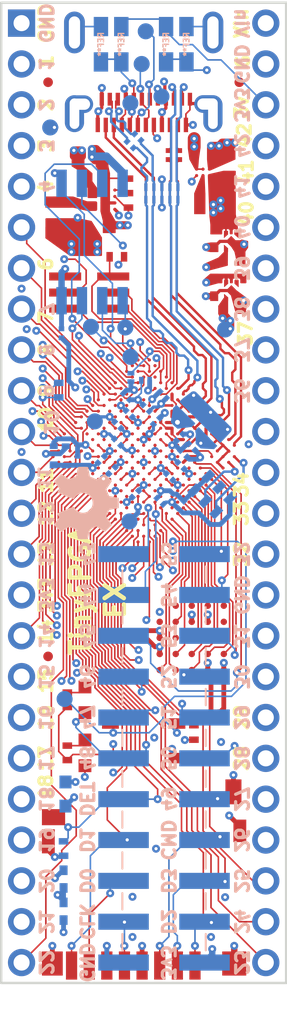
<source format=kicad_pcb>
(kicad_pcb (version 20171130) (host pcbnew "(5.0.0-rc3-dev)")
  (layers (0 F.Cu signal) (1 F_GND.Cu power hide) (2 IN.Cu signal) (3 PWR.Cu power hide) (4 B_GND.Cu power hide) (31 B.Cu signal) (34 B.Paste user) (35 F.Paste user) (36 B.SilkS user) (37 F.SilkS user) (38 B.Mask user) (39 F.Mask user) (44 Edge.Cuts user))
  (net 0 "")
  (net 1 "Net-(U1-PadH16)")
  (net 2 "Net-(U1-PadG16)")
  (net 3 GND)
  (net 4 TDO)
  (net 5 TMS)
  (net 6 TDI)
  (net 7 CFG_MODE_SEL_1)
  (net 8 CFG_MODE_SEL_0)
  (net 9 MISO)
  (net 10 MOSI)
  (net 11 CSSPIN)
  (net 12 SCK)
  (net 13 PROGRAMN)
  (net 14 DONE)
  (net 15 INITN)
  (net 16 VCCIO0)
  (net 17 SDCARD_DAT1)
  (net 18 SDCARD_DET)
  (net 19 SDCARD_DAT0)
  (net 20 SDCARD_CLK)
  (net 21 SDCARD_CMD)
  (net 22 SDCARD_DAT3_CD)
  (net 23 SDCARD_DAT2)
  (net 24 +2V5)
  (net 25 +5V)
  (net 26 +1V1)
  (net 27 "Net-(L1-Pad1)")
  (net 28 "Net-(L2-Pad1)")
  (net 29 TCK)
  (net 30 CLK_16MHz)
  (net 31 IO3)
  (net 32 IO2)
  (net 33 RAM_CS_B)
  (net 34 RAM_RESET_B)
  (net 35 RAM_RWDS)
  (net 36 RAM_DQ2)
  (net 37 RAM_DQ1)
  (net 38 RAM_DQ0)
  (net 39 RAM_DQ3)
  (net 40 RAM_DQ4)
  (net 41 RAM_DQ7)
  (net 42 RAM_DQ6)
  (net 43 RAM_DQ5)
  (net 44 RAM_CK+)
  (net 45 USB_D-)
  (net 46 USB_D+)
  (net 47 USB_CONNECT)
  (net 48 "Net-(D1-Pad1)")
  (net 49 "Net-(D2-Pad1)")
  (net 50 "Net-(U1-PadF15)")
  (net 51 "Net-(U1-PadF16)")
  (net 52 CH1_RXN)
  (net 53 CH1_RXP)
  (net 54 CH0_TXN)
  (net 55 CH0_TXP)
  (net 56 CH0_RXP)
  (net 57 CH0_RXN)
  (net 58 CH1_TXN)
  (net 59 CH1_TXP)
  (net 60 +1V2A)
  (net 61 PIN1)
  (net 62 PIN2)
  (net 63 PIN3)
  (net 64 PIN4)
  (net 65 PIN5)
  (net 66 PIN6)
  (net 67 PIN7)
  (net 68 PIN8)
  (net 69 PIN9)
  (net 70 PIN10)
  (net 71 PIN11)
  (net 72 PIN12)
  (net 73 PIN13)
  (net 74 PIN14)
  (net 75 PIN15)
  (net 76 PIN16)
  (net 77 PIN17)
  (net 78 PIN18)
  (net 79 PIN19)
  (net 80 PIN20)
  (net 81 PIN21)
  (net 82 PIN22)
  (net 83 PIN42)
  (net 84 PIN41)
  (net 85 PIN40)
  (net 86 PIN39)
  (net 87 PIN38)
  (net 88 PIN37)
  (net 89 PIN36)
  (net 90 PIN35)
  (net 91 PIN34)
  (net 92 PIN33)
  (net 93 PIN32)
  (net 94 PIN31)
  (net 95 PIN30)
  (net 96 PIN29)
  (net 97 PIN28)
  (net 98 PIN27)
  (net 99 PIN26)
  (net 100 PIN25)
  (net 101 PIN24)
  (net 102 PIN23)
  (net 103 PIN46)
  (net 104 PIN45)
  (net 105 PIN47)
  (net 106 PIN44)
  (net 107 PIN48)
  (net 108 PIN43)
  (net 109 PIN49)
  (net 110 "Net-(C44-Pad1)")
  (net 111 "Net-(C45-Pad1)")
  (net 112 "Net-(C46-Pad1)")
  (net 113 "Net-(C47-Pad1)")
  (net 114 USB3_REFCLK_1)
  (net 115 USB3_REFCLK_0)
  (net 116 "Net-(R3-Pad2)")
  (net 117 CC2)
  (net 118 SBU2)
  (net 119 CC1)
  (net 120 SBU1)
  (net 121 "Net-(U1-PadH3)")
  (net 122 "Net-(U1-PadH2)")
  (net 123 "Net-(U1-PadG3)")
  (net 124 "Net-(U2-PadB1)")
  (net 125 PIN50)
  (net 126 PIN51)
  (net 127 PIN52)
  (net 128 PIN53)
  (net 129 PIN54)
  (net 130 PIN55)
  (net 131 "Net-(U6-Pad2)")
  (module Footprints:R_0603_HandSoldering (layer B.Cu) (at 137.287 53.383 90)
    (fp_text reference REF** (at 0 0 90) (layer B.SilkS) (effects (font (size 0.35 0.35) (thickness 0.0875)) (justify mirror)))
    (fp_text value "")
    (pad 1 smd rect (at -1.1 0 90) (size 1.2 0.9) (layers B.Cu B.Paste B.Mask))
    (pad 2 smd rect (at 1.1 0 90) (size 1.2 0.9) (layers B.Cu B.Paste B.Mask))
  )
  (module Footprints:R_0603_HandSoldering (layer B.Cu) (at 138.557 53.383 90)
    (fp_text reference REF** (at 0 0 90) (layer B.SilkS) (effects (font (size 0.35 0.35) (thickness 0.0875)) (justify mirror)))
    (fp_text value "")
    (pad 2 smd rect (at 1.1 0 90) (size 1.2 0.9) (layers B.Cu B.Paste B.Mask))
    (pad 1 smd rect (at -1.1 0 90) (size 1.2 0.9) (layers B.Cu B.Paste B.Mask))
  )
  (module Footprints:R_0603_HandSoldering (layer B.Cu) (at 134.493 53.383 90)
    (fp_text reference REF** (at 0 0 90) (layer B.SilkS) (effects (font (size 0.35 0.35) (thickness 0.0875)) (justify mirror)))
    (fp_text value "")
    (pad 1 smd rect (at -1.1 0 90) (size 1.2 0.9) (layers B.Cu B.Paste B.Mask))
    (pad 2 smd rect (at 1.1 0 90) (size 1.2 0.9) (layers B.Cu B.Paste B.Mask))
  )
  (module Footprints:small-testpoint (layer B.Cu) (at 135.061 57.051)
    (fp_text reference TP12 hide)
    (fp_text value TEST hide)
    (pad 1 smd circle (at 0 0) (size 1 1) (layers B.Cu B.Mask) (net 120 SBU1))
  )
  (module Footprints:small-testpoint (layer B.Cu) (at 136.998 56.631)
    (fp_text reference TP12 hide)
    (fp_text value TEST hide)
    (pad 1 smd circle (at 0 0) (size 1 1) (layers B.Cu B.Mask) (net 118 SBU2))
  )
  (module Footprints:small-testpoint (layer B.Cu) (at 136.017 52.578)
    (fp_text reference TP12 hide)
    (fp_text value TEST hide)
    (pad 1 smd circle (at 0 0) (size 1 1) (layers B.Cu B.Mask) (net 45 USB_D-))
  )
  (module Footprints:small-testpoint (layer B.Cu) (at 135.763 54.61)
    (fp_text reference TP12 hide)
    (fp_text value TEST hide)
    (pad 1 smd circle (at 0 0) (size 1 1) (layers B.Cu B.Mask) (net 46 USB_D+))
  )
  (module Footprints:ASG2-D-X-B (layer B.Cu) (at 140.167 81.371 315)
    (fp_text reference U6)
    (fp_text value Conn_02x03_Counter_Clockwise)
    (pad 6 smd rect (at -0.9625 0.6125 315) (size 0.48 0.775) (layers B.Cu B.Paste B.Mask) (net 16 VCCIO0))
    (pad 5 smd rect (at 0 0.6125 315) (size 0.48 0.775) (layers B.Cu B.Paste B.Mask) (net 114 USB3_REFCLK_1))
    (pad 4 smd rect (at 0.9625 0.6125 315) (size 0.48 0.775) (layers B.Cu B.Paste B.Mask) (net 115 USB3_REFCLK_0))
    (pad 3 smd rect (at 0.9625 -0.6125 315) (size 0.48 0.775) (layers B.Cu B.Paste B.Mask) (net 3 GND))
    (pad 2 smd rect (at 0 -0.6125 315) (size 0.48 0.775) (layers B.Cu B.Paste B.Mask) (net 131 "Net-(U6-Pad2)"))
    (pad 1 smd rect (at -0.9625 -0.6125 315) (size 0.48 0.775) (layers B.Cu B.Paste B.Mask) (net 16 VCCIO0))
  )
  (module Footprints:C_0201_NoSilk (layer B.Cu) (at 138.18 81.999 225)
    (fp_text reference C18)
    (fp_text value 100nF)
    (pad 2 smd rect (at 0.28 0 225) (size 0.3 0.35) (layers B.Cu B.Paste B.Mask) (net 3 GND))
    (pad 1 smd rect (at -0.28 0 225) (size 0.3 0.35) (layers B.Cu B.Paste B.Mask) (net 16 VCCIO0))
  )
  (module Footprints:small-testpoint (layer B.Cu) (at 132.598 70.953)
    (fp_text reference TP12 hide)
    (fp_text value TEST hide)
    (pad 1 smd circle (at 0 0) (size 1 1) (layers B.Cu B.Mask) (net 9 MISO))
  )
  (module Footprints:small-testpoint (layer B.Cu) (at 130.057 58.558)
    (fp_text reference TP12 hide)
    (fp_text value TEST hide)
    (pad 1 smd circle (at 0 0) (size 1 1) (layers B.Cu B.Mask) (net 11 CSSPIN))
  )
  (module Footprints:small-testpoint (layer B.Cu) (at 134.745 70.997)
    (fp_text reference TP12 hide)
    (fp_text value TEST hide)
    (pad 1 smd circle (at 0 0) (size 1 1) (layers B.Cu B.Mask) (net 10 MOSI))
  )
  (module Footprints:small-testpoint (layer B.Cu) (at 135.066 72.82)
    (fp_text reference TP12 hide)
    (fp_text value TEST hide)
    (pad 1 smd circle (at 0 0) (size 1 1) (layers B.Cu B.Mask) (net 12 SCK))
  )
  (module Footprints:R_0201_NoSilk (layer B.Cu) (at 135.093 74.102 270)
    (fp_text reference R7)
    (fp_text value 4.7k)
    (pad 2 smd rect (at 0.26 0 270) (size 0.28 0.43) (layers B.Cu B.Paste B.Mask) (net 3 GND))
    (pad 1 smd rect (at -0.26 0 270) (size 0.28 0.43) (layers B.Cu B.Paste B.Mask) (net 8 CFG_MODE_SEL_0))
  )
  (module Footprints:R_0201_NoSilk (layer B.Cu) (at 136.002 74.279)
    (fp_text reference R5)
    (fp_text value 4.7k)
    (pad 2 smd rect (at 0.26 0) (size 0.28 0.43) (layers B.Cu B.Paste B.Mask) (net 7 CFG_MODE_SEL_1))
    (pad 1 smd rect (at -0.26 0) (size 0.28 0.43) (layers B.Cu B.Paste B.Mask) (net 16 VCCIO0))
  )
  (module Pin_Headers:Pin_Header_Straight_2x11_Pitch2.54mm_SMD (layer B.Cu) (at 137.16 97.79)
    (fp_text reference J6)
    (fp_text value Conn_02x09_Odd_Even hide)
    (pad 1 smd rect (at -2.525 12.7) (size 3.15 1) (layers B.Cu B.Paste B.Mask) (net 3 GND))
    (pad 2 smd rect (at 2.525 12.7) (size 3.15 1) (layers B.Cu B.Paste B.Mask) (net 16 VCCIO0))
    (pad 3 smd rect (at -2.525 10.16) (size 3.15 1) (layers B.Cu B.Paste B.Mask) (net 20 SDCARD_CLK))
    (pad 4 smd rect (at 2.525 10.16) (size 3.15 1) (layers B.Cu B.Paste B.Mask) (net 23 SDCARD_DAT2))
    (pad 5 smd rect (at -2.525 7.62) (size 3.15 1) (layers B.Cu B.Paste B.Mask) (net 19 SDCARD_DAT0))
    (pad 6 smd rect (at 2.525 7.62) (size 3.15 1) (layers B.Cu B.Paste B.Mask) (net 22 SDCARD_DAT3_CD))
    (pad 7 smd rect (at -2.525 5.08) (size 3.15 1) (layers B.Cu B.Paste B.Mask) (net 17 SDCARD_DAT1))
    (pad 8 smd rect (at 2.525 5.08) (size 3.15 1) (layers B.Cu B.Paste B.Mask) (net 21 SDCARD_CMD))
    (pad 9 smd rect (at -2.525 2.54) (size 3.15 1) (layers B.Cu B.Paste B.Mask) (net 18 SDCARD_DET))
    (pad 10 smd rect (at 2.525 2.54) (size 3.15 1) (layers B.Cu B.Paste B.Mask) (net 109 PIN49))
    (pad 11 smd rect (at -2.525 0) (size 3.15 1) (layers B.Cu B.Paste B.Mask) (net 107 PIN48))
    (pad 12 smd rect (at 2.525 0) (size 3.15 1) (layers B.Cu B.Paste B.Mask) (net 125 PIN50))
    (pad 13 smd rect (at -2.525 -2.54) (size 3.15 1) (layers B.Cu B.Paste B.Mask) (net 105 PIN47))
    (pad 14 smd rect (at 2.525 -2.54) (size 3.15 1) (layers B.Cu B.Paste B.Mask) (net 126 PIN51))
    (pad 15 smd rect (at -2.525 -5.08) (size 3.15 1) (layers B.Cu B.Paste B.Mask) (net 103 PIN46))
    (pad 16 smd rect (at 2.525 -5.08) (size 3.15 1) (layers B.Cu B.Paste B.Mask) (net 127 PIN52))
    (pad 17 smd rect (at -2.525 -7.62) (size 3.15 1) (layers B.Cu B.Paste B.Mask) (net 104 PIN45))
    (pad 18 smd rect (at 2.525 -7.62) (size 3.15 1) (layers B.Cu B.Paste B.Mask) (net 128 PIN53))
    (pad 19 smd rect (at -2.525 -10.16) (size 3.15 1) (layers B.Cu B.Paste B.Mask) (net 106 PIN44))
    (pad 20 smd rect (at 2.525 -10.16) (size 3.15 1) (layers B.Cu B.Paste B.Mask) (net 129 PIN54))
    (pad 21 smd rect (at -2.525 -12.7) (size 3.15 1) (layers B.Cu B.Paste B.Mask) (net 108 PIN43))
    (pad 22 smd rect (at 2.525 -12.7) (size 3.15 1) (layers B.Cu B.Paste B.Mask) (net 130 PIN55))
  )
  (module Footprints:C_0201_NoSilk (layer B.Cu) (at 140.45299 78.14201 45)
    (fp_text reference C41)
    (fp_text value 100nF)
    (pad 2 smd rect (at 0.28 0 45) (size 0.3 0.35) (layers B.Cu B.Paste B.Mask) (net 3 GND))
    (pad 1 smd rect (at -0.28 0 45) (size 0.3 0.35) (layers B.Cu B.Paste B.Mask) (net 60 +1V2A))
  )
  (module Footprints:C_0201_NoSilk (layer B.Cu) (at 138.15 75.835 45)
    (fp_text reference C39)
    (fp_text value 100nF)
    (pad 2 smd rect (at 0.28 0 45) (size 0.3 0.35) (layers B.Cu B.Paste B.Mask) (net 3 GND))
    (pad 1 smd rect (at -0.28 0 45) (size 0.3 0.35) (layers B.Cu B.Paste B.Mask) (net 60 +1V2A))
  )
  (module Footprints:C_0201_NoSilk (layer B.Cu) (at 137.11 75.193 315)
    (fp_text reference C6)
    (fp_text value 100nF)
    (pad 2 smd rect (at 0.28 0 315) (size 0.3 0.35) (layers B.Cu B.Paste B.Mask) (net 3 GND))
    (pad 1 smd rect (at -0.28 0 315) (size 0.3 0.35) (layers B.Cu B.Paste B.Mask) (net 24 +2V5))
  )
  (module Footprints:C_0201_NoSilk (layer B.Cu) (at 136.915 81.8 315)
    (fp_text reference C9)
    (fp_text value 100nF)
    (pad 2 smd rect (at 0.28 0 315) (size 0.3 0.35) (layers B.Cu B.Paste B.Mask) (net 3 GND))
    (pad 1 smd rect (at -0.28 0 315) (size 0.3 0.35) (layers B.Cu B.Paste B.Mask) (net 16 VCCIO0))
  )
  (module Footprints:C_0201_NoSilk (layer B.Cu) (at 134.817 75.291 135)
    (fp_text reference C34)
    (fp_text value 100nF)
    (pad 2 smd rect (at 0.28 0 135) (size 0.3 0.35) (layers B.Cu B.Paste B.Mask) (net 3 GND))
    (pad 1 smd rect (at -0.28 0 135) (size 0.3 0.35) (layers B.Cu B.Paste B.Mask) (net 16 VCCIO0))
  )
  (module Footprints:C_0201_NoSilk (layer B.Cu) (at 137.505 80.285 135)
    (fp_text reference C13)
    (fp_text value 100nF)
    (pad 2 smd rect (at 0.28 0 135) (size 0.3 0.35) (layers B.Cu B.Paste B.Mask) (net 3 GND))
    (pad 1 smd rect (at -0.28 0 135) (size 0.3 0.35) (layers B.Cu B.Paste B.Mask) (net 26 +1V1))
  )
  (module Footprints:C_0201_NoSilk (layer B.Cu) (at 134.27 77.065 315)
    (fp_text reference C15)
    (fp_text value 100nF)
    (pad 2 smd rect (at 0.28 0 315) (size 0.3 0.35) (layers B.Cu B.Paste B.Mask) (net 3 GND))
    (pad 1 smd rect (at -0.28 0 315) (size 0.3 0.35) (layers B.Cu B.Paste B.Mask) (net 26 +1V1))
  )
  (module Footprints:C_0201_NoSilk (layer F.Cu) (at 140.37 94.916)
    (fp_text reference C24)
    (fp_text value 100nF)
    (pad 2 smd rect (at 0.28 0) (size 0.3 0.35) (layers F.Cu F.Paste F.Mask) (net 3 GND))
    (pad 1 smd rect (at -0.28 0) (size 0.3 0.35) (layers F.Cu F.Paste F.Mask) (net 16 VCCIO0))
  )
  (module Footprints:C_0201_NoSilk (layer F.Cu) (at 135.336 90.116 90)
    (fp_text reference C26)
    (fp_text value 100nF)
    (pad 2 smd rect (at 0.28 0 90) (size 0.3 0.35) (layers F.Cu F.Paste F.Mask) (net 3 GND))
    (pad 1 smd rect (at -0.28 0 90) (size 0.3 0.35) (layers F.Cu F.Paste F.Mask) (net 16 VCCIO0))
  )
  (module Footprints:C_0201_NoSilk (layer B.Cu) (at 130.76 71.36 270)
    (fp_text reference C28)
    (fp_text value 100nF)
    (pad 2 smd rect (at 0.28 0 270) (size 0.3 0.35) (layers B.Cu B.Paste B.Mask) (net 3 GND))
    (pad 1 smd rect (at -0.28 0 270) (size 0.3 0.35) (layers B.Cu B.Paste B.Mask) (net 16 VCCIO0))
  )
  (module Footprints:C_0201_NoSilk (layer B.Cu) (at 131.765 79.284 90)
    (fp_text reference C29)
    (fp_text value 100nF)
    (pad 2 smd rect (at 0.28 0 90) (size 0.3 0.35) (layers B.Cu B.Paste B.Mask) (net 3 GND))
    (pad 1 smd rect (at -0.28 0 90) (size 0.3 0.35) (layers B.Cu B.Paste B.Mask) (net 16 VCCIO0))
  )
  (module Footprints:C_0201_NoSilk (layer B.Cu) (at 134.26 78.125 315)
    (fp_text reference C30)
    (fp_text value 100nF)
    (pad 2 smd rect (at 0.28 0 315) (size 0.3 0.35) (layers B.Cu B.Paste B.Mask) (net 3 GND))
    (pad 1 smd rect (at -0.28 0 315) (size 0.3 0.35) (layers B.Cu B.Paste B.Mask) (net 16 VCCIO0))
  )
  (module Footprints:C_0201_NoSilk (layer B.Cu) (at 136.69201 76.82299 225)
    (fp_text reference C10)
    (fp_text value 100nF)
    (pad 2 smd rect (at 0.28 0 225) (size 0.3 0.35) (layers B.Cu B.Paste B.Mask) (net 3 GND))
    (pad 1 smd rect (at -0.28 0 225) (size 0.3 0.35) (layers B.Cu B.Paste B.Mask) (net 26 +1V1))
  )
  (module Footprints:C_0201_NoSilk (layer F.Cu) (at 137.44 60.275 270)
    (fp_text reference C44)
    (fp_text value 100nF)
    (pad 2 smd rect (at 0.28 0 270) (size 0.3 0.35) (layers F.Cu F.Paste F.Mask) (net 59 CH1_TXP))
    (pad 1 smd rect (at -0.28 0 270) (size 0.3 0.35) (layers F.Cu F.Paste F.Mask) (net 110 "Net-(C44-Pad1)"))
  )
  (module Footprints:C_0201_NoSilk (layer B.Cu) (at 135.05 59.63 315)
    (fp_text reference C45)
    (fp_text value 100nF)
    (pad 2 smd rect (at 0.28 0 315) (size 0.3 0.35) (layers B.Cu B.Paste B.Mask) (net 55 CH0_TXP))
    (pad 1 smd rect (at -0.28 0 315) (size 0.3 0.35) (layers B.Cu B.Paste B.Mask) (net 111 "Net-(C45-Pad1)"))
  )
  (module Footprints:C_0201_NoSilk (layer F.Cu) (at 138.11 60.275 270)
    (fp_text reference C46)
    (fp_text value 100nF)
    (pad 2 smd rect (at 0.28 0 270) (size 0.3 0.35) (layers F.Cu F.Paste F.Mask) (net 58 CH1_TXN))
    (pad 1 smd rect (at -0.28 0 270) (size 0.3 0.35) (layers F.Cu F.Paste F.Mask) (net 112 "Net-(C46-Pad1)"))
  )
  (module Footprints:C_0201_NoSilk (layer B.Cu) (at 135.52 59.16 315)
    (fp_text reference C47)
    (fp_text value 100nF)
    (pad 2 smd rect (at 0.28 0 315) (size 0.3 0.35) (layers B.Cu B.Paste B.Mask) (net 54 CH0_TXN))
    (pad 1 smd rect (at -0.28 0 315) (size 0.3 0.35) (layers B.Cu B.Paste B.Mask) (net 113 "Net-(C47-Pad1)"))
  )
  (module Footprints:C_0201_NoSilk (layer B.Cu) (at 138.89 78.429 135)
    (fp_text reference C3)
    (fp_text value 100nF)
    (pad 2 smd rect (at 0.28 0 135) (size 0.3 0.35) (layers B.Cu B.Paste B.Mask) (net 3 GND))
    (pad 1 smd rect (at -0.28 0 135) (size 0.3 0.35) (layers B.Cu B.Paste B.Mask) (net 16 VCCIO0))
  )
  (module Footprints:C_0201_NoSilk (layer B.Cu) (at 134.98299 76.36299 315)
    (fp_text reference C14)
    (fp_text value 10nf)
    (pad 2 smd rect (at 0.28 0 315) (size 0.3 0.35) (layers B.Cu B.Paste B.Mask) (net 3 GND))
    (pad 1 smd rect (at -0.28 0 315) (size 0.3 0.35) (layers B.Cu B.Paste B.Mask) (net 26 +1V1))
  )
  (module Footprints:C_0201_NoSilk (layer B.Cu) (at 133.915 79.885 45)
    (fp_text reference C16)
    (fp_text value 10nf)
    (pad 2 smd rect (at 0.28 0 45) (size 0.3 0.35) (layers B.Cu B.Paste B.Mask) (net 3 GND))
    (pad 1 smd rect (at -0.28 0 45) (size 0.3 0.35) (layers B.Cu B.Paste B.Mask) (net 26 +1V1))
  )
  (module Footprints:C_0201_NoSilk (layer B.Cu) (at 138.215 79.59 135)
    (fp_text reference C12)
    (fp_text value 10nf)
    (pad 2 smd rect (at 0.28 0 135) (size 0.3 0.35) (layers B.Cu B.Paste B.Mask) (net 3 GND))
    (pad 1 smd rect (at -0.28 0 135) (size 0.3 0.35) (layers B.Cu B.Paste B.Mask) (net 26 +1V1))
  )
  (module Footprints:C_0201_NoSilk (layer B.Cu) (at 133.24 79.215 45)
    (fp_text reference C35)
    (fp_text value 10nf)
    (pad 2 smd rect (at 0.28 0 45) (size 0.3 0.35) (layers B.Cu B.Paste B.Mask) (net 3 GND))
    (pad 1 smd rect (at -0.28 0 45) (size 0.3 0.35) (layers B.Cu B.Paste B.Mask) (net 16 VCCIO0))
  )
  (module Footprints:C_0201_NoSilk (layer B.Cu) (at 138.133 77.834 225)
    (fp_text reference C7)
    (fp_text value 10nf)
    (pad 2 smd rect (at 0.28 0 225) (size 0.3 0.35) (layers B.Cu B.Paste B.Mask) (net 3 GND))
    (pad 1 smd rect (at -0.28 0 225) (size 0.3 0.35) (layers B.Cu B.Paste B.Mask) (net 24 +2V5))
  )
  (module Footprints:C_0201_NoSilk (layer B.Cu) (at 135.375 81.35 45)
    (fp_text reference C11)
    (fp_text value 10nf)
    (pad 2 smd rect (at 0.28 0 45) (size 0.3 0.35) (layers B.Cu B.Paste B.Mask) (net 3 GND))
    (pad 1 smd rect (at -0.28 0 45) (size 0.3 0.35) (layers B.Cu B.Paste B.Mask) (net 16 VCCIO0))
  )
  (module Footprints:C_0201_NoSilk (layer B.Cu) (at 136.04799 76.00799 315)
    (fp_text reference C31)
    (fp_text value 10nf)
    (pad 2 smd rect (at 0.28 0 315) (size 0.3 0.35) (layers B.Cu B.Paste B.Mask) (net 3 GND))
    (pad 1 smd rect (at -0.28 0 315) (size 0.3 0.35) (layers B.Cu B.Paste B.Mask) (net 16 VCCIO0))
  )
  (module Footprints:C_0201_NoSilk (layer B.Cu) (at 138.391 78.847 135)
    (fp_text reference C4)
    (fp_text value 10nf)
    (pad 2 smd rect (at 0.28 0 135) (size 0.3 0.35) (layers B.Cu B.Paste B.Mask) (net 3 GND))
    (pad 1 smd rect (at -0.28 0 135) (size 0.3 0.35) (layers B.Cu B.Paste B.Mask) (net 16 VCCIO0))
  )
  (module Footprints:C_0201_NoSilk (layer B.Cu) (at 139.53299 77.21701 45)
    (fp_text reference C38)
    (fp_text value 10nF)
    (pad 2 smd rect (at 0.28 0 45) (size 0.3 0.35) (layers B.Cu B.Paste B.Mask) (net 3 GND))
    (pad 1 smd rect (at -0.28 0 45) (size 0.3 0.35) (layers B.Cu B.Paste B.Mask) (net 60 +1V2A))
  )
  (module Footprints:C_0201_NoSilk (layer B.Cu) (at 139.075 76.755 45)
    (fp_text reference C40)
    (fp_text value 10nF)
    (pad 2 smd rect (at 0.28 0 45) (size 0.3 0.35) (layers B.Cu B.Paste B.Mask) (net 3 GND))
    (pad 1 smd rect (at -0.28 0 45) (size 0.3 0.35) (layers B.Cu B.Paste B.Mask) (net 60 +1V2A))
  )
  (module Footprints:C_0201_NoSilk (layer B.Cu) (at 139.995 77.68 45)
    (fp_text reference C36)
    (fp_text value 1nF)
    (pad 2 smd rect (at 0.28 0 45) (size 0.3 0.35) (layers B.Cu B.Paste B.Mask) (net 3 GND))
    (pad 1 smd rect (at -0.28 0 45) (size 0.3 0.35) (layers B.Cu B.Paste B.Mask) (net 60 +1V2A))
  )
  (module Capacitors_SMD:C_0201_NoSilk (layer B.Cu) (at 138.61 76.295 45)
    (fp_text reference C37)
    (fp_text value 1nF)
    (pad 1 smd rect (at -0.28 0 45) (size 0.3 0.35) (layers B.Cu B.Paste B.Mask) (net 60 +1V2A))
    (pad 2 smd rect (at 0.28 0 45) (size 0.3 0.35) (layers B.Cu B.Paste B.Mask) (net 3 GND))
  )
  (module Capacitors_SMD:C_0603 (layer B.Cu) (at 131.01 100.01 270)
    (fp_text reference C33)
    (fp_text value 10uF)
    (pad 1 smd rect (at -0.75 0 270) (size 0.8 0.75) (layers B.Cu B.Paste B.Mask) (net 16 VCCIO0))
    (pad 2 smd rect (at 0.75 0 270) (size 0.8 0.75) (layers B.Cu B.Paste B.Mask) (net 3 GND))
  )
  (module Footprints:R_0402_NoSilk (layer F.Cu) (at 134.94 63.09 90)
    (fp_text reference R3)
    (fp_text value 0)
    (pad 1 smd rect (at -0.45 0 90) (size 0.4 0.6) (layers F.Cu F.Paste F.Mask) (net 25 +5V))
    (pad 2 smd rect (at 0.45 0 90) (size 0.4 0.6) (layers F.Cu F.Paste F.Mask) (net 116 "Net-(R3-Pad2)"))
  )
  (module Footprints:R_0402_NoSilk (layer F.Cu) (at 134.94 62.19 90)
    (fp_text reference R8)
    (fp_text value 0)
    (pad 2 smd rect (at 0.45 0 90) (size 0.4 0.6) (layers F.Cu F.Paste F.Mask) (net 3 GND))
    (pad 1 smd rect (at -0.45 0 90) (size 0.4 0.6) (layers F.Cu F.Paste F.Mask) (net 116 "Net-(R3-Pad2)"))
  )
  (module Housings_SOIC:SOIJ-8_5.3x5.3mm_Pitch1.27mm (layer B.Cu) (at 132.67 65.68 270)
    (fp_text reference U8)
    (fp_text value S25FL064L)
    (pad 1 smd rect (at -3.65 1.905 270) (size 1.7 0.65) (layers B.Cu B.Paste B.Mask) (net 11 CSSPIN))
    (pad 2 smd rect (at -3.65 0.635 270) (size 1.7 0.65) (layers B.Cu B.Paste B.Mask) (net 9 MISO))
    (pad 3 smd rect (at -3.65 -0.635 270) (size 1.7 0.65) (layers B.Cu B.Paste B.Mask) (net 32 IO2))
    (pad 4 smd rect (at -3.65 -1.905 270) (size 1.7 0.65) (layers B.Cu B.Paste B.Mask) (net 3 GND))
    (pad 5 smd rect (at 3.65 -1.905 270) (size 1.7 0.65) (layers B.Cu B.Paste B.Mask) (net 10 MOSI))
    (pad 6 smd rect (at 3.65 -0.635 270) (size 1.7 0.65) (layers B.Cu B.Paste B.Mask) (net 12 SCK))
    (pad 7 smd rect (at 3.65 0.635 270) (size 1.7 0.65) (layers B.Cu B.Paste B.Mask) (net 31 IO3))
    (pad 8 smd rect (at 3.65 1.905 270) (size 1.7 0.65) (layers B.Cu B.Paste B.Mask) (net 16 VCCIO0))
  )
  (module Footprints:Thin-DFN4 (layer F.Cu) (at 141.35978 68.7)
    (fp_text reference U9)
    (fp_text value MIC5504-1.2YMT-TR)
    (pad 4 smd custom (at -0.325 -0.54 180) (size 0.1 0.1) (layers F.Cu F.Paste F.Mask) (net 16 VCCIO0) (options (clearance outline) (anchor circle)) (primitives (gr_poly (pts (xy 0.125 -0.33) (xy 0.125 0.11) (xy -0.125 0.11) (xy -0.125 -0.11)) (width 0.01))))
    (pad 3 smd custom (at 0.325 -0.54 180) (size 0.1 0.1) (layers F.Cu F.Paste F.Mask) (net 16 VCCIO0) (options (clearance outline) (anchor circle)) (primitives (gr_poly (pts (xy 0.125 0.11) (xy -0.125 0.11) (xy -0.125 -0.33) (xy 0.125 -0.11)) (width 0.01))))
    (pad 1 smd custom (at -0.325 0.54) (size 0.1 0.1) (layers F.Cu F.Paste F.Mask) (net 60 +1V2A) (options (clearance outline) (anchor circle)) (primitives (gr_poly (pts (xy 0.125 0.11) (xy -0.125 0.11) (xy -0.125 -0.33) (xy 0.125 -0.11)) (width 0.01))))
    (pad 2 smd custom (at 0.325 0.54) (size 0.1 0.1) (layers F.Cu F.Paste F.Mask) (net 3 GND) (options (clearance outline) (anchor circle)) (primitives (gr_poly (pts (xy 0.125 -0.33) (xy 0.125 0.11) (xy -0.125 0.11) (xy -0.125 -0.11)) (width 0.01))))
    (pad 2 smd trapezoid (at 0 0 45) (size 0.48 0.48) (layers F.Cu F.Paste F.Mask) (net 3 GND))
  )
  (module Footprints:Thin-DFN4 (layer F.Cu) (at 141.35 65.64)
    (fp_text reference U5)
    (fp_text value MIC5504-2.5YMT-TR)
    (pad 4 smd custom (at -0.325 -0.54 180) (size 0.1 0.1) (layers F.Cu F.Paste F.Mask) (net 16 VCCIO0) (options (clearance outline) (anchor circle)) (primitives (gr_poly (pts (xy 0.125 -0.33) (xy 0.125 0.11) (xy -0.125 0.11) (xy -0.125 -0.11)) (width 0.01))))
    (pad 3 smd custom (at 0.325 -0.54 180) (size 0.1 0.1) (layers F.Cu F.Paste F.Mask) (net 16 VCCIO0) (options (clearance outline) (anchor circle)) (primitives (gr_poly (pts (xy 0.125 0.11) (xy -0.125 0.11) (xy -0.125 -0.33) (xy 0.125 -0.11)) (width 0.01))))
    (pad 1 smd custom (at -0.325 0.54) (size 0.1 0.1) (layers F.Cu F.Paste F.Mask) (net 24 +2V5) (options (clearance outline) (anchor circle)) (primitives (gr_poly (pts (xy 0.125 0.11) (xy -0.125 0.11) (xy -0.125 -0.33) (xy 0.125 -0.11)) (width 0.01))))
    (pad 2 smd custom (at 0.325 0.54) (size 0.1 0.1) (layers F.Cu F.Paste F.Mask) (net 3 GND) (options (clearance outline) (anchor circle)) (primitives (gr_poly (pts (xy 0.125 -0.33) (xy 0.125 0.11) (xy -0.125 0.11) (xy -0.125 -0.11)) (width 0.01))))
    (pad 2 smd trapezoid (at 0 0 45) (size 0.48 0.48) (layers F.Cu F.Paste F.Mask) (net 3 GND))
  )
  (module "Footprints:csfBGA 285" (layer F.Cu) (at 135.89004 78.674866 135)
    (fp_text reference U1)
    (fp_text value LFE5UM-285)
    (pad J10 smd circle (at 0.25 -0.25 135) (size 0.2 0.2) (layers F.Cu F.Paste F.Mask) (net 3 GND))
    (pad K10 smd circle (at 0.25 0.25 135) (size 0.2 0.2) (layers F.Cu F.Paste F.Mask) (net 3 GND))
    (pad J9 smd circle (at -0.25 -0.25 135) (size 0.2 0.2) (layers F.Cu F.Paste F.Mask) (net 3 GND))
    (pad K9 smd circle (at -0.25 0.25 135) (size 0.2 0.2) (layers F.Cu F.Paste F.Mask) (net 3 GND))
    (pad H10 smd circle (at 0.25 -0.75 135) (size 0.2 0.2) (layers F.Cu F.Paste F.Mask) (net 3 GND))
    (pad G10 smd circle (at 0.25 -1.25 135) (size 0.2 0.2) (layers F.Cu F.Paste F.Mask) (net 3 GND))
    (pad F10 smd circle (at 0.25 -1.75 135) (size 0.2 0.2) (layers F.Cu F.Paste F.Mask) (net 3 GND))
    (pad E10 smd circle (at 0.25 -2.25 135) (size 0.2 0.2) (layers F.Cu F.Paste F.Mask) (net 3 GND))
    (pad E11 smd circle (at 0.75 -2.25 135) (size 0.2 0.2) (layers F.Cu F.Paste F.Mask) (net 3 GND))
    (pad E12 smd circle (at 1.25 -2.25 135) (size 0.2 0.2) (layers F.Cu F.Paste F.Mask) (net 3 GND))
    (pad E13 smd circle (at 1.75 -2.25 135) (size 0.2 0.2) (layers F.Cu F.Paste F.Mask) (net 24 +2V5))
    (pad E14 smd circle (at 2.25 -2.25 135) (size 0.2 0.2) (layers F.Cu F.Paste F.Mask) (net 3 GND))
    (pad F14 smd circle (at 2.25 -1.75 135) (size 0.2 0.2) (layers F.Cu F.Paste F.Mask) (net 3 GND))
    (pad G14 smd circle (at 2.25 -1.25 135) (size 0.2 0.2) (layers F.Cu F.Paste F.Mask) (net 16 VCCIO0))
    (pad H14 smd circle (at 2.25 -0.75 135) (size 0.2 0.2) (layers F.Cu F.Paste F.Mask) (net 16 VCCIO0))
    (pad J14 smd circle (at 2.25 -0.25 135) (size 0.2 0.2) (layers F.Cu F.Paste F.Mask) (net 26 +1V1))
    (pad J13 smd circle (at 1.75 -0.25 135) (size 0.2 0.2) (layers F.Cu F.Paste F.Mask) (net 3 GND))
    (pad J12 smd circle (at 1.25 -0.25 135) (size 0.2 0.2) (layers F.Cu F.Paste F.Mask) (net 3 GND))
    (pad J11 smd circle (at 0.75 -0.25 135) (size 0.2 0.2) (layers F.Cu F.Paste F.Mask) (net 3 GND))
    (pad H13 smd circle (at 1.75 -0.75 135) (size 0.2 0.2) (layers F.Cu F.Paste F.Mask) (net 3 GND))
    (pad H12 smd circle (at 1.25 -0.750001 135) (size 0.2 0.2) (layers F.Cu F.Paste F.Mask) (net 3 GND))
    (pad H11 smd circle (at 0.75 -0.75 135) (size 0.2 0.2) (layers F.Cu F.Paste F.Mask) (net 3 GND))
    (pad G11 smd circle (at 0.750001 -1.25 135) (size 0.2 0.2) (layers F.Cu F.Paste F.Mask) (net 3 GND))
    (pad G12 smd circle (at 1.25 -1.25 135) (size 0.2 0.2) (layers F.Cu F.Paste F.Mask) (net 3 GND))
    (pad G13 smd circle (at 1.749999 -1.25 135) (size 0.2 0.2) (layers F.Cu F.Paste F.Mask) (net 3 GND))
    (pad F13 smd circle (at 1.75 -1.75 135) (size 0.2 0.2) (layers F.Cu F.Paste F.Mask) (net 3 GND))
    (pad F12 smd circle (at 1.25 -1.749999 135) (size 0.2 0.2) (layers F.Cu F.Paste F.Mask) (net 3 GND))
    (pad F11 smd circle (at 0.75 -1.75 135) (size 0.2 0.2) (layers F.Cu F.Paste F.Mask) (net 3 GND))
    (pad D10 smd circle (at 0.25 -2.75 135) (size 0.2 0.2) (layers F.Cu F.Paste F.Mask) (net 26 +1V1))
    (pad D11 smd circle (at 0.75 -2.75 135) (size 0.2 0.2) (layers F.Cu F.Paste F.Mask) (net 26 +1V1))
    (pad D12 smd circle (at 1.25 -2.75 135) (size 0.2 0.2) (layers F.Cu F.Paste F.Mask) (net 16 VCCIO0))
    (pad D13 smd circle (at 1.75 -2.75 135) (size 0.2 0.2) (layers F.Cu F.Paste F.Mask) (net 16 VCCIO0))
    (pad C13 smd circle (at 1.75 -3.25 135) (size 0.2 0.2) (layers F.Cu F.Paste F.Mask) (net 16 VCCIO0))
    (pad C12 smd circle (at 1.25 -3.250001 135) (size 0.2 0.2) (layers F.Cu F.Paste F.Mask) (net 16 VCCIO0))
    (pad C11 smd circle (at 0.75 -3.25 135) (size 0.2 0.2) (layers F.Cu F.Paste F.Mask) (net 26 +1V1))
    (pad C10 smd circle (at 0.25 -3.25 135) (size 0.2 0.2) (layers F.Cu F.Paste F.Mask) (net 26 +1V1))
    (pad B10 smd circle (at 0.25 -3.75 135) (size 0.2 0.2) (layers F.Cu F.Paste F.Mask) (net 20 SDCARD_CLK))
    (pad B11 smd circle (at 0.750001 -3.75 135) (size 0.2 0.2) (layers F.Cu F.Paste F.Mask) (net 80 PIN20))
    (pad B12 smd circle (at 1.25 -3.75 135) (size 0.2 0.2) (layers F.Cu F.Paste F.Mask) (net 82 PIN22))
    (pad B13 smd circle (at 1.749999 -3.75 135) (size 0.2 0.2) (layers F.Cu F.Paste F.Mask) (net 76 PIN16))
    (pad A13 smd circle (at 1.75 -4.25 135) (size 0.2 0.2) (layers F.Cu F.Paste F.Mask) (net 75 PIN15))
    (pad A12 smd circle (at 1.25 -4.25 135) (size 0.2 0.2) (layers F.Cu F.Paste F.Mask) (net 81 PIN21))
    (pad A11 smd circle (at 0.75 -4.25 135) (size 0.2 0.2) (layers F.Cu F.Paste F.Mask) (net 79 PIN19))
    (pad A10 smd circle (at 0.25 -4.25 135) (size 0.2 0.2) (layers F.Cu F.Paste F.Mask) (net 19 SDCARD_DAT0))
    (pad A15 smd circle (at 2.75 -4.25 135) (size 0.2 0.2) (layers F.Cu F.Paste F.Mask) (net 74 PIN14))
    (pad B15 smd circle (at 2.75 -3.75 135) (size 0.2 0.2) (layers F.Cu F.Paste F.Mask) (net 73 PIN13))
    (pad C15 smd circle (at 2.75 -3.25 135) (size 0.2 0.2) (layers F.Cu F.Paste F.Mask) (net 78 PIN18))
    (pad D15 smd circle (at 2.75 -2.75 135) (size 0.2 0.2) (layers F.Cu F.Paste F.Mask) (net 77 PIN17))
    (pad D16 smd circle (at 3.25 -2.75 135) (size 0.2 0.2) (layers F.Cu F.Paste F.Mask) (net 46 USB_D+))
    (pad D17 smd circle (at 3.75 -2.75 135) (size 0.2 0.2) (layers F.Cu F.Paste F.Mask) (net 83 PIN42))
    (pad D18 smd circle (at 4.25 -2.75 135) (size 0.2 0.2) (layers F.Cu F.Paste F.Mask) (net 69 PIN9))
    (pad C18 smd circle (at 4.25 -3.25 135) (size 0.2 0.2) (layers F.Cu F.Paste F.Mask) (net 84 PIN41))
    (pad B18 smd circle (at 4.25 -3.75 135) (size 0.2 0.2) (layers F.Cu F.Paste F.Mask) (net 70 PIN10))
    (pad B17 smd circle (at 3.75 -3.75 135) (size 0.2 0.2) (layers F.Cu F.Paste F.Mask) (net 30 CLK_16MHz))
    (pad A17 smd circle (at 3.75 -4.25 135) (size 0.2 0.2) (layers F.Cu F.Paste F.Mask) (net 71 PIN11))
    (pad A16 smd circle (at 3.25 -4.25 135) (size 0.2 0.2) (layers F.Cu F.Paste F.Mask) (net 72 PIN12))
    (pad B16 smd circle (at 3.25 -3.749999 135) (size 0.2 0.2) (layers F.Cu F.Paste F.Mask) (net 3 GND))
    (pad C16 smd circle (at 3.25 -3.25 135) (size 0.2 0.2) (layers F.Cu F.Paste F.Mask) (net 47 USB_CONNECT))
    (pad C17 smd circle (at 3.749999 -3.25 135) (size 0.2 0.2) (layers F.Cu F.Paste F.Mask) (net 85 PIN40))
    (pad F15 smd circle (at 2.75 -1.75 135) (size 0.2 0.2) (layers F.Cu F.Paste F.Mask) (net 50 "Net-(U1-PadF15)"))
    (pad G15 smd circle (at 2.75 -1.25 135) (size 0.2 0.2) (layers F.Cu F.Paste F.Mask) (net 16 VCCIO0))
    (pad H15 smd circle (at 2.75 -0.75 135) (size 0.2 0.2) (layers F.Cu F.Paste F.Mask) (net 16 VCCIO0))
    (pad J15 smd circle (at 2.75 -0.25 135) (size 0.2 0.2) (layers F.Cu F.Paste F.Mask) (net 26 +1V1))
    (pad J16 smd circle (at 3.25 -0.25 135) (size 0.2 0.2) (layers F.Cu F.Paste F.Mask) (net 26 +1V1))
    (pad H16 smd circle (at 3.25 -0.75 135) (size 0.2 0.2) (layers F.Cu F.Paste F.Mask) (net 1 "Net-(U1-PadH16)"))
    (pad G16 smd circle (at 3.250001 -1.25 135) (size 0.2 0.2) (layers F.Cu F.Paste F.Mask) (net 2 "Net-(U1-PadG16)"))
    (pad F16 smd circle (at 3.25 -1.75 135) (size 0.2 0.2) (layers F.Cu F.Paste F.Mask) (net 51 "Net-(U1-PadF16)"))
    (pad F17 smd circle (at 3.75 -1.749999 135) (size 0.2 0.2) (layers F.Cu F.Paste F.Mask) (net 45 USB_D-))
    (pad G17 smd circle (at 3.75 -1.25 135) (size 0.2 0.2) (layers F.Cu F.Paste F.Mask) (net 3 GND))
    (pad H17 smd circle (at 3.75 -0.750001 135) (size 0.2 0.2) (layers F.Cu F.Paste F.Mask) (net 62 PIN2))
    (pad J17 smd circle (at 3.75 -0.25 135) (size 0.2 0.2) (layers F.Cu F.Paste F.Mask) (net 64 PIN4))
    (pad J18 smd circle (at 4.25 -0.25 135) (size 0.2 0.2) (layers F.Cu F.Paste F.Mask) (net 90 PIN35))
    (pad H18 smd circle (at 4.25 -0.75 135) (size 0.2 0.2) (layers F.Cu F.Paste F.Mask) (net 63 PIN3))
    (pad G18 smd circle (at 4.25 -1.25 135) (size 0.2 0.2) (layers F.Cu F.Paste F.Mask) (net 68 PIN8))
    (pad F18 smd circle (at 4.25 -1.75 135) (size 0.2 0.2) (layers F.Cu F.Paste F.Mask) (net 61 PIN1))
    (pad A9 smd circle (at -0.25 -4.25 135) (size 0.2 0.2) (layers F.Cu F.Paste F.Mask) (net 17 SDCARD_DAT1))
    (pad B9 smd circle (at -0.25 -3.75 135) (size 0.2 0.2) (layers F.Cu F.Paste F.Mask) (net 18 SDCARD_DET))
    (pad C9 smd circle (at -0.25 -3.25 135) (size 0.2 0.2) (layers F.Cu F.Paste F.Mask) (net 26 +1V1))
    (pad D9 smd circle (at -0.25 -2.75 135) (size 0.2 0.2) (layers F.Cu F.Paste F.Mask) (net 26 +1V1))
    (pad D8 smd circle (at -0.75 -2.75 135) (size 0.2 0.2) (layers F.Cu F.Paste F.Mask) (net 26 +1V1))
    (pad C8 smd circle (at -0.75 -3.25 135) (size 0.2 0.2) (layers F.Cu F.Paste F.Mask) (net 26 +1V1))
    (pad B8 smd circle (at -0.750001 -3.75 135) (size 0.2 0.2) (layers F.Cu F.Paste F.Mask) (net 102 PIN23))
    (pad A8 smd circle (at -0.75 -4.25 135) (size 0.2 0.2) (layers F.Cu F.Paste F.Mask) (net 23 SDCARD_DAT2))
    (pad A7 smd circle (at -1.25 -4.25 135) (size 0.2 0.2) (layers F.Cu F.Paste F.Mask) (net 107 PIN48))
    (pad B7 smd circle (at -1.25 -3.75 135) (size 0.2 0.2) (layers F.Cu F.Paste F.Mask) (net 101 PIN24))
    (pad C7 smd circle (at -1.25 -3.250001 135) (size 0.2 0.2) (layers F.Cu F.Paste F.Mask) (net 16 VCCIO0))
    (pad D7 smd circle (at -1.25 -2.75 135) (size 0.2 0.2) (layers F.Cu F.Paste F.Mask) (net 16 VCCIO0))
    (pad D6 smd circle (at -1.75 -2.75 135) (size 0.2 0.2) (layers F.Cu F.Paste F.Mask) (net 16 VCCIO0))
    (pad C6 smd circle (at -1.75 -3.25 135) (size 0.2 0.2) (layers F.Cu F.Paste F.Mask) (net 16 VCCIO0))
    (pad B6 smd circle (at -1.749999 -3.75 135) (size 0.2 0.2) (layers F.Cu F.Paste F.Mask) (net 103 PIN46))
    (pad A6 smd circle (at -1.75 -4.25 135) (size 0.2 0.2) (layers F.Cu F.Paste F.Mask) (net 105 PIN47))
    (pad E9 smd circle (at -0.25 -2.25 135) (size 0.2 0.2) (layers F.Cu F.Paste F.Mask) (net 3 GND))
    (pad E8 smd circle (at -0.75 -2.25 135) (size 0.2 0.2) (layers F.Cu F.Paste F.Mask) (net 3 GND))
    (pad E7 smd circle (at -1.25 -2.25 135) (size 0.2 0.2) (layers F.Cu F.Paste F.Mask) (net 3 GND))
    (pad E6 smd circle (at -1.75 -2.25 135) (size 0.2 0.2) (layers F.Cu F.Paste F.Mask) (net 24 +2V5))
    (pad E5 smd circle (at -2.25 -2.25 135) (size 0.2 0.2) (layers F.Cu F.Paste F.Mask) (net 3 GND))
    (pad F5 smd circle (at -2.25 -1.75 135) (size 0.2 0.2) (layers F.Cu F.Paste F.Mask) (net 3 GND))
    (pad G5 smd circle (at -2.25 -1.25 135) (size 0.2 0.2) (layers F.Cu F.Paste F.Mask) (net 16 VCCIO0))
    (pad H5 smd circle (at -2.25 -0.75 135) (size 0.2 0.2) (layers F.Cu F.Paste F.Mask) (net 16 VCCIO0))
    (pad J5 smd circle (at -2.25 -0.25 135) (size 0.2 0.2) (layers F.Cu F.Paste F.Mask) (net 26 +1V1))
    (pad J6 smd circle (at -1.75 -0.25 135) (size 0.2 0.2) (layers F.Cu F.Paste F.Mask) (net 3 GND))
    (pad J7 smd circle (at -1.25 -0.25 135) (size 0.2 0.2) (layers F.Cu F.Paste F.Mask) (net 3 GND))
    (pad J8 smd circle (at -0.75 -0.25 135) (size 0.2 0.2) (layers F.Cu F.Paste F.Mask) (net 3 GND))
    (pad H8 smd circle (at -0.75 -0.75 135) (size 0.2 0.2) (layers F.Cu F.Paste F.Mask) (net 3 GND))
    (pad H9 smd circle (at -0.25 -0.75 135) (size 0.2 0.2) (layers F.Cu F.Paste F.Mask) (net 3 GND))
    (pad G9 smd circle (at -0.25 -1.25 135) (size 0.2 0.2) (layers F.Cu F.Paste F.Mask) (net 3 GND))
    (pad F9 smd circle (at -0.25 -1.75 135) (size 0.2 0.2) (layers F.Cu F.Paste F.Mask) (net 3 GND))
    (pad F8 smd circle (at -0.75 -1.75 135) (size 0.2 0.2) (layers F.Cu F.Paste F.Mask) (net 3 GND))
    (pad G8 smd circle (at -0.750001 -1.25 135) (size 0.2 0.2) (layers F.Cu F.Paste F.Mask) (net 3 GND))
    (pad H7 smd circle (at -1.25 -0.750001 135) (size 0.2 0.2) (layers F.Cu F.Paste F.Mask) (net 3 GND))
    (pad G7 smd circle (at -1.25 -1.25 135) (size 0.2 0.2) (layers F.Cu F.Paste F.Mask) (net 3 GND))
    (pad F7 smd circle (at -1.25 -1.749999 135) (size 0.2 0.2) (layers F.Cu F.Paste F.Mask) (net 3 GND))
    (pad F6 smd circle (at -1.75 -1.75 135) (size 0.2 0.2) (layers F.Cu F.Paste F.Mask) (net 3 GND))
    (pad G6 smd circle (at -1.749999 -1.25 135) (size 0.2 0.2) (layers F.Cu F.Paste F.Mask) (net 3 GND))
    (pad H6 smd circle (at -1.75 -0.75 135) (size 0.2 0.2) (layers F.Cu F.Paste F.Mask) (net 3 GND))
    (pad F4 smd circle (at -2.75 -1.75 135) (size 0.2 0.2) (layers F.Cu F.Paste F.Mask) (net 106 PIN44))
    (pad F3 smd circle (at -3.25 -1.75 135) (size 0.2 0.2) (layers F.Cu F.Paste F.Mask) (net 41 RAM_DQ7))
    (pad F2 smd circle (at -3.75 -1.749999 135) (size 0.2 0.2) (layers F.Cu F.Paste F.Mask) (net 42 RAM_DQ6))
    (pad F1 smd circle (at -4.25 -1.75 135) (size 0.2 0.2) (layers F.Cu F.Paste F.Mask) (net 44 RAM_CK+))
    (pad G1 smd circle (at -4.25 -1.25 135) (size 0.2 0.2) (layers F.Cu F.Paste F.Mask) (net 37 RAM_DQ1))
    (pad H1 smd circle (at -4.25 -0.75 135) (size 0.2 0.2) (layers F.Cu F.Paste F.Mask) (net 33 RAM_CS_B))
    (pad J1 smd circle (at -4.25 -0.25 135) (size 0.2 0.2) (layers F.Cu F.Paste F.Mask) (net 38 RAM_DQ0))
    (pad J2 smd circle (at -3.75 -0.25 135) (size 0.2 0.2) (layers F.Cu F.Paste F.Mask) (net 35 RAM_RWDS))
    (pad J3 smd circle (at -3.25 -0.25 135) (size 0.2 0.2) (layers F.Cu F.Paste F.Mask) (net 26 +1V1))
    (pad J4 smd circle (at -2.75 -0.25 135) (size 0.2 0.2) (layers F.Cu F.Paste F.Mask) (net 26 +1V1))
    (pad H4 smd circle (at -2.75 -0.75 135) (size 0.2 0.2) (layers F.Cu F.Paste F.Mask) (net 16 VCCIO0))
    (pad H3 smd circle (at -3.25 -0.75 135) (size 0.2 0.2) (layers F.Cu F.Paste F.Mask) (net 121 "Net-(U1-PadH3)"))
    (pad H2 smd circle (at -3.75 -0.750001 135) (size 0.2 0.2) (layers F.Cu F.Paste F.Mask) (net 122 "Net-(U1-PadH2)"))
    (pad G2 smd circle (at -3.75 -1.25 135) (size 0.2 0.2) (layers F.Cu F.Paste F.Mask) (net 3 GND))
    (pad G3 smd circle (at -3.250001 -1.25 135) (size 0.2 0.2) (layers F.Cu F.Paste F.Mask) (net 123 "Net-(U1-PadG3)"))
    (pad G4 smd circle (at -2.75 -1.25 135) (size 0.2 0.2) (layers F.Cu F.Paste F.Mask) (net 16 VCCIO0))
    (pad D4 smd circle (at -2.75 -2.75 135) (size 0.2 0.2) (layers F.Cu F.Paste F.Mask) (net 22 SDCARD_DAT3_CD))
    (pad C4 smd circle (at -2.75 -3.25 135) (size 0.2 0.2) (layers F.Cu F.Paste F.Mask) (net 100 PIN25))
    (pad B4 smd circle (at -2.75 -3.75 135) (size 0.2 0.2) (layers F.Cu F.Paste F.Mask) (net 126 PIN51))
    (pad A4 smd circle (at -2.75 -4.25 135) (size 0.2 0.2) (layers F.Cu F.Paste F.Mask) (net 21 SDCARD_CMD))
    (pad A3 smd circle (at -3.25 -4.25 135) (size 0.2 0.2) (layers F.Cu F.Paste F.Mask) (net 98 PIN27))
    (pad A2 smd circle (at -3.75 -4.25 135) (size 0.2 0.2) (layers F.Cu F.Paste F.Mask) (net 109 PIN49))
    (pad B2 smd circle (at -3.75 -3.75 135) (size 0.2 0.2) (layers F.Cu F.Paste F.Mask) (net 125 PIN50))
    (pad B1 smd circle (at -4.25 -3.75 135) (size 0.2 0.2) (layers F.Cu F.Paste F.Mask) (net 99 PIN26))
    (pad C1 smd circle (at -4.25 -3.25 135) (size 0.2 0.2) (layers F.Cu F.Paste F.Mask) (net 96 PIN29))
    (pad D1 smd circle (at -4.25 -2.75 135) (size 0.2 0.2) (layers F.Cu F.Paste F.Mask) (net 95 PIN30))
    (pad D2 smd circle (at -3.75 -2.75 135) (size 0.2 0.2) (layers F.Cu F.Paste F.Mask) (net 127 PIN52))
    (pad D3 smd circle (at -3.25 -2.75 135) (size 0.2 0.2) (layers F.Cu F.Paste F.Mask) (net 94 PIN31))
    (pad C3 smd circle (at -3.25 -3.25 135) (size 0.2 0.2) (layers F.Cu F.Paste F.Mask) (net 108 PIN43))
    (pad C2 smd circle (at -3.749999 -3.25 135) (size 0.2 0.2) (layers F.Cu F.Paste F.Mask) (net 97 PIN28))
    (pad B3 smd circle (at -3.25 -3.749999 135) (size 0.2 0.2) (layers F.Cu F.Paste F.Mask) (net 3 GND))
    (pad L10 smd circle (at 0.25 0.75 135) (size 0.2 0.2) (layers F.Cu F.Paste F.Mask) (net 3 GND))
    (pad M10 smd circle (at 0.25 1.25 135) (size 0.2 0.2) (layers F.Cu F.Paste F.Mask) (net 3 GND))
    (pad N10 smd circle (at 0.25 1.75 135) (size 0.19 0.19) (layers F.Cu F.Paste F.Mask) (net 3 GND))
    (pad P10 smd circle (at 0.25 2.25 135) (size 0.2 0.2) (layers F.Cu F.Paste F.Mask) (net 60 +1V2A))
    (pad P11 smd circle (at 0.75 2.25 135) (size 0.2 0.2) (layers F.Cu F.Paste F.Mask) (net 26 +1V1))
    (pad N11 smd circle (at 0.75 1.75 135) (size 0.2 0.2) (layers F.Cu F.Paste F.Mask) (net 3 GND))
    (pad M11 smd circle (at 0.750001 1.25 135) (size 0.2 0.2) (layers F.Cu F.Paste F.Mask) (net 3 GND))
    (pad L11 smd circle (at 0.75 0.75 135) (size 0.2 0.2) (layers F.Cu F.Paste F.Mask) (net 3 GND))
    (pad K11 smd circle (at 0.75 0.25 135) (size 0.2 0.2) (layers F.Cu F.Paste F.Mask) (net 3 GND))
    (pad K12 smd circle (at 1.25 0.25 135) (size 0.2 0.2) (layers F.Cu F.Paste F.Mask) (net 3 GND))
    (pad K13 smd circle (at 1.75 0.25 135) (size 0.2 0.2) (layers F.Cu F.Paste F.Mask) (net 3 GND))
    (pad K14 smd circle (at 2.25 0.25 135) (size 0.2 0.2) (layers F.Cu F.Paste F.Mask) (net 3 GND))
    (pad L14 smd circle (at 2.25 0.75 135) (size 0.2 0.2) (layers F.Cu F.Paste F.Mask) (net 3 GND))
    (pad L13 smd circle (at 1.75 0.75 135) (size 0.2 0.2) (layers F.Cu F.Paste F.Mask) (net 3 GND))
    (pad L12 smd circle (at 1.25 0.750001 135) (size 0.2 0.2) (layers F.Cu F.Paste F.Mask) (net 3 GND))
    (pad M12 smd circle (at 1.25 1.25 135) (size 0.2 0.2) (layers F.Cu F.Paste F.Mask) (net 3 GND))
    (pad M13 smd circle (at 1.749999 1.25 135) (size 0.2 0.2) (layers F.Cu F.Paste F.Mask) (net 3 GND))
    (pad M14 smd circle (at 2.25 1.25 135) (size 0.2 0.2) (layers F.Cu F.Paste F.Mask) (net 16 VCCIO0))
    (pad N14 smd circle (at 2.25 1.75 135) (size 0.2 0.2) (layers F.Cu F.Paste F.Mask) (net 16 VCCIO0))
    (pad N13 smd circle (at 1.75 1.75 135) (size 0.2 0.2) (layers F.Cu F.Paste F.Mask) (net 16 VCCIO0))
    (pad N12 smd circle (at 1.25 1.749999 135) (size 0.2 0.2) (layers F.Cu F.Paste F.Mask) (net 3 GND))
    (pad P12 smd circle (at 1.25 2.25 135) (size 0.2 0.2) (layers F.Cu F.Paste F.Mask) (net 3 GND))
    (pad P13 smd circle (at 1.75 2.25 135) (size 0.2 0.2) (layers F.Cu F.Paste F.Mask) (net 24 +2V5))
    (pad P14 smd circle (at 2.25 2.25 135) (size 0.2 0.2) (layers F.Cu F.Paste F.Mask) (net 16 VCCIO0))
    (pad K15 smd circle (at 2.75 0.25 135) (size 0.2 0.2) (layers F.Cu F.Paste F.Mask) (net 26 +1V1))
    (pad L15 smd circle (at 2.75 0.75 135) (size 0.2 0.2) (layers F.Cu F.Paste F.Mask) (net 26 +1V1))
    (pad M15 smd circle (at 2.75 1.25 135) (size 0.2 0.2) (layers F.Cu F.Paste F.Mask) (net 26 +1V1))
    (pad N15 smd circle (at 2.75 1.75 135) (size 0.2 0.2) (layers F.Cu F.Paste F.Mask) (net 16 VCCIO0))
    (pad N16 smd circle (at 3.25 1.75 135) (size 0.2 0.2) (layers F.Cu F.Paste F.Mask) (net 86 PIN39))
    (pad M16 smd circle (at 3.250001 1.25 135) (size 0.2 0.2) (layers F.Cu F.Paste F.Mask) (net 26 +1V1))
    (pad L16 smd circle (at 3.25 0.75 135) (size 0.2 0.2) (layers F.Cu F.Paste F.Mask) (net 26 +1V1))
    (pad K16 smd circle (at 3.25 0.25 135) (size 0.2 0.2) (layers F.Cu F.Paste F.Mask) (net 26 +1V1))
    (pad K17 smd circle (at 3.75 0.25 135) (size 0.2 0.2) (layers F.Cu F.Paste F.Mask) (net 89 PIN36))
    (pad L17 smd circle (at 3.75 0.750001 135) (size 0.2 0.2) (layers F.Cu F.Paste F.Mask) (net 3 GND))
    (pad M17 smd circle (at 3.75 1.25 135) (size 0.2 0.2) (layers F.Cu F.Paste F.Mask) (net 67 PIN7))
    (pad N17 smd circle (at 3.75 1.749999 135) (size 0.2 0.2) (layers F.Cu F.Paste F.Mask) (net 65 PIN5))
    (pad N18 smd circle (at 4.25 1.75 135) (size 0.2 0.2) (layers F.Cu F.Paste F.Mask) (net 31 IO3))
    (pad M18 smd circle (at 4.25 1.25 135) (size 0.2 0.2) (layers F.Cu F.Paste F.Mask) (net 66 PIN6))
    (pad L18 smd circle (at 4.25 0.75 135) (size 0.2 0.2) (layers F.Cu F.Paste F.Mask) (net 87 PIN38))
    (pad K18 smd circle (at 4.25 0.25 135) (size 0.2 0.2) (layers F.Cu F.Paste F.Mask) (net 88 PIN37))
    (pad L9 smd circle (at -0.25 0.75 135) (size 0.2 0.2) (layers F.Cu F.Paste F.Mask) (net 3 GND))
    (pad M9 smd circle (at -0.25 1.25 135) (size 0.2 0.2) (layers F.Cu F.Paste F.Mask) (net 3 GND))
    (pad N9 smd circle (at -0.25 1.75 135) (size 0.2 0.2) (layers F.Cu F.Paste F.Mask) (net 3 GND))
    (pad P9 smd circle (at -0.25 2.25 135) (size 0.2 0.2) (layers F.Cu F.Paste F.Mask) (net 26 +1V1))
    (pad P8 smd circle (at -0.75 2.25 135) (size 0.2 0.2) (layers F.Cu F.Paste F.Mask) (net 3 GND))
    (pad P7 smd circle (at -1.25 2.25 135) (size 0.2 0.2) (layers F.Cu F.Paste F.Mask) (net 26 +1V1))
    (pad P6 smd circle (at -1.75 2.25 135) (size 0.2 0.2) (layers F.Cu F.Paste F.Mask) (net 3 GND))
    (pad P5 smd circle (at -2.25 2.25 135) (size 0.2 0.2) (layers F.Cu F.Paste F.Mask) (net 24 +2V5))
    (pad N5 smd circle (at -2.25 1.75 135) (size 0.2 0.2) (layers F.Cu F.Paste F.Mask) (net 16 VCCIO0))
    (pad M5 smd circle (at -2.25 1.25 135) (size 0.2 0.2) (layers F.Cu F.Paste F.Mask) (net 16 VCCIO0))
    (pad L5 smd circle (at -2.25 0.75 135) (size 0.2 0.2) (layers F.Cu F.Paste F.Mask) (net 3 GND))
    (pad K5 smd circle (at -2.25 0.25 135) (size 0.2 0.2) (layers F.Cu F.Paste F.Mask) (net 3 GND))
    (pad K6 smd circle (at -1.75 0.25 135) (size 0.2 0.2) (layers F.Cu F.Paste F.Mask) (net 3 GND))
    (pad L6 smd circle (at -1.75 0.75 135) (size 0.2 0.2) (layers F.Cu F.Paste F.Mask) (net 3 GND))
    (pad M6 smd circle (at -1.749999 1.25 135) (size 0.2 0.2) (layers F.Cu F.Paste F.Mask) (net 3 GND))
    (pad N6 smd circle (at -1.75 1.75 135) (size 0.2 0.2) (layers F.Cu F.Paste F.Mask) (net 24 +2V5))
    (pad N7 smd circle (at -1.25 1.749999 135) (size 0.2 0.2) (layers F.Cu F.Paste F.Mask) (net 3 GND))
    (pad M7 smd circle (at -1.25 1.25 135) (size 0.2 0.2) (layers F.Cu F.Paste F.Mask) (net 3 GND))
    (pad L7 smd circle (at -1.25 0.750001 135) (size 0.2 0.2) (layers F.Cu F.Paste F.Mask) (net 3 GND))
    (pad K7 smd circle (at -1.25 0.25 135) (size 0.2 0.2) (layers F.Cu F.Paste F.Mask) (net 3 GND))
    (pad K8 smd circle (at -0.75 0.25 135) (size 0.2 0.2) (layers F.Cu F.Paste F.Mask) (net 3 GND))
    (pad L8 smd circle (at -0.75 0.75 135) (size 0.2 0.2) (layers F.Cu F.Paste F.Mask) (net 3 GND))
    (pad M8 smd circle (at -0.750001 1.25 135) (size 0.2 0.2) (layers F.Cu F.Paste F.Mask) (net 3 GND))
    (pad N8 smd circle (at -0.75 1.75 135) (size 0.2 0.2) (layers F.Cu F.Paste F.Mask) (net 3 GND))
    (pad K4 smd circle (at -2.75 0.25 135) (size 0.2 0.2) (layers F.Cu F.Paste F.Mask) (net 26 +1V1))
    (pad K3 smd circle (at -3.25 0.25 135) (size 0.2 0.2) (layers F.Cu F.Paste F.Mask) (net 26 +1V1))
    (pad K2 smd circle (at -3.75 0.25 135) (size 0.2 0.2) (layers F.Cu F.Paste F.Mask) (net 34 RAM_RESET_B))
    (pad K1 smd circle (at -4.25 0.25 135) (size 0.2 0.2) (layers F.Cu F.Paste F.Mask) (net 36 RAM_DQ2))
    (pad L1 smd circle (at -4.25 0.75 135) (size 0.2 0.2) (layers F.Cu F.Paste F.Mask) (net 43 RAM_DQ5))
    (pad L2 smd circle (at -3.75 0.750001 135) (size 0.2 0.2) (layers F.Cu F.Paste F.Mask) (net 3 GND))
    (pad L3 smd circle (at -3.25 0.75 135) (size 0.2 0.2) (layers F.Cu F.Paste F.Mask) (net 26 +1V1))
    (pad L4 smd circle (at -2.75 0.75 135) (size 0.2 0.2) (layers F.Cu F.Paste F.Mask) (net 26 +1V1))
    (pad M4 smd circle (at -2.75 1.25 135) (size 0.2 0.2) (layers F.Cu F.Paste F.Mask) (net 26 +1V1))
    (pad M3 smd circle (at -3.250001 1.25 135) (size 0.2 0.2) (layers F.Cu F.Paste F.Mask) (net 26 +1V1))
    (pad M2 smd circle (at -3.75 1.25 135) (size 0.2 0.2) (layers F.Cu F.Paste F.Mask) (net 39 RAM_DQ3))
    (pad M1 smd circle (at -4.25 1.25 135) (size 0.2 0.2) (layers F.Cu F.Paste F.Mask) (net 40 RAM_DQ4))
    (pad N1 smd circle (at -4.25 1.75 135) (size 0.2 0.2) (layers F.Cu F.Paste F.Mask) (net 130 PIN55))
    (pad N2 smd circle (at -3.75 1.749999 135) (size 0.2 0.2) (layers F.Cu F.Paste F.Mask) (net 129 PIN54))
    (pad N3 smd circle (at -3.25 1.75 135) (size 0.2 0.2) (layers F.Cu F.Paste F.Mask) (net 128 PIN53))
    (pad N4 smd circle (at -2.75 1.75 135) (size 0.2 0.2) (layers F.Cu F.Paste F.Mask) (net 104 PIN45))
    (pad R10 smd circle (at 0.25 2.75 135) (size 0.2 0.2) (layers F.Cu F.Paste F.Mask) (net 60 +1V2A))
    (pad R18 smd circle (at 4.25 2.75 135) (size 0.2 0.2) (layers F.Cu F.Paste F.Mask) (net 32 IO2))
    (pad R17 smd circle (at 3.75 2.75 135) (size 0.2 0.2) (layers F.Cu F.Paste F.Mask) (net 93 PIN32))
    (pad R16 smd circle (at 3.25 2.75 135) (size 0.2 0.2) (layers F.Cu F.Paste F.Mask) (net 91 PIN34))
    (pad R1 smd circle (at -4.25 2.75 135) (size 0.2 0.2) (layers F.Cu F.Paste F.Mask) (net 3 GND))
    (pad R2 smd circle (at -3.75 2.75 135) (size 0.2 0.2) (layers F.Cu F.Paste F.Mask) (net 3 GND))
    (pad R3 smd circle (at -3.25 2.75 135) (size 0.2 0.2) (layers F.Cu F.Paste F.Mask) (net 24 +2V5))
    (pad T1 smd circle (at -4.25 3.25 135) (size 0.2 0.2) (layers F.Cu F.Paste F.Mask) (net 114 USB3_REFCLK_1))
    (pad U1 smd circle (at -4.25 3.75 135) (size 0.2 0.2) (layers F.Cu F.Paste F.Mask) (net 115 USB3_REFCLK_0))
    (pad T18 smd circle (at 4.25 3.25 135) (size 0.2 0.2) (layers F.Cu F.Paste F.Mask) (net 9 MISO))
    (pad U18 smd circle (at 4.25 3.75 135) (size 0.2 0.2) (layers F.Cu F.Paste F.Mask) (net 10 MOSI))
    (pad U17 smd circle (at 3.75 3.75 135) (size 0.2 0.2) (layers F.Cu F.Paste F.Mask) (net 11 CSSPIN))
    (pad T17 smd circle (at 3.749999 3.25 135) (size 0.2 0.2) (layers F.Cu F.Paste F.Mask) (net 13 PROGRAMN))
    (pad T16 smd circle (at 3.25 3.25 135) (size 0.2 0.2) (layers F.Cu F.Paste F.Mask) (net 3 GND))
    (pad U16 smd circle (at 3.25 3.749999 135) (size 0.2 0.2) (layers F.Cu F.Paste F.Mask) (net 12 SCK))
    (pad U2 smd circle (at -3.75 3.75 135) (size 0.2 0.2) (layers F.Cu F.Paste F.Mask) (net 3 GND))
    (pad T2 smd circle (at -3.749999 3.25 135) (size 0.2 0.2) (layers F.Cu F.Paste F.Mask) (net 3 GND))
    (pad T3 smd circle (at -3.25 3.25 135) (size 0.2 0.2) (layers F.Cu F.Paste F.Mask) (net 3 GND))
    (pad U3 smd circle (at -3.25 3.749999 135) (size 0.2 0.2) (layers F.Cu F.Paste F.Mask) (net 3 GND))
    (pad T4 smd circle (at -2.75 3.25 135) (size 0.2 0.2) (layers F.Cu F.Paste F.Mask) (net 3 GND))
    (pad T15 smd circle (at 2.75 3.25 135) (size 0.2 0.2) (layers F.Cu F.Paste F.Mask) (net 13 PROGRAMN))
    (pad T14 smd circle (at 2.25 3.25 135) (size 0.2 0.2) (layers F.Cu F.Paste F.Mask) (net 7 CFG_MODE_SEL_1))
    (pad T13 smd circle (at 1.75 3.25 135) (size 0.2 0.2) (layers F.Cu F.Paste F.Mask) (net 6 TDI))
    (pad T12 smd circle (at 1.25 3.250001 135) (size 0.2 0.2) (layers F.Cu F.Paste F.Mask) (net 3 GND))
    (pad T11 smd circle (at 0.75 3.25 135) (size 0.19 0.19) (layers F.Cu F.Paste F.Mask) (net 3 GND))
    (pad T10 smd circle (at 0.25 3.25 135) (size 0.2 0.2) (layers F.Cu F.Paste F.Mask) (net 3 GND))
    (pad T9 smd circle (at -0.25 3.25 135) (size 0.19 0.19) (layers F.Cu F.Paste F.Mask) (net 3 GND))
    (pad T8 smd circle (at -0.75 3.25 135) (size 0.2 0.2) (layers F.Cu F.Paste F.Mask) (net 3 GND))
    (pad T7 smd circle (at -1.25 3.250001 135) (size 0.2 0.2) (layers F.Cu F.Paste F.Mask) (net 3 GND))
    (pad T6 smd circle (at -1.75 3.25 135) (size 0.2 0.2) (layers F.Cu F.Paste F.Mask) (net 3 GND))
    (pad T5 smd circle (at -2.25 3.25 135) (size 0.2 0.2) (layers F.Cu F.Paste F.Mask) (net 60 +1V2A))
    (pad U4 smd circle (at -2.75 3.75 135) (size 0.2 0.2) (layers F.Cu F.Paste F.Mask) (net 3 GND))
    (pad U5 smd circle (at -2.25 3.75 135) (size 0.2 0.2) (layers F.Cu F.Paste F.Mask) (net 3 GND))
    (pad U6 smd circle (at -1.749999 3.75 135) (size 0.2 0.2) (layers F.Cu F.Paste F.Mask) (net 60 +1V2A))
    (pad U7 smd circle (at -1.25 3.75 135) (size 0.2 0.2) (layers F.Cu F.Paste F.Mask) (net 3 GND))
    (pad U8 smd circle (at -0.750001 3.75 135) (size 0.2 0.2) (layers F.Cu F.Paste F.Mask) (net 60 +1V2A))
    (pad U9 smd circle (at -0.25 3.75 135) (size 0.2 0.2) (layers F.Cu F.Paste F.Mask) (net 3 GND))
    (pad U10 smd circle (at 0.25 3.75 135) (size 0.2 0.2) (layers F.Cu F.Paste F.Mask) (net 3 GND))
    (pad U11 smd circle (at 0.750001 3.75 135) (size 0.2 0.2) (layers F.Cu F.Paste F.Mask) (net 3 GND))
    (pad U12 smd circle (at 1.25 3.75 135) (size 0.2 0.2) (layers F.Cu F.Paste F.Mask) (net 60 +1V2A))
    (pad U13 smd circle (at 1.749999 3.75 135) (size 0.2 0.2) (layers F.Cu F.Paste F.Mask) (net 29 TCK))
    (pad U14 smd circle (at 2.25 3.75 135) (size 0.2 0.2) (layers F.Cu F.Paste F.Mask) (net 8 CFG_MODE_SEL_0))
    (pad U15 smd circle (at 2.75 3.75 135) (size 0.2 0.2) (layers F.Cu F.Paste F.Mask) (net 14 DONE))
    (pad V2 smd circle (at -3.75 4.25 135) (size 0.2 0.2) (layers F.Cu F.Paste F.Mask) (net 58 CH1_TXN))
    (pad V3 smd circle (at -3.25 4.25 135) (size 0.2 0.2) (layers F.Cu F.Paste F.Mask) (net 59 CH1_TXP))
    (pad V4 smd circle (at -2.75 4.25 135) (size 0.2 0.2) (layers F.Cu F.Paste F.Mask) (net 3 GND))
    (pad V5 smd circle (at -2.25 4.25 135) (size 0.2 0.2) (layers F.Cu F.Paste F.Mask) (net 52 CH1_RXN))
    (pad V6 smd circle (at -1.75 4.25 135) (size 0.2 0.2) (layers F.Cu F.Paste F.Mask) (net 53 CH1_RXP))
    (pad V7 smd circle (at -1.25 4.25 135) (size 0.2 0.2) (layers F.Cu F.Paste F.Mask) (net 3 GND))
    (pad V8 smd circle (at -0.75 4.25 135) (size 0.2 0.2) (layers F.Cu F.Paste F.Mask) (net 57 CH0_RXN))
    (pad V9 smd circle (at -0.25 4.25 135) (size 0.2 0.2) (layers F.Cu F.Paste F.Mask) (net 56 CH0_RXP))
    (pad V10 smd circle (at 0.25 4.25 135) (size 0.2 0.2) (layers F.Cu F.Paste F.Mask) (net 3 GND))
    (pad V11 smd circle (at 0.75 4.25 135) (size 0.2 0.2) (layers F.Cu F.Paste F.Mask) (net 54 CH0_TXN))
    (pad V12 smd circle (at 1.25 4.25 135) (size 0.2 0.2) (layers F.Cu F.Paste F.Mask) (net 55 CH0_TXP))
    (pad V13 smd circle (at 1.75 4.25 135) (size 0.2 0.2) (layers F.Cu F.Paste F.Mask) (net 5 TMS))
    (pad V14 smd circle (at 2.25 4.25 135) (size 0.2 0.2) (layers F.Cu F.Paste F.Mask) (net 4 TDO))
    (pad V15 smd circle (at 2.75 4.25 135) (size 0.2 0.2) (layers F.Cu F.Paste F.Mask) (net 8 CFG_MODE_SEL_0))
    (pad V16 smd circle (at 3.25 4.25 135) (size 0.2 0.2) (layers F.Cu F.Paste F.Mask) (net 15 INITN))
    (pad V17 smd circle (at 3.75 4.25 135) (size 0.2 0.2) (layers F.Cu F.Paste F.Mask) (net 92 PIN33))
  )
  (module Symbols:OSHW-Logo_5.7x6mm_SilkScreen (layer B.Cu) (at 131.318 81.915 90)
    (fp_text reference REF*** hide)
    (fp_text value OSHW-Logo_5.7x6mm_SilkScreen hide)
  )
  (module tinyfpga_boards:USBC_DX07S024JJ2R1300 (layer F.Cu) (at 135.89 55.7 180)
    (fp_text reference J3)
    (fp_text value USBC)
    (pad "" np_thru_hole oval (at 3.6 -0.065 90) (size 0.6 0.85) (drill oval 0.6 0.85) (layers *.Mask F.Cu))
    (pad "" np_thru_hole circle (at -3.6 0 90) (size 0.6 0.6) (drill 0.6) (layers *.Mask F.Cu))
    (pad G thru_hole oval (at 3.98 -1.41 90) (size 1.1 1.65) (drill oval 0.7 1.27) (layers *.Cu *.Mask F.Paste) (net 3 GND))
    (pad G thru_hole oval (at -3.98 -1.4 90) (size 1.1 1.65) (drill oval 0.7 1.27) (layers *.Cu *.Mask F.Paste) (net 3 GND))
    (pad G thru_hole oval (at 4.32 -2) (size 1.2 2.3) (drill oval 0.6 1.9) (layers *.Cu *.Mask F.Paste) (net 3 GND))
    (pad G thru_hole oval (at -4.32 -2) (size 1.2 2.3) (drill oval 0.6 1.9) (layers *.Cu *.Mask F.Paste) (net 3 GND))
    (pad B1 smd rect (at 2.615 -1.1 180) (size 0.27 0.8) (layers F.Cu F.Paste F.Mask) (net 3 GND))
    (pad B2 smd rect (at 2.115 -1.1 180) (size 0.27 0.8) (layers F.Cu F.Paste F.Mask) (net 111 "Net-(C45-Pad1)"))
    (pad B3 smd rect (at 1.615 -1.1 180) (size 0.27 0.8) (layers F.Cu F.Paste F.Mask) (net 113 "Net-(C47-Pad1)"))
    (pad B4 smd rect (at 1.115 -1.1 180) (size 0.27 0.8) (layers F.Cu F.Paste F.Mask) (net 25 +5V))
    (pad B5 smd rect (at 0.615 -1.1 180) (size 0.27 0.8) (layers F.Cu F.Paste F.Mask) (net 117 CC2))
    (pad B6 smd rect (at 0.115 -1.1 180) (size 0.27 0.8) (layers F.Cu F.Paste F.Mask) (net 46 USB_D+))
    (pad B7 smd rect (at -0.385 -1.1 180) (size 0.27 0.8) (layers F.Cu F.Paste F.Mask) (net 45 USB_D-))
    (pad B8 smd rect (at -0.885 -1.1 180) (size 0.27 0.8) (layers F.Cu F.Paste F.Mask) (net 118 SBU2))
    (pad B9 smd rect (at -1.385 -1.1 180) (size 0.27 0.8) (layers F.Cu F.Paste F.Mask) (net 25 +5V))
    (pad B10 smd rect (at -1.885 -1.1 180) (size 0.27 0.8) (layers F.Cu F.Paste F.Mask) (net 53 CH1_RXP))
    (pad B11 smd rect (at -2.385 -1.1 180) (size 0.27 0.8) (layers F.Cu F.Paste F.Mask) (net 52 CH1_RXN))
    (pad B12 smd rect (at -2.885 -1.1 180) (size 0.27 0.8) (layers F.Cu F.Paste F.Mask) (net 3 GND))
    (pad A1 smd rect (at -2.635 -2.7 180) (size 0.27 0.9) (layers F.Cu F.Paste F.Mask) (net 3 GND))
    (pad A2 smd rect (at -2.135 -2.7 180) (size 0.27 0.9) (layers F.Cu F.Paste F.Mask) (net 112 "Net-(C46-Pad1)"))
    (pad A3 smd rect (at -1.635 -2.7 180) (size 0.27 0.9) (layers F.Cu F.Paste F.Mask) (net 110 "Net-(C44-Pad1)"))
    (pad A4 smd rect (at -1.135 -2.7 180) (size 0.27 0.9) (layers F.Cu F.Paste F.Mask) (net 25 +5V))
    (pad A5 smd rect (at -0.635 -2.7 180) (size 0.27 0.9) (layers F.Cu F.Paste F.Mask) (net 119 CC1))
    (pad A12 smd rect (at 2.865 -2.7 180) (size 0.27 0.9) (layers F.Cu F.Paste F.Mask) (net 3 GND))
    (pad A11 smd rect (at 2.365 -2.7 180) (size 0.27 0.9) (layers F.Cu F.Paste F.Mask) (net 56 CH0_RXP))
    (pad A10 smd rect (at 1.865 -2.7 180) (size 0.27 0.9) (layers F.Cu F.Paste F.Mask) (net 57 CH0_RXN))
    (pad A9 smd rect (at 1.365 -2.7 180) (size 0.27 0.9) (layers F.Cu F.Paste F.Mask) (net 25 +5V))
    (pad A8 smd rect (at 0.865 -2.7 180) (size 0.27 0.9) (layers F.Cu F.Paste F.Mask) (net 120 SBU1))
    (pad A7 smd rect (at 0.365 -2.7 180) (size 0.27 0.9) (layers F.Cu F.Paste F.Mask) (net 45 USB_D-))
    (pad A6 smd rect (at -0.135 -2.7 180) (size 0.27 0.9) (layers F.Cu F.Paste F.Mask) (net 46 USB_D+))
    (pad G thru_hole oval (at -4.32 3.05 180) (size 1.3 2.6) (drill oval 0.7 2) (layers *.Cu *.Mask F.Paste) (net 3 GND))
    (pad G thru_hole oval (at 4.32 3.05 180) (size 1.3 2.6) (drill oval 0.7 2) (layers *.Cu *.Mask F.Paste) (net 3 GND))
  )
  (module Footprints:PUSB3FR4Z (layer F.Cu) (at 137.025 62.66)
    (fp_text reference U10)
    (fp_text value PUSB3FR4Z)
    (pad 1 smd rect (at -1 -0.3875) (size 0.2 0.475) (layers F.Cu F.Paste F.Mask) (net 56 CH0_RXP))
    (pad 2 smd rect (at -0.5 -0.3875) (size 0.2 0.475) (layers F.Cu F.Paste F.Mask) (net 57 CH0_RXN))
    (pad 10 smd rect (at -1 0.3875) (size 0.2 0.475) (layers F.Cu F.Paste F.Mask) (net 56 CH0_RXP))
    (pad 9 smd rect (at -0.5 0.3875) (size 0.2 0.475) (layers F.Cu F.Paste F.Mask) (net 57 CH0_RXN))
    (pad 6 smd rect (at 1 0.3875) (size 0.2 0.475) (layers F.Cu F.Paste F.Mask) (net 58 CH1_TXN))
    (pad 7 smd rect (at 0.5 0.3875) (size 0.2 0.475) (layers F.Cu F.Paste F.Mask) (net 59 CH1_TXP))
    (pad 5 smd rect (at 1 -0.3875) (size 0.2 0.475) (layers F.Cu F.Paste F.Mask) (net 58 CH1_TXN))
    (pad 4 smd rect (at 0.5 -0.3875) (size 0.2 0.475) (layers F.Cu F.Paste F.Mask) (net 59 CH1_TXP))
    (pad 3 smd rect (at 0 -0.3875) (size 0.2 0.475) (layers F.Cu F.Paste F.Mask) (net 3 GND))
    (pad 8 smd rect (at 0 0.3875) (size 0.2 0.475) (layers F.Cu F.Paste F.Mask) (net 3 GND))
  )
  (module Footprints:PUSB3FR4Z (layer B.Cu) (at 137.025 62.66)
    (fp_text reference U11)
    (fp_text value PUSB3FR4Z)
    (pad 8 smd rect (at 0 -0.3875) (size 0.2 0.475) (layers B.Cu B.Paste B.Mask) (net 3 GND))
    (pad 3 smd rect (at 0 0.3875) (size 0.2 0.475) (layers B.Cu B.Paste B.Mask) (net 3 GND))
    (pad 4 smd rect (at 0.5 0.3875) (size 0.2 0.475) (layers B.Cu B.Paste B.Mask) (net 53 CH1_RXP))
    (pad 5 smd rect (at 1 0.3875) (size 0.2 0.475) (layers B.Cu B.Paste B.Mask) (net 52 CH1_RXN))
    (pad 7 smd rect (at 0.5 -0.3875) (size 0.2 0.475) (layers B.Cu B.Paste B.Mask) (net 53 CH1_RXP))
    (pad 6 smd rect (at 1 -0.3875) (size 0.2 0.475) (layers B.Cu B.Paste B.Mask) (net 52 CH1_RXN))
    (pad 9 smd rect (at -0.5 -0.3875) (size 0.2 0.475) (layers B.Cu B.Paste B.Mask) (net 54 CH0_TXN))
    (pad 10 smd rect (at -1 -0.3875) (size 0.2 0.475) (layers B.Cu B.Paste B.Mask) (net 55 CH0_TXP))
    (pad 2 smd rect (at -0.5 0.3875) (size 0.2 0.475) (layers B.Cu B.Paste B.Mask) (net 54 CH0_TXN))
    (pad 1 smd rect (at -1 0.3875) (size 0.2 0.475) (layers B.Cu B.Paste B.Mask) (net 55 CH0_TXP))
  )
  (module Pin_Headers:Pin_Header_Straight_2x03_Pitch1.00mm_SMD (layer F.Cu) (at 132.49 68.825)
    (fp_text reference J1)
    (fp_text value Conn_02x03_Odd_Even hide)
    (pad 1 smd rect (at -1.5 -1) (size 2 0.5) (layers F.Cu F.Paste F.Mask) (net 16 VCCIO0))
    (pad 2 smd rect (at 1.5 -1) (size 2 0.5) (layers F.Cu F.Paste F.Mask) (net 29 TCK))
    (pad 3 smd rect (at -1.5 0) (size 2 0.5) (layers F.Cu F.Paste F.Mask) (net 3 GND))
    (pad 4 smd rect (at 1.5 0) (size 2 0.5) (layers F.Cu F.Paste F.Mask) (net 6 TDI))
    (pad 5 smd rect (at -1.5 1) (size 2 0.5) (layers F.Cu F.Paste F.Mask) (net 4 TDO))
    (pad 6 smd rect (at 1.5 1) (size 2 0.5) (layers F.Cu F.Paste F.Mask) (net 5 TMS))
  )
  (module Footprints:Fiducial (layer F.Cu) (at 129.925 91.45 135)
    (fp_text reference REF** hide)
    (fp_text value Fiducial)
    (pad ~ smd circle (at 0 0 135) (size 0.6 0.6) (layers F.Cu F.Mask) (clearance 0.5))
  )
  (module Footprints:FBGA-24 (layer F.Cu) (at 138.889 90.3)
    (fp_text reference U2)
    (fp_text value S27KS0641DPBHI020)
    (pad A2 smd circle (at -1 -2) (size 0.4 0.4) (layers F.Cu F.Paste F.Mask))
    (pad A3 smd circle (at 0 -2) (size 0.4 0.4) (layers F.Cu F.Paste F.Mask) (net 33 RAM_CS_B))
    (pad A4 smd circle (at 1 -2) (size 0.4 0.4) (layers F.Cu F.Paste F.Mask) (net 34 RAM_RESET_B))
    (pad A5 smd circle (at 2 -2) (size 0.4 0.4) (layers F.Cu F.Paste F.Mask))
    (pad B1 smd circle (at -2 -1) (size 0.4 0.4) (layers F.Cu F.Paste F.Mask) (net 124 "Net-(U2-PadB1)"))
    (pad B2 smd circle (at -1 -1) (size 0.4 0.4) (layers F.Cu F.Paste F.Mask) (net 44 RAM_CK+))
    (pad B3 smd circle (at 0 -1) (size 0.4 0.4) (layers F.Cu F.Paste F.Mask) (net 3 GND))
    (pad B4 smd circle (at 1 -1) (size 0.4 0.4) (layers F.Cu F.Paste F.Mask) (net 16 VCCIO0))
    (pad B5 smd circle (at 2 -1) (size 0.4 0.4) (layers F.Cu F.Paste F.Mask))
    (pad C1 smd circle (at -2 0) (size 0.4 0.4) (layers F.Cu F.Paste F.Mask) (net 3 GND))
    (pad C2 smd circle (at -1 0) (size 0.4 0.4) (layers F.Cu F.Paste F.Mask))
    (pad C3 smd circle (at 0 0) (size 0.4 0.4) (layers F.Cu F.Paste F.Mask) (net 35 RAM_RWDS))
    (pad C4 smd circle (at 1 0) (size 0.4 0.4) (layers F.Cu F.Paste F.Mask) (net 36 RAM_DQ2))
    (pad C5 smd circle (at 2 0) (size 0.4 0.4) (layers F.Cu F.Paste F.Mask))
    (pad D1 smd circle (at -2 1) (size 0.4 0.4) (layers F.Cu F.Paste F.Mask) (net 16 VCCIO0))
    (pad D2 smd circle (at -1 1) (size 0.4 0.4) (layers F.Cu F.Paste F.Mask) (net 37 RAM_DQ1))
    (pad D3 smd circle (at 0 1) (size 0.4 0.4) (layers F.Cu F.Paste F.Mask) (net 38 RAM_DQ0))
    (pad D4 smd circle (at 1 1) (size 0.4 0.4) (layers F.Cu F.Paste F.Mask) (net 39 RAM_DQ3))
    (pad D5 smd circle (at 2 1) (size 0.4 0.4) (layers F.Cu F.Paste F.Mask) (net 40 RAM_DQ4))
    (pad E1 smd circle (at -2 2) (size 0.4 0.4) (layers F.Cu F.Paste F.Mask) (net 41 RAM_DQ7))
    (pad E2 smd circle (at -1 2) (size 0.4 0.4) (layers F.Cu F.Paste F.Mask) (net 42 RAM_DQ6))
    (pad E3 smd circle (at 0 2) (size 0.4 0.4) (layers F.Cu F.Paste F.Mask) (net 43 RAM_DQ5))
    (pad E4 smd circle (at 1 2) (size 0.4 0.4) (layers F.Cu F.Paste F.Mask) (net 16 VCCIO0))
    (pad E5 smd circle (at 2 2) (size 0.4 0.4) (layers F.Cu F.Paste F.Mask) (net 3 GND))
  )
  (module Footprints:DSC6001HI2A (layer B.Cu) (at 130.650867 78.981043 90)
    (fp_text reference U3)
    (fp_text value DSC6001CI2A-016.0000T)
    (pad 1 smd rect (at -0.56 -0.375 90) (size 0.43 0.5) (layers B.Cu B.Paste B.Mask) (net 16 VCCIO0))
    (pad 2 smd rect (at 0.6 -0.375 90) (size 0.35 0.5) (layers B.Cu B.Paste B.Mask) (net 3 GND))
    (pad 4 smd rect (at -0.6 0.375 90) (size 0.35 0.5) (layers B.Cu B.Paste B.Mask) (net 16 VCCIO0))
    (pad 3 smd rect (at 0.6 0.375 90) (size 0.35 0.5) (layers B.Cu B.Paste B.Mask) (net 30 CLK_16MHz))
  )
  (module Footprints:WLCSP-6 (layer F.Cu) (at 139.59 61.35 90)
    (fp_text reference U7)
    (fp_text value FAN53600)
    (pad A1 smd circle (at -0.2 -0.4 90) (size 0.2 0.2) (layers F.Cu F.Paste F.Mask) (net 3 GND))
    (pad A2 smd circle (at 0.2 -0.4 90) (size 0.2 0.2) (layers F.Cu F.Paste F.Mask) (net 25 +5V))
    (pad B1 smd circle (at -0.2 0 90) (size 0.2 0.2) (layers F.Cu F.Paste F.Mask) (net 28 "Net-(L2-Pad1)"))
    (pad B2 smd circle (at 0.2 0 90) (size 0.2 0.2) (layers F.Cu F.Paste F.Mask) (net 25 +5V))
    (pad C1 smd circle (at -0.2 0.4 90) (size 0.2 0.2) (layers F.Cu F.Paste F.Mask) (net 16 VCCIO0))
    (pad C2 smd circle (at 0.2 0.4 90) (size 0.2 0.2) (layers F.Cu F.Paste F.Mask) (net 3 GND))
  )
  (module Footprints:WLCSP-20 (layer F.Cu) (at 133.29 63.05 270)
    (fp_text reference U4)
    (fp_text value FAN53555)
    (pad A1 smd circle (at -0.6 -0.8 270) (size 0.2 0.2) (layers F.Cu F.Paste F.Mask) (net 116 "Net-(R3-Pad2)"))
    (pad A2 smd circle (at -0.2 -0.8 270) (size 0.2 0.2) (layers F.Cu F.Paste F.Mask) (net 25 +5V))
    (pad A3 smd circle (at 0.2 -0.8 270) (size 0.2 0.2) (layers F.Cu F.Paste F.Mask) (net 3 GND))
    (pad A4 smd circle (at 0.6 -0.8 270) (size 0.2 0.2) (layers F.Cu F.Paste F.Mask) (net 26 +1V1))
    (pad B1 smd circle (at -0.6 -0.4 270) (size 0.2 0.2) (layers F.Cu F.Paste F.Mask) (net 3 GND))
    (pad B2 smd circle (at -0.2 -0.4 270) (size 0.2 0.2) (layers F.Cu F.Paste F.Mask) (net 3 GND))
    (pad B3 smd circle (at 0.2 -0.4 270) (size 0.2 0.2) (layers F.Cu F.Paste F.Mask) (net 3 GND))
    (pad B4 smd circle (at 0.6 -0.4 270) (size 0.2 0.2) (layers F.Cu F.Paste F.Mask) (net 3 GND))
    (pad C1 smd circle (at -0.6 0 270) (size 0.2 0.2) (layers F.Cu F.Paste F.Mask) (net 3 GND))
    (pad C2 smd circle (at -0.2 0 270) (size 0.2 0.2) (layers F.Cu F.Paste F.Mask) (net 3 GND))
    (pad C3 smd circle (at 0.2 0 270) (size 0.2 0.2) (layers F.Cu F.Paste F.Mask) (net 3 GND))
    (pad C4 smd circle (at 0.6 0 270) (size 0.2 0.2) (layers F.Cu F.Paste F.Mask) (net 3 GND))
    (pad D1 smd circle (at -0.6 0.4 270) (size 0.2 0.2) (layers F.Cu F.Paste F.Mask) (net 25 +5V))
    (pad D2 smd circle (at -0.2 0.4 270) (size 0.2 0.2) (layers F.Cu F.Paste F.Mask) (net 25 +5V))
    (pad D3 smd circle (at 0.2 0.4 270) (size 0.2 0.2) (layers F.Cu F.Paste F.Mask) (net 27 "Net-(L1-Pad1)"))
    (pad D4 smd circle (at 0.6 0.4 270) (size 0.2 0.2) (layers F.Cu F.Paste F.Mask) (net 27 "Net-(L1-Pad1)"))
    (pad E1 smd circle (at -0.6 0.8 270) (size 0.2 0.2) (layers F.Cu F.Paste F.Mask) (net 25 +5V))
    (pad E2 smd circle (at -0.2 0.8 270) (size 0.2 0.2) (layers F.Cu F.Paste F.Mask) (net 25 +5V))
    (pad E3 smd circle (at 0.2 0.8 270) (size 0.2 0.2) (layers F.Cu F.Paste F.Mask) (net 27 "Net-(L1-Pad1)"))
    (pad E4 smd circle (at 0.6 0.8 270) (size 0.2 0.2) (layers F.Cu F.Paste F.Mask) (net 27 "Net-(L1-Pad1)"))
  )
  (module Inductors_SMD:L_0805 (layer F.Cu) (at 130.556 64.15 270)
    (fp_text reference L1)
    (fp_text value 330nH)
    (pad 1 smd rect (at -0.95 0 270) (size 0.7 1.6) (layers F.Cu F.Paste F.Mask) (net 27 "Net-(L1-Pad1)"))
    (pad 2 smd rect (at 0.95 0 270) (size 0.7 1.6) (layers F.Cu F.Paste F.Mask) (net 26 +1V1))
  )
  (module LEDs:LED_0603 (layer F.Cu) (at 132.225786 97.45 270)
    (fp_text reference D1)
    (fp_text value LED)
    (pad 2 smd rect (at 0.8 0 90) (size 0.8 0.8) (layers F.Cu F.Paste F.Mask) (net 16 VCCIO0))
    (pad 1 smd rect (at -0.8 0 90) (size 0.8 0.8) (layers F.Cu F.Paste F.Mask) (net 48 "Net-(D1-Pad1)"))
  )
  (module LEDs:LED_0603 (layer F.Cu) (at 132.225786 94.15 270)
    (fp_text reference D2)
    (fp_text value LED)
    (pad 2 smd rect (at 0.8 0 90) (size 0.8 0.8) (layers F.Cu F.Paste F.Mask) (net 107 PIN48))
    (pad 1 smd rect (at -0.8 0 90) (size 0.8 0.8) (layers F.Cu F.Paste F.Mask) (net 49 "Net-(D2-Pad1)"))
  )
  (module Footprints:DM3D-SF (layer F.Cu) (at 135.89 109.8)
    (fp_text reference J2)
    (fp_text value Micro_SD_Card_Det_Hirose_DM3AT hide)
    (pad 8 smd rect (at -4.5 0.875) (size 0.7 1.75) (layers F.Cu F.Paste F.Mask) (net 17 SDCARD_DAT1))
    (pad 11 smd rect (at -5.7 0.75) (size 1.3 1.5) (layers F.Cu F.Paste F.Mask) (net 3 GND))
    (pad 11 smd rect (at -5.95 -6.85) (size 0.8 1.5) (layers F.Cu F.Paste F.Mask) (net 3 GND))
    (pad 9 smd rect (at -5.625 -8.35) (size 1.45 1) (layers F.Cu F.Paste F.Mask) (net 18 SDCARD_DET))
    (pad 11 smd rect (at 6 -7.5) (size 0.8 1.4) (layers F.Cu F.Paste F.Mask) (net 3 GND))
    (pad 7 smd rect (at -3.4 0.875) (size 0.7 1.75) (layers F.Cu F.Paste F.Mask) (net 19 SDCARD_DAT0))
    (pad 6 smd rect (at -2.3 0.875) (size 0.7 1.75) (layers F.Cu F.Paste F.Mask) (net 3 GND))
    (pad 5 smd rect (at -1.2 0.875) (size 0.7 1.75) (layers F.Cu F.Paste F.Mask) (net 20 SDCARD_CLK))
    (pad 4 smd rect (at -0.1 0.875) (size 0.7 1.75) (layers F.Cu F.Paste F.Mask) (net 16 VCCIO0))
    (pad 3 smd rect (at 1 0.875) (size 0.7 1.75) (layers F.Cu F.Paste F.Mask) (net 21 SDCARD_CMD))
    (pad 2 smd rect (at 2.1 0.875) (size 0.7 1.75) (layers F.Cu F.Paste F.Mask) (net 22 SDCARD_DAT3_CD))
    (pad 1 smd rect (at 3.2 0.875) (size 0.7 1.75) (layers F.Cu F.Paste F.Mask) (net 23 SDCARD_DAT2))
    (pad 11 smd rect (at 5.65 0.75) (size 1.5 1.5) (layers F.Cu F.Paste F.Mask) (net 3 GND))
    (pad 10 smd rect (at 5.6 -9.925) (size 1 1.55) (layers F.Cu F.Paste F.Mask) (net 16 VCCIO0))
  )
  (module Footprints:Fiducial (layer F.Cu) (at 129.925 55.745 135)
    (fp_text reference REF** hide)
    (fp_text value Fiducial)
    (pad ~ smd circle (at 0 0 135) (size 0.6 0.6) (layers F.Cu F.Mask) (clearance 0.5))
  )
  (module Footprints:PTS_810_SMT_Switch (layer F.Cu) (at 135.89 96.7 180)
    (fp_text reference SW1)
    (fp_text value SW_Push)
    (pad 1 smd rect (at -2.075 -1.075 180) (size 1.05 0.65) (layers F.Cu F.Paste F.Mask) (net 3 GND))
    (pad 1 smd rect (at 2.075 -1.075 180) (size 1.05 0.65) (layers F.Cu F.Paste F.Mask) (net 3 GND))
    (pad 2 smd rect (at 2.075 1.075 180) (size 1.05 0.65) (layers F.Cu F.Paste F.Mask) (net 13 PROGRAMN))
    (pad 2 smd rect (at -2.075 1.075 180) (size 1.05 0.65) (layers F.Cu F.Paste F.Mask) (net 13 PROGRAMN))
  )
  (module Inductors_SMD:L_0805 (layer F.Cu) (at 140.34 63.3)
    (fp_text reference L2)
    (fp_text value 1uH)
    (pad 1 smd rect (at -0.95 0) (size 0.7 1.3) (layers F.Cu F.Paste F.Mask) (net 28 "Net-(L2-Pad1)"))
    (pad 2 smd rect (at 0.95 0) (size 0.7 1.3) (layers F.Cu F.Paste F.Mask) (net 16 VCCIO0))
  )
  (module Capacitors_SMD:C_0603 (layer F.Cu) (at 132.99 64.75)
    (fp_text reference C22)
    (fp_text value 22uF)
    (pad 2 smd rect (at 0.75 0) (size 0.8 0.75) (layers F.Cu F.Paste F.Mask) (net 3 GND))
    (pad 1 smd rect (at -0.75 0) (size 0.8 0.75) (layers F.Cu F.Paste F.Mask) (net 26 +1V1))
  )
  (module Capacitors_SMD:C_0603 (layer F.Cu) (at 141.24 60.9 90)
    (fp_text reference C23)
    (fp_text value 10uF)
    (pad 2 smd rect (at 0.75 0 90) (size 0.8 0.75) (layers F.Cu F.Paste F.Mask) (net 3 GND))
    (pad 1 smd rect (at -0.75 0 90) (size 0.8 0.75) (layers F.Cu F.Paste F.Mask) (net 16 VCCIO0))
  )
  (module Capacitors_SMD:C_0603 (layer F.Cu) (at 132.543 60.6)
    (fp_text reference C5)
    (fp_text value 10uF)
    (pad 2 smd rect (at 0.75 0) (size 0.8 0.75) (layers F.Cu F.Paste F.Mask) (net 3 GND))
    (pad 1 smd rect (at -0.75 0) (size 0.8 0.75) (layers F.Cu F.Paste F.Mask) (net 25 +5V))
  )
  (module Pin_Headers:Pin_Header_Straight_1x24_Pitch2.54mm (layer F.Cu) (at 128.27 52.07)
    (fp_text reference J4 hide)
    (fp_text value Conn_01x24 hide)
    (pad 1 thru_hole rect (at 0 0) (size 1.7 1.7) (drill 1) (layers *.Cu *.Mask) (net 3 GND))
    (pad 2 thru_hole oval (at 0 2.54) (size 1.7 1.7) (drill 1) (layers *.Cu *.Mask) (net 61 PIN1))
    (pad 3 thru_hole oval (at 0 5.08) (size 1.7 1.7) (drill 1) (layers *.Cu *.Mask) (net 62 PIN2))
    (pad 4 thru_hole oval (at 0 7.62) (size 1.7 1.7) (drill 1) (layers *.Cu *.Mask) (net 63 PIN3))
    (pad 5 thru_hole oval (at 0 10.16) (size 1.7 1.7) (drill 1) (layers *.Cu *.Mask) (net 64 PIN4))
    (pad 6 thru_hole oval (at 0 12.7) (size 1.7 1.7) (drill 1) (layers *.Cu *.Mask) (net 65 PIN5))
    (pad 7 thru_hole oval (at 0 15.24) (size 1.7 1.7) (drill 1) (layers *.Cu *.Mask) (net 66 PIN6))
    (pad 8 thru_hole oval (at 0 17.78) (size 1.7 1.7) (drill 1) (layers *.Cu *.Mask) (net 67 PIN7))
    (pad 9 thru_hole oval (at 0 20.32) (size 1.7 1.7) (drill 1) (layers *.Cu *.Mask) (net 68 PIN8))
    (pad 10 thru_hole oval (at 0 22.86) (size 1.7 1.7) (drill 1) (layers *.Cu *.Mask) (net 69 PIN9))
    (pad 11 thru_hole oval (at 0 25.4) (size 1.7 1.7) (drill 1) (layers *.Cu *.Mask) (net 70 PIN10))
    (pad 12 thru_hole oval (at 0 27.94) (size 1.7 1.7) (drill 1) (layers *.Cu *.Mask) (net 71 PIN11))
    (pad 13 thru_hole oval (at 0 30.48) (size 1.7 1.7) (drill 1) (layers *.Cu *.Mask) (net 72 PIN12))
    (pad 14 thru_hole oval (at 0 33.02) (size 1.7 1.7) (drill 1) (layers *.Cu *.Mask) (net 73 PIN13))
    (pad 15 thru_hole oval (at 0 35.56) (size 1.7 1.7) (drill 1) (layers *.Cu *.Mask) (net 16 VCCIO0))
    (pad 16 thru_hole oval (at 0 38.1) (size 1.7 1.7) (drill 1) (layers *.Cu *.Mask) (net 74 PIN14))
    (pad 17 thru_hole oval (at 0 40.64) (size 1.7 1.7) (drill 1) (layers *.Cu *.Mask) (net 75 PIN15))
    (pad 18 thru_hole oval (at 0 43.18) (size 1.7 1.7) (drill 1) (layers *.Cu *.Mask) (net 76 PIN16))
    (pad 19 thru_hole oval (at 0 45.72) (size 1.7 1.7) (drill 1) (layers *.Cu *.Mask) (net 77 PIN17))
    (pad 20 thru_hole oval (at 0 48.26) (size 1.7 1.7) (drill 1) (layers *.Cu *.Mask) (net 78 PIN18))
    (pad 21 thru_hole oval (at 0 50.8) (size 1.7 1.7) (drill 1) (layers *.Cu *.Mask) (net 79 PIN19))
    (pad 22 thru_hole oval (at 0 53.34) (size 1.7 1.7) (drill 1) (layers *.Cu *.Mask) (net 80 PIN20))
    (pad 23 thru_hole oval (at 0 55.88) (size 1.7 1.7) (drill 1) (layers *.Cu *.Mask) (net 81 PIN21))
    (pad 24 thru_hole oval (at 0 58.42) (size 1.7 1.7) (drill 1) (layers *.Cu *.Mask) (net 82 PIN22))
  )
  (module Pin_Headers:Pin_Header_Straight_1x24_Pitch2.54mm (layer F.Cu) (at 143.5092 52.07)
    (fp_text reference J5 hide)
    (fp_text value Conn_01x24 hide)
    (pad 1 thru_hole circle (at 0 0) (size 1.7 1.7) (drill 1) (layers *.Cu *.Mask) (net 25 +5V))
    (pad 2 thru_hole oval (at 0 2.54) (size 1.7 1.7) (drill 1) (layers *.Cu *.Mask) (net 3 GND))
    (pad 3 thru_hole oval (at 0 5.08) (size 1.7 1.7) (drill 1) (layers *.Cu *.Mask) (net 16 VCCIO0))
    (pad 4 thru_hole oval (at 0 7.62) (size 1.7 1.7) (drill 1) (layers *.Cu *.Mask) (net 83 PIN42))
    (pad 5 thru_hole oval (at 0 10.16) (size 1.7 1.7) (drill 1) (layers *.Cu *.Mask) (net 84 PIN41))
    (pad 6 thru_hole oval (at 0 12.7) (size 1.7 1.7) (drill 1) (layers *.Cu *.Mask) (net 85 PIN40))
    (pad 7 thru_hole oval (at 0 15.24) (size 1.7 1.7) (drill 1) (layers *.Cu *.Mask) (net 86 PIN39))
    (pad 8 thru_hole oval (at 0 17.78) (size 1.7 1.7) (drill 1) (layers *.Cu *.Mask) (net 87 PIN38))
    (pad 9 thru_hole oval (at 0 20.32) (size 1.7 1.7) (drill 1) (layers *.Cu *.Mask) (net 88 PIN37))
    (pad 10 thru_hole oval (at 0 22.86) (size 1.7 1.7) (drill 1) (layers *.Cu *.Mask) (net 89 PIN36))
    (pad 11 thru_hole oval (at 0 25.4) (size 1.7 1.7) (drill 1) (layers *.Cu *.Mask) (net 90 PIN35))
    (pad 12 thru_hole oval (at 0 27.94) (size 1.7 1.7) (drill 1) (layers *.Cu *.Mask) (net 91 PIN34))
    (pad 13 thru_hole oval (at 0 30.48) (size 1.7 1.7) (drill 1) (layers *.Cu *.Mask) (net 92 PIN33))
    (pad 14 thru_hole oval (at 0 33.02) (size 1.7 1.7) (drill 1) (layers *.Cu *.Mask) (net 93 PIN32))
    (pad 15 thru_hole oval (at 0 35.56) (size 1.7 1.7) (drill 1) (layers *.Cu *.Mask) (net 3 GND))
    (pad 16 thru_hole oval (at 0 38.1) (size 1.7 1.7) (drill 1) (layers *.Cu *.Mask) (net 94 PIN31))
    (pad 17 thru_hole oval (at 0 40.64) (size 1.7 1.7) (drill 1) (layers *.Cu *.Mask) (net 95 PIN30))
    (pad 18 thru_hole oval (at 0 43.18) (size 1.7 1.7) (drill 1) (layers *.Cu *.Mask) (net 96 PIN29))
    (pad 19 thru_hole oval (at 0 45.72) (size 1.7 1.7) (drill 1) (layers *.Cu *.Mask) (net 97 PIN28))
    (pad 20 thru_hole oval (at 0 48.26) (size 1.7 1.7) (drill 1) (layers *.Cu *.Mask) (net 98 PIN27))
    (pad 21 thru_hole oval (at 0 50.8) (size 1.7 1.7) (drill 1) (layers *.Cu *.Mask) (net 99 PIN26))
    (pad 22 thru_hole oval (at 0 53.34) (size 1.7 1.7) (drill 1) (layers *.Cu *.Mask) (net 100 PIN25))
    (pad 23 thru_hole oval (at 0 55.88) (size 1.7 1.7) (drill 1) (layers *.Cu *.Mask) (net 101 PIN24))
    (pad 24 thru_hole oval (at 0 58.42) (size 1.7 1.7) (drill 1) (layers *.Cu *.Mask) (net 102 PIN23))
  )
  (module Footprints:R_0402_NoSilk (layer F.Cu) (at 134.215 66.6)
    (fp_text reference R4)
    (fp_text value 4.7k)
    (pad 1 smd rect (at -0.45 0) (size 0.4 0.6) (layers F.Cu F.Paste F.Mask) (net 29 TCK))
    (pad 2 smd rect (at 0.45 0) (size 0.4 0.6) (layers F.Cu F.Paste F.Mask) (net 3 GND))
  )
  (module Footprints:C_0402_NoSilk (layer B.Cu) (at 130.89 105.3 270)
    (fp_text reference C1)
    (fp_text value 1uF)
    (pad 1 smd rect (at -0.55 0 270) (size 0.6 0.5) (layers B.Cu B.Paste B.Mask) (net 16 VCCIO0))
    (pad 2 smd rect (at 0.55 0 270) (size 0.6 0.5) (layers B.Cu B.Paste B.Mask) (net 3 GND))
  )
  (module Footprints:C_0402_NoSilk (layer B.Cu) (at 130.89 107.3 90)
    (fp_text reference C2)
    (fp_text value 100nF)
    (pad 1 smd rect (at -0.55 0 90) (size 0.6 0.5) (layers B.Cu B.Paste B.Mask) (net 16 VCCIO0))
    (pad 2 smd rect (at 0.55 0 90) (size 0.6 0.5) (layers B.Cu B.Paste B.Mask) (net 3 GND))
  )
  (module Footprints:R_0402_NoSilk (layer B.Cu) (at 130.89 103.4 270)
    (fp_text reference R6)
    (fp_text value 100K)
    (pad 1 smd rect (at -0.45 0 270) (size 0.4 0.6) (layers B.Cu B.Paste B.Mask) (net 18 SDCARD_DET))
    (pad 2 smd rect (at 0.45 0 270) (size 0.4 0.6) (layers B.Cu B.Paste B.Mask) (net 3 GND))
  )
  (module Footprints:C_0402_NoSilk (layer F.Cu) (at 132.94 61.65)
    (fp_text reference C8)
    (fp_text value 10nF)
    (pad 1 smd rect (at -0.55 0) (size 0.6 0.5) (layers F.Cu F.Paste F.Mask) (net 25 +5V))
    (pad 2 smd rect (at 0.55 0) (size 0.6 0.5) (layers F.Cu F.Paste F.Mask) (net 3 GND))
  )
  (module Footprints:C_0402_NoSilk (layer F.Cu) (at 140.3 65.455 270)
    (fp_text reference C17)
    (fp_text value 1uF)
    (pad 1 smd rect (at -0.55 0 270) (size 0.6 0.5) (layers F.Cu F.Paste F.Mask) (net 16 VCCIO0))
    (pad 2 smd rect (at 0.55 0 270) (size 0.6 0.5) (layers F.Cu F.Paste F.Mask) (net 3 GND))
  )
  (module Footprints:C_0402_NoSilk (layer F.Cu) (at 139.59 60.3)
    (fp_text reference C19)
    (fp_text value 2.2uF)
    (pad 1 smd rect (at -0.55 0) (size 0.6 0.5) (layers F.Cu F.Paste F.Mask) (net 25 +5V))
    (pad 2 smd rect (at 0.55 0) (size 0.6 0.5) (layers F.Cu F.Paste F.Mask) (net 3 GND))
  )
  (module Footprints:C_0402_NoSilk (layer F.Cu) (at 141.39 66.9)
    (fp_text reference C20)
    (fp_text value 1uF)
    (pad 1 smd rect (at -0.55 0) (size 0.6 0.5) (layers F.Cu F.Paste F.Mask) (net 24 +2V5))
    (pad 2 smd rect (at 0.55 0) (size 0.6 0.5) (layers F.Cu F.Paste F.Mask) (net 3 GND))
  )
  (module Footprints:R_0402_NoSilk (layer F.Cu) (at 139.022453 96.182646 90)
    (fp_text reference R10)
    (fp_text value 4.7k)
    (pad 1 smd rect (at -0.45 0 90) (size 0.4 0.6) (layers F.Cu F.Paste F.Mask) (net 16 VCCIO0))
    (pad 2 smd rect (at 0.45 0 90) (size 0.4 0.6) (layers F.Cu F.Paste F.Mask) (net 13 PROGRAMN))
  )
  (module Footprints:Fiducial (layer F.Cu) (at 141.855 55.745 90)
    (fp_text reference REF** hide)
    (fp_text value Fiducial)
    (pad ~ smd circle (at 0 0 90) (size 0.6 0.6) (layers F.Cu F.Mask) (clearance 0.5))
  )
  (module Footprints:R_0402_NoSilk (layer B.Cu) (at 130.58675 74.891865 90)
    (fp_text reference R11)
    (fp_text value 1.5k)
    (pad 1 smd rect (at -0.45 0 90) (size 0.4 0.6) (layers B.Cu B.Paste B.Mask) (net 47 USB_CONNECT))
    (pad 2 smd rect (at 0.45 0 90) (size 0.4 0.6) (layers B.Cu B.Paste B.Mask) (net 46 USB_D+))
  )
  (module Footprints:R_0402_NoSilk (layer F.Cu) (at 131.125786 94.15 270)
    (fp_text reference R13)
    (fp_text value 4.7K)
    (pad 1 smd rect (at -0.45 0 270) (size 0.4 0.6) (layers F.Cu F.Paste F.Mask) (net 49 "Net-(D2-Pad1)"))
    (pad 2 smd rect (at 0.45 0 270) (size 0.4 0.6) (layers F.Cu F.Paste F.Mask) (net 3 GND))
  )
  (module Footprints:R_0402_NoSilk (layer F.Cu) (at 131.125786 97.45 270)
    (fp_text reference R12)
    (fp_text value 4.7K)
    (pad 1 smd rect (at -0.45 0 270) (size 0.4 0.6) (layers F.Cu F.Paste F.Mask) (net 48 "Net-(D1-Pad1)"))
    (pad 2 smd rect (at 0.45 0 270) (size 0.4 0.6) (layers F.Cu F.Paste F.Mask) (net 3 GND))
  )
  (module Footprints:small-testpoint (layer B.Cu) (at 135.001 83.058)
    (fp_text reference TP13 hide)
    (fp_text value TEST hide)
    (pad 1 smd circle (at 0 0) (size 1 1) (layers B.Cu B.Mask) (net 24 +2V5))
  )
  (module Footprints:small-testpoint (layer B.Cu) (at 130.955 94.101)
    (fp_text reference TP11 hide)
    (fp_text value TEST hide)
    (pad 1 smd circle (at 0 0) (size 1 1) (layers B.Cu B.Mask) (net 13 PROGRAMN))
  )
  (module Footprints:C_0402_NoSilk (layer F.Cu) (at 140.29 68.5 270)
    (fp_text reference C42)
    (fp_text value 1uF)
    (pad 1 smd rect (at -0.55 0 270) (size 0.6 0.5) (layers F.Cu F.Paste F.Mask) (net 16 VCCIO0))
    (pad 2 smd rect (at 0.55 0 270) (size 0.6 0.5) (layers F.Cu F.Paste F.Mask) (net 3 GND))
  )
  (module Footprints:C_0402_NoSilk (layer F.Cu) (at 141.39 69.9)
    (fp_text reference C43)
    (fp_text value 1uF)
    (pad 2 smd rect (at 0.55 0) (size 0.6 0.5) (layers F.Cu F.Paste F.Mask) (net 3 GND))
    (pad 1 smd rect (at -0.55 0) (size 0.6 0.5) (layers F.Cu F.Paste F.Mask) (net 60 +1V2A))
  )
  (module Footprints:small-testpoint (layer B.Cu) (at 140.97 71.12)
    (fp_text reference TP1 hide)
    (fp_text value TEST hide)
    (pad 1 smd circle (at 0 0) (size 1 1) (layers B.Cu B.Mask) (net 60 +1V2A))
  )
  (module Footprints:small-testpoint (layer B.Cu) (at 132.842 76.835)
    (fp_text reference TP12 hide)
    (fp_text value TEST hide)
    (pad 1 smd circle (at 0 0) (size 1 1) (layers B.Cu B.Mask) (net 26 +1V1))
  )
  (module Footprints:R_0603_HandSoldering (layer B.Cu) (at 133.223 53.383 90)
    (fp_text reference REF** (at 0 0 90) (layer B.SilkS) (effects (font (size 0.35 0.35) (thickness 0.0875)) (justify mirror)))
    (fp_text value "")
    (pad 2 smd rect (at 1.1 0 90) (size 1.2 0.9) (layers B.Cu B.Paste B.Mask))
    (pad 1 smd rect (at -1.1 0 90) (size 1.2 0.9) (layers B.Cu B.Paste B.Mask))
  )
  (gr_text EX (at 134.11 87.967 90) (layer F.SilkS) (effects (font (size 1.2 1.2) (thickness 0.275))))
  (gr_text 43 (at 132.334 85.09 -90) (layer B.SilkS) (effects (font (size 0.8 0.8) (thickness 0.2)) (justify mirror)))
  (gr_text 55 (at 137.414 85.09 -90) (layer B.SilkS) (effects (font (size 0.8 0.8) (thickness 0.2)) (justify mirror)))
  (gr_text 54 (at 137.414 87.63 -90) (layer B.SilkS) (effects (font (size 0.8 0.8) (thickness 0.2)) (justify mirror)))
  (gr_text 53 (at 137.414 90.17 -90) (layer B.SilkS) (effects (font (size 0.8 0.8) (thickness 0.2)) (justify mirror)))
  (gr_text 52 (at 137.414 92.71 -90) (layer B.SilkS) (effects (font (size 0.8 0.8) (thickness 0.2)) (justify mirror)))
  (gr_text 51 (at 137.414 95.25 -90) (layer B.SilkS) (effects (font (size 0.8 0.8) (thickness 0.2)) (justify mirror)))
  (gr_text 37 (at 142.24 71.374 90) (layer F.SilkS) (effects (font (size 0.8 0.8) (thickness 0.2))))
  (gr_text 1 (at 129.827 54.455 90) (layer F.SilkS) (effects (font (size 0.8 0.8) (thickness 0.2))))
  (gr_text 7 (at 129.794 70.358 90) (layer F.SilkS) (effects (font (size 0.8 0.8) (thickness 0.2))))
  (gr_text 28 (at 141.986 97.79 90) (layer F.SilkS) (effects (font (size 0.8 0.8) (thickness 0.2))))
  (gr_text 29 (at 141.986 95.25 90) (layer F.SilkS) (effects (font (size 0.8 0.8) (thickness 0.2))))
  (gr_text 32 (at 141.986 85.09 90) (layer F.SilkS) (effects (font (size 0.8 0.8) (thickness 0.2))))
  (gr_text 34 (at 141.986 80.772 90) (layer F.SilkS) (effects (font (size 0.8 0.8) (thickness 0.2))))
  (gr_text 33 (at 141.986 82.55 90) (layer F.SilkS) (effects (font (size 0.8 0.8) (thickness 0.2))))
  (gr_text 40 (at 142.3 63.91 90) (layer F.SilkS) (effects (font (size 0.8 0.8) (thickness 0.2))))
  (gr_text 41 (at 142.3 61.33 90) (layer F.SilkS) (effects (font (size 0.8 0.8) (thickness 0.2))))
  (gr_text 42 (at 142.17 59.06 90) (layer F.SilkS) (effects (font (size 0.8 0.8) (thickness 0.2))))
  (gr_text 3v (at 142.008 57.315 90) (layer F.SilkS) (effects (font (size 0.8 0.8) (thickness 0.2))))
  (gr_text G (at 142.078 54.477 90) (layer F.SilkS) (effects (font (size 0.8 0.8) (thickness 0.2))))
  (gr_text Vin (at 141.986 52.07 90) (layer F.SilkS) (effects (font (size 0.8 0.8) (thickness 0.2))))
  (gr_text 10 (at 129.794 76.708 90) (layer F.SilkS) (effects (font (size 0.8 0.8) (thickness 0.2))))
  (gr_text 11 (at 129.794 80.518 90) (layer F.SilkS) (effects (font (size 0.8 0.8) (thickness 0.2))))
  (gr_text 18 (at 129.794 99.568 90) (layer F.SilkS) (effects (font (size 0.8 0.8) (thickness 0.2))))
  (gr_text 17 (at 129.794 97.79 90) (layer F.SilkS) (effects (font (size 0.8 0.8) (thickness 0.2))))
  (gr_text 16 (at 129.794 95.25 90) (layer F.SilkS) (effects (font (size 0.8 0.8) (thickness 0.2))))
  (gr_text 15 (at 129.794 92.964 90) (layer F.SilkS) (effects (font (size 0.8 0.8) (thickness 0.2))))
  (gr_text 14 (at 129.794 89.916 90) (layer F.SilkS) (effects (font (size 0.8 0.8) (thickness 0.2))))
  (gr_text 3v3 (at 129.794 87.63 90) (layer F.SilkS) (effects (font (size 0.8 0.8) (thickness 0.2))))
  (gr_text 13 (at 129.794 85.09 90) (layer F.SilkS) (effects (font (size 0.8 0.8) (thickness 0.2))))
  (gr_text 12 (at 129.794 82.55 90) (layer F.SilkS) (effects (font (size 0.8 0.8) (thickness 0.2))))
  (gr_text 9 (at 129.794 74.93 90) (layer F.SilkS) (effects (font (size 0.8 0.8) (thickness 0.2))))
  (gr_text 8 (at 129.794 72.39 90) (layer F.SilkS) (effects (font (size 0.8 0.8) (thickness 0.2))))
  (gr_text 6 (at 129.794 67.056 90) (layer F.SilkS) (effects (font (size 0.8 0.8) (thickness 0.2))))
  (gr_text 4 (at 129.794 62.23 90) (layer F.SilkS) (effects (font (size 0.8 0.8) (thickness 0.2))))
  (gr_text 3 (at 129.794 59.69 90) (layer F.SilkS) (effects (font (size 0.8 0.8) (thickness 0.2))))
  (gr_text 2 (at 129.794 57.15 90) (layer F.SilkS) (effects (font (size 0.8 0.8) (thickness 0.2))))
  (gr_text GND (at 129.794 52.07 90) (layer F.SilkS) (effects (font (size 0.8 0.8) (thickness 0.2))))
  (gr_text 36 (at 141.986 74.93 -90) (layer B.SilkS) (effects (font (size 0.8 0.8) (thickness 0.2)) (justify mirror)))
  (gr_text 37 (at 141.986 72.39 -90) (layer B.SilkS) (effects (font (size 0.8 0.8) (thickness 0.2)) (justify mirror)))
  (gr_text GND (at 141.986 54.61 -90) (layer B.SilkS) (effects (font (size 0.8 0.8) (thickness 0.2)) (justify mirror)))
  (gr_text Vin (at 141.986 52.07 -90) (layer B.SilkS) (effects (font (size 0.8 0.8) (thickness 0.2)) (justify mirror)))
  (gr_text 3v3 (at 141.986 57.15 -90) (layer B.SilkS) (effects (font (size 0.8 0.8) (thickness 0.2)) (justify mirror)))
  (gr_text 42 (at 141.986 59.69 -90) (layer B.SilkS) (effects (font (size 0.8 0.8) (thickness 0.2)) (justify mirror)))
  (gr_text 41 (at 141.986 62.23 -90) (layer B.SilkS) (effects (font (size 0.8 0.8) (thickness 0.2)) (justify mirror)))
  (gr_text 40 (at 141.986 64.77 -90) (layer B.SilkS) (effects (font (size 0.8 0.8) (thickness 0.2)) (justify mirror)))
  (gr_text 39 (at 141.986 67.31 -90) (layer B.SilkS) (effects (font (size 0.8 0.8) (thickness 0.2)) (justify mirror)))
  (gr_text 38 (at 141.986 69.85 -90) (layer B.SilkS) (effects (font (size 0.8 0.8) (thickness 0.2)) (justify mirror)))
  (gr_text 32 (at 141.986 85.09 -90) (layer B.SilkS) (effects (font (size 0.8 0.8) (thickness 0.2)) (justify mirror)))
  (gr_text GND (at 141.986 87.63 -90) (layer B.SilkS) (effects (font (size 0.8 0.8) (thickness 0.2)) (justify mirror)))
  (gr_text 31 (at 141.986 90.17 -90) (layer B.SilkS) (effects (font (size 0.8 0.8) (thickness 0.2)) (justify mirror)))
  (gr_text 29 (at 141.986 95.25 -90) (layer B.SilkS) (effects (font (size 0.8 0.8) (thickness 0.2)) (justify mirror)))
  (gr_text 28 (at 141.986 97.79 -90) (layer B.SilkS) (effects (font (size 0.8 0.8) (thickness 0.2)) (justify mirror)))
  (gr_text 27 (at 141.986 100.33 -90) (layer B.SilkS) (effects (font (size 0.8 0.8) (thickness 0.2)) (justify mirror)))
  (gr_text 26 (at 141.986 102.87 -90) (layer B.SilkS) (effects (font (size 0.8 0.8) (thickness 0.2)) (justify mirror)))
  (gr_text 25 (at 141.986 105.41 -90) (layer B.SilkS) (effects (font (size 0.8 0.8) (thickness 0.2)) (justify mirror)))
  (gr_text 24 (at 141.986 107.95 -90) (layer B.SilkS) (effects (font (size 0.8 0.8) (thickness 0.2)) (justify mirror)))
  (gr_text 23 (at 141.986 110.49 -90) (layer B.SilkS) (effects (font (size 0.8 0.8) (thickness 0.2)) (justify mirror)))
  (gr_text 44 (at 132.334 87.63 -90) (layer B.SilkS) (effects (font (size 0.8 0.8) (thickness 0.2)) (justify mirror)))
  (gr_text 50 (at 137.414 97.79 -90) (layer B.SilkS) (effects (font (size 0.8 0.8) (thickness 0.2)) (justify mirror)))
  (gr_text 45 (at 132.334 90.17 -90) (layer B.SilkS) (effects (font (size 0.8 0.8) (thickness 0.2)) (justify mirror)))
  (gr_text 49 (at 137.414 100.33 -90) (layer B.SilkS) (effects (font (size 0.8 0.8) (thickness 0.2)) (justify mirror)))
  (gr_text 46 (at 132.334 92.71 -90) (layer B.SilkS) (effects (font (size 0.8 0.8) (thickness 0.2)) (justify mirror)))
  (gr_text 48 (at 132.334 97.79 -90) (layer B.SilkS) (effects (font (size 0.8 0.8) (thickness 0.2)) (justify mirror)))
  (gr_text DET (at 132.334 100.33 -90) (layer B.SilkS) (effects (font (size 0.8 0.8) (thickness 0.2)) (justify mirror)))
  (gr_text 47 (at 132.334 95.25 -90) (layer B.SilkS) (effects (font (size 0.8 0.8) (thickness 0.2)) (justify mirror)))
  (gr_text CMD (at 137.414 102.87 -90) (layer B.SilkS) (effects (font (size 0.8 0.8) (thickness 0.2)) (justify mirror)))
  (gr_text D3 (at 137.414 105.41 -90) (layer B.SilkS) (effects (font (size 0.8 0.8) (thickness 0.2)) (justify mirror)))
  (gr_text D2 (at 137.414 107.95 -90) (layer B.SilkS) (effects (font (size 0.8 0.8) (thickness 0.2)) (justify mirror)))
  (gr_text 3v3 (at 137.414 110.49 -90) (layer B.SilkS) (effects (font (size 0.8 0.8) (thickness 0.2)) (justify mirror)))
  (gr_text GND (at 132.334 110.49 -90) (layer B.SilkS) (effects (font (size 0.8 0.8) (thickness 0.2)) (justify mirror)))
  (gr_text D1 (at 132.334 102.87 -90) (layer B.SilkS) (effects (font (size 0.8 0.8) (thickness 0.2)) (justify mirror)))
  (gr_text D0 (at 132.334 105.41 -90) (layer B.SilkS) (effects (font (size 0.8 0.8) (thickness 0.2)) (justify mirror)))
  (gr_text CLK (at 132.334 107.95 -90) (layer B.SilkS) (effects (font (size 0.8 0.8) (thickness 0.2)) (justify mirror)))
  (gr_text 22 (at 129.794 110.49 -90) (layer B.SilkS) (effects (font (size 0.8 0.8) (thickness 0.2)) (justify mirror)))
  (gr_text 21 (at 129.794 107.95 -90) (layer B.SilkS) (effects (font (size 0.8 0.8) (thickness 0.2)) (justify mirror)))
  (gr_text 20 (at 129.794 105.41 -90) (layer B.SilkS) (effects (font (size 0.8 0.8) (thickness 0.2)) (justify mirror)))
  (gr_text 19 (at 129.794 102.87 -90) (layer B.SilkS) (effects (font (size 0.8 0.8) (thickness 0.2)) (justify mirror)))
  (gr_text 18 (at 129.794 100.33 -90) (layer B.SilkS) (effects (font (size 0.8 0.8) (thickness 0.2)) (justify mirror)))
  (gr_text 17 (at 129.794 97.79 -90) (layer B.SilkS) (effects (font (size 0.8 0.8) (thickness 0.2)) (justify mirror)))
  (gr_text 16 (at 129.794 95.25 -90) (layer B.SilkS) (effects (font (size 0.8 0.8) (thickness 0.2)) (justify mirror)))
  (gr_text 14 (at 129.794 90.17 -90) (layer B.SilkS) (effects (font (size 0.8 0.8) (thickness 0.2)) (justify mirror)))
  (gr_text 3v3 (at 129.794 87.63 -90) (layer B.SilkS) (effects (font (size 0.8 0.8) (thickness 0.2)) (justify mirror)))
  (gr_text 13 (at 129.794 85.09 -90) (layer B.SilkS) (effects (font (size 0.8 0.8) (thickness 0.2)) (justify mirror)))
  (gr_text 12 (at 129.794 82.55 -90) (layer B.SilkS) (effects (font (size 0.8 0.8) (thickness 0.2)) (justify mirror)))
  (gr_text 11 (at 129.667 80.3275 -90) (layer B.SilkS) (effects (font (size 0.7 0.7) (thickness 0.175)) (justify mirror)))
  (gr_text 10 (at 130.1115 76.8985 -90) (layer B.SilkS) (effects (font (size 0.8 0.8) (thickness 0.2)) (justify mirror)))
  (gr_text 9 (at 129.794 74.93 -90) (layer B.SilkS) (effects (font (size 0.8 0.8) (thickness 0.2)) (justify mirror)))
  (gr_text 8 (at 129.794 72.39 -90) (layer B.SilkS) (effects (font (size 0.8 0.8) (thickness 0.2)) (justify mirror)))
  (gr_text 7 (at 129.794 69.85 -90) (layer B.SilkS) (effects (font (size 0.8 0.8) (thickness 0.2)) (justify mirror)))
  (gr_text 30 (at 141.986 92.71 -90) (layer B.SilkS) (effects (font (size 0.8 0.8) (thickness 0.2)) (justify mirror)))
  (gr_text 15 (at 129.794 92.71 -90) (layer B.SilkS) (effects (font (size 0.8 0.8) (thickness 0.2)) (justify mirror)))
  (gr_text 4 (at 129.794 62.23 -90) (layer B.SilkS) (effects (font (size 0.8 0.8) (thickness 0.2)) (justify mirror)))
  (gr_text 3 (at 129.794 59.69 -90) (layer B.SilkS) (effects (font (size 0.8 0.8) (thickness 0.2)) (justify mirror)))
  (gr_text 2 (at 129.794 57.15 -90) (layer B.SilkS) (effects (font (size 0.8 0.8) (thickness 0.2)) (justify mirror)))
  (gr_text 1 (at 129.794 54.61 -90) (layer B.SilkS) (effects (font (size 0.8 0.8) (thickness 0.2)) (justify mirror)))
  (gr_text GND (at 129.794 52.07 -90) (layer B.SilkS) (effects (font (size 0.8 0.8) (thickness 0.2)) (justify mirror)))
  (gr_text TinyFPGA (at 131.937 87.377 90) (layer F.SilkS) (effects (font (size 1.2 1.2) (thickness 0.275))))
  (gr_line (start 144.78 50.8) (end 127 50.8) (layer Edge.Cuts) (width 0.15))
  (gr_line (start 144.7796 111.76) (end 144.7796 50.8) (layer Edge.Cuts) (width 0.15))
  (gr_line (start 127 111.76) (end 144.78 111.76) (layer Edge.Cuts) (width 0.15))
  (gr_line (start 126.9996 50.8) (end 126.9996 111.76) (layer Edge.Cuts) (width 0.15))
  (segment (start 138.557 54.313) (end 137.287 54.313) (width 0.1) (layer B.Cu) (net 0))
  (segment (start 134.493 54.313) (end 133.223 54.313) (width 0.1) (layer B.Cu) (net 0))
  (segment (start 139.843 52.283) (end 140.21 52.65) (width 0.1) (layer B.Cu) (net 0))
  (segment (start 138.557 52.283) (end 139.843 52.283) (width 0.1) (layer B.Cu) (net 0))
  (segment (start 131.937 52.283) (end 131.57 52.65) (width 0.1) (layer B.Cu) (net 0))
  (segment (start 133.223 52.283) (end 131.937 52.283) (width 0.1) (layer B.Cu) (net 0))
  (segment (start 134.493 52.07) (end 134.493 52.283) (width 0.1) (layer B.Cu) (net 0))
  (segment (start 137.0965 51.816) (end 134.747 51.816) (width 0.1) (layer B.Cu) (net 0))
  (segment (start 137.287 52.283) (end 137.287 52.0065) (width 0.1) (layer B.Cu) (net 0))
  (segment (start 134.747 51.816) (end 134.493 52.07) (width 0.1) (layer B.Cu) (net 0))
  (segment (start 137.287 52.0065) (end 137.0965 51.816) (width 0.1) (layer B.Cu) (net 0))
  (segment (start 137.287 52.283) (end 137.287 52.578) (width 0.1) (layer B.Cu) (net 0))
  (segment (start 137.287 52.578) (end 138.1125 53.4035) (width 0.1) (layer B.Cu) (net 0))
  (segment (start 138.1125 53.4035) (end 138.938 53.4035) (width 0.1) (layer B.Cu) (net 0))
  (segment (start 138.938 53.4035) (end 139.3825 53.848) (width 0.1) (layer B.Cu) (net 0))
  (segment (start 139.3825 53.848) (end 139.8905 54.356) (width 0.1) (layer B.Cu) (net 0))
  (via (at 128.59 71.1) (size 0.5) (drill 0.2) (layers F.Cu B.Cu) (net 3))
  (via (at 135.89004 77.967759) (size 0.5) (drill 0.2) (layers F.Cu B.Cu) (net 3))
  (segment (start 135.89004 78.321312) (end 135.89004 77.967759) (width 0.1) (layer F.Cu) (net 3))
  (via (at 136.597147 78.674866) (size 0.5) (drill 0.2) (layers F.Cu B.Cu) (net 3))
  (segment (start 136.243594 78.674866) (end 136.597147 78.674866) (width 0.1) (layer F.Cu) (net 3))
  (segment (start 135.536487 77.967759) (end 135.89004 77.967759) (width 0.1) (layer F.Cu) (net 3))
  (segment (start 135.89004 77.614205) (end 135.89004 77.967759) (width 0.1) (layer F.Cu) (net 3))
  (segment (start 136.243594 77.967759) (end 135.89004 77.967759) (width 0.1) (layer F.Cu) (net 3))
  (segment (start 136.597147 79.028419) (end 136.597147 78.674866) (width 0.1) (layer F.Cu) (net 3))
  (segment (start 136.597147 78.321312) (end 136.597147 78.674866) (width 0.1) (layer F.Cu) (net 3))
  (segment (start 136.950701 78.674866) (end 136.597147 78.674866) (width 0.1) (layer F.Cu) (net 3))
  (via (at 135.89004 79.381972) (size 0.5) (drill 0.2) (layers F.Cu B.Cu) (net 3))
  (segment (start 135.536487 79.381972) (end 135.89004 79.381972) (width 0.1) (layer F.Cu) (net 3))
  (segment (start 136.243594 79.381972) (end 135.89004 79.381972) (width 0.1) (layer F.Cu) (net 3))
  (segment (start 135.89004 79.028419) (end 135.89004 79.381972) (width 0.1) (layer F.Cu) (net 3))
  (segment (start 135.89004 79.735526) (end 135.89004 79.381972) (width 0.1) (layer F.Cu) (net 3))
  (via (at 135.182934 80.089079) (size 0.5) (drill 0.2) (layers F.Cu B.Cu) (net 3))
  (segment (start 135.182934 79.735526) (end 135.182934 80.089079) (width 0.1) (layer F.Cu) (net 3))
  (segment (start 134.82938 80.089079) (end 135.182934 80.089079) (width 0.1) (layer F.Cu) (net 3))
  (segment (start 135.182934 80.442633) (end 135.182934 80.089079) (width 0.1) (layer F.Cu) (net 3))
  (segment (start 135.536487 80.089079) (end 135.182934 80.089079) (width 0.1) (layer F.Cu) (net 3))
  (via (at 133.76872 78.674866) (size 0.5) (drill 0.2) (layers F.Cu B.Cu) (net 3))
  (segment (start 134.122273 78.674866) (end 133.76872 78.674866) (width 0.1) (layer F.Cu) (net 3))
  (segment (start 133.76872 78.321312) (end 133.76872 78.674866) (width 0.1) (layer F.Cu) (net 3))
  (segment (start 133.415167 78.674866) (end 133.76872 78.674866) (width 0.1) (layer F.Cu) (net 3))
  (segment (start 133.76872 79.028419) (end 133.76872 78.674866) (width 0.1) (layer F.Cu) (net 3))
  (via (at 135.89004 80.796186) (size 0.5) (drill 0.2) (layers F.Cu B.Cu) (net 3))
  (segment (start 135.536487 80.796186) (end 135.89004 80.796186) (width 0.1) (layer F.Cu) (net 3))
  (segment (start 135.89004 80.442633) (end 135.89004 80.796186) (width 0.1) (layer F.Cu) (net 3))
  (segment (start 136.243594 80.796186) (end 135.89004 80.796186) (width 0.1) (layer F.Cu) (net 3))
  (segment (start 135.89004 81.149739) (end 135.89004 80.796186) (width 0.1) (layer F.Cu) (net 3))
  (segment (start 135.182934 76.907099) (end 134.82938 76.553545) (width 0.1) (layer F.Cu) (net 3))
  (segment (start 134.475827 76.907099) (end 134.82938 77.260652) (width 0.1) (layer F.Cu) (net 3))
  (segment (start 133.061613 78.321312) (end 133.415167 78.674866) (width 0.1) (layer F.Cu) (net 3))
  (segment (start 133.415167 79.381972) (end 133.76872 79.028419) (width 0.1) (layer F.Cu) (net 3))
  (segment (start 134.475827 80.442633) (end 134.82938 80.089079) (width 0.1) (layer F.Cu) (net 3))
  (segment (start 134.82938 80.796186) (end 135.182934 80.442633) (width 0.1) (layer F.Cu) (net 3))
  (segment (start 135.182934 81.149739) (end 135.536487 80.796186) (width 0.1) (layer F.Cu) (net 3))
  (segment (start 135.89004 81.856846) (end 136.243594 81.503293) (width 0.1) (layer F.Cu) (net 3))
  (segment (start 135.89004 81.149739) (end 136.243594 81.503293) (width 0.1) (layer F.Cu) (net 3))
  (segment (start 137.304254 79.735526) (end 137.657807 80.089079) (width 0.1) (layer F.Cu) (net 3))
  (segment (start 137.657807 79.381972) (end 138.011361 79.735526) (width 0.1) (layer F.Cu) (net 3))
  (via (at 135.289 74.891844) (size 0.5) (drill 0.2) (layers F.Cu B.Cu) (net 3))
  (segment (start 135.571842 74.891844) (end 135.289 74.891844) (width 0.1) (layer F.Cu) (net 3))
  (segment (start 135.89004 74.078672) (end 135.89004 74.573646) (width 0.1) (layer F.Cu) (net 3))
  (segment (start 135.89004 74.573646) (end 135.571842 74.891844) (width 0.1) (layer F.Cu) (net 3))
  (segment (start 135.289 75.03324) (end 135.289 74.891844) (width 0.1) (layer F.Cu) (net 3))
  (segment (start 134.122251 75.492885) (end 134.387404 75.227732) (width 0.1) (layer F.Cu) (net 3))
  (segment (start 133.76872 75.492885) (end 134.122251 75.492885) (width 0.1) (layer F.Cu) (net 3))
  (segment (start 134.387404 75.227732) (end 134.56418 75.227732) (width 0.1) (layer F.Cu) (net 3))
  (segment (start 134.56418 75.227732) (end 134.740956 75.404508) (width 0.1) (layer F.Cu) (net 3))
  (segment (start 134.740956 75.404508) (end 134.917732 75.404508) (width 0.1) (layer F.Cu) (net 3))
  (segment (start 134.917732 75.404508) (end 135.289 75.03324) (width 0.1) (layer F.Cu) (net 3))
  (segment (start 132.354506 76.907099) (end 132.354506 77.260682) (width 0.1) (layer F.Cu) (net 3))
  (segment (start 135.89004 81.856847) (end 135.89004 81.856872) (width 0.1) (layer F.Cu) (net 3))
  (segment (start 132.442893 78.4097) (end 132.708059 78.674866) (width 0.1) (layer F.Cu) (net 3))
  (via (at 138.96 58.4) (size 0.5) (drill 0.2) (layers F.Cu B.Cu) (net 3))
  (segment (start 138.525 58.4) (end 138.96 58.4) (width 0.2) (layer F.Cu) (net 3))
  (via (at 133.061584 57.550132) (size 0.5) (drill 0.2) (layers F.Cu B.Cu) (net 3))
  (segment (start 133.025 58.4) (end 133.025 57.586716) (width 0.2) (layer F.Cu) (net 3))
  (segment (start 133.025 57.586716) (end 133.061584 57.550132) (width 0.2) (layer F.Cu) (net 3))
  (segment (start 133.275 57.336716) (end 133.061584 57.550132) (width 0.2) (layer F.Cu) (net 3))
  (segment (start 133.275 56.8) (end 133.275 57.336716) (width 0.2) (layer F.Cu) (net 3))
  (via (at 133.28 56.1) (size 0.5) (drill 0.2) (layers F.Cu B.Cu) (net 3))
  (segment (start 133.275 56.8) (end 133.275 56.105) (width 0.2) (layer F.Cu) (net 3))
  (segment (start 133.275 56.105) (end 133.28 56.1) (width 0.2) (layer F.Cu) (net 3))
  (segment (start 134.45 79.37) (end 134.45 79.761352) (width 0.1) (layer F.Cu) (net 3))
  (segment (start 134.461972 79.381972) (end 134.45 79.37) (width 0.1) (layer F.Cu) (net 3))
  (segment (start 134.45 79.37) (end 134.134246 79.37) (width 0.1) (layer F.Cu) (net 3))
  (segment (start 134.45 79.761352) (end 134.122273 80.089079) (width 0.1) (layer F.Cu) (net 3))
  (segment (start 134.134246 79.37) (end 133.76872 79.735526) (width 0.1) (layer F.Cu) (net 3))
  (segment (start 134.475827 79.028419) (end 134.475827 79.344173) (width 0.1) (layer F.Cu) (net 3))
  (segment (start 134.475827 79.344173) (end 134.45 79.37) (width 0.1) (layer F.Cu) (net 3))
  (segment (start 134.82938 79.381972) (end 134.461972 79.381972) (width 0.1) (layer F.Cu) (net 3))
  (via (at 134.45 79.37) (size 0.5) (drill 0.2) (layers F.Cu B.Cu) (net 3))
  (segment (start 135.182934 78.662934) (end 135.16 78.64) (width 0.1) (layer F.Cu) (net 3))
  (segment (start 135.182934 78.321312) (end 135.182934 78.617066) (width 0.1) (layer F.Cu) (net 3))
  (segment (start 135.182934 78.617066) (end 135.16 78.64) (width 0.1) (layer F.Cu) (net 3))
  (segment (start 135.182934 79.028419) (end 135.182934 78.662934) (width 0.1) (layer F.Cu) (net 3))
  (segment (start 135.536487 78.674866) (end 135.194866 78.674866) (width 0.1) (layer F.Cu) (net 3))
  (segment (start 135.194866 78.674866) (end 135.16 78.64) (width 0.1) (layer F.Cu) (net 3))
  (segment (start 134.82938 78.674866) (end 135.125134 78.674866) (width 0.1) (layer F.Cu) (net 3))
  (segment (start 135.125134 78.674866) (end 135.16 78.64) (width 0.1) (layer F.Cu) (net 3))
  (via (at 135.16 78.64) (size 0.5) (drill 0.2) (layers F.Cu B.Cu) (net 3))
  (segment (start 136.597146 76.907099) (end 136.243593 77.260652) (width 0.1) (layer F.Cu) (net 3))
  (segment (start 136.597147 76.907099) (end 136.597146 76.907099) (width 0.1) (layer F.Cu) (net 3))
  (segment (start 136.9507 77.260653) (end 136.597147 77.614206) (width 0.1) (layer F.Cu) (net 3))
  (segment (start 136.9507 77.260652) (end 136.9507 77.260653) (width 0.1) (layer F.Cu) (net 3))
  (segment (start 137.304254 77.614206) (end 137.304253 77.614206) (width 0.1) (layer F.Cu) (net 3))
  (segment (start 137.657807 77.967759) (end 137.657807 77.96776) (width 0.1) (layer F.Cu) (net 3))
  (segment (start 138.01136 78.321313) (end 137.304254 78.321313) (width 0.1) (layer F.Cu) (net 3))
  (via (at 136.24355 77.6142) (size 0.5) (drill 0.2) (layers F.Cu B.Cu) (net 3))
  (segment (start 136.243593 77.967759) (end 136.243593 77.614243) (width 0.1) (layer F.Cu) (net 3))
  (segment (start 136.243593 77.614243) (end 136.24355 77.6142) (width 0.1) (layer F.Cu) (net 3))
  (segment (start 136.243593 77.614157) (end 136.24355 77.6142) (width 0.1) (layer F.Cu) (net 3))
  (segment (start 136.243593 77.260652) (end 136.243593 77.614157) (width 0.1) (layer F.Cu) (net 3))
  (segment (start 136.243544 77.614206) (end 136.24355 77.6142) (width 0.1) (layer F.Cu) (net 3))
  (segment (start 135.89004 77.614206) (end 136.243544 77.614206) (width 0.1) (layer F.Cu) (net 3))
  (segment (start 136.243556 77.614206) (end 136.24355 77.6142) (width 0.1) (layer F.Cu) (net 3))
  (segment (start 136.597147 77.614206) (end 136.243556 77.614206) (width 0.1) (layer F.Cu) (net 3))
  (segment (start 135.89004 77.614206) (end 136.243593 77.967759) (width 0.15) (layer F.Cu) (net 3))
  (segment (start 135.89004 77.967759) (end 135.89004 77.96771) (width 0.3) (layer B.Cu) (net 3))
  (segment (start 136.597147 78.674866) (end 136.597147 78.674803) (width 0.3) (layer B.Cu) (net 3))
  (segment (start 141.68478 69.24) (end 141.68478 69.13) (width 0.15) (layer F.Cu) (net 3))
  (segment (start 140.64 68.7) (end 141.35978 68.7) (width 0.2) (layer F.Cu) (net 3))
  (segment (start 140.29 69.05) (end 140.64 68.7) (width 0.2) (layer F.Cu) (net 3))
  (segment (start 141.35978 68.805) (end 141.68478 69.13) (width 0.15) (layer F.Cu) (net 3))
  (segment (start 141.35978 68.7) (end 141.35978 68.805) (width 0.15) (layer F.Cu) (net 3))
  (via (at 136.89 89.85) (size 0.5) (drill 0.2) (layers F.Cu B.Cu) (net 3))
  (segment (start 136.889 90.3) (end 136.889 89.851) (width 0.3) (layer F.Cu) (net 3))
  (segment (start 136.889 89.851) (end 136.89 89.85) (width 0.3) (layer F.Cu) (net 3))
  (via (at 138.89 88.85) (size 0.5) (drill 0.2) (layers F.Cu B.Cu) (net 3))
  (segment (start 138.889 89.3) (end 138.889 88.851) (width 0.3) (layer F.Cu) (net 3))
  (segment (start 138.889 88.851) (end 138.89 88.85) (width 0.3) (layer F.Cu) (net 3))
  (via (at 140.89 91.85) (size 0.5) (drill 0.2) (layers F.Cu B.Cu) (net 3))
  (segment (start 140.889 92.3) (end 140.889 91.851) (width 0.3) (layer F.Cu) (net 3))
  (segment (start 140.889 91.851) (end 140.89 91.85) (width 0.3) (layer F.Cu) (net 3))
  (via (at 133.59 109.45) (size 0.5) (drill 0.2) (layers F.Cu B.Cu) (net 3))
  (segment (start 133.59 110.675) (end 133.59 109.45) (width 0.3) (layer F.Cu) (net 3))
  (segment (start 133.78 110.49) (end 134.635 110.49) (width 0.3) (layer B.Cu) (net 3))
  (segment (start 133.59 109.45) (end 133.59 110.3) (width 0.3) (layer B.Cu) (net 3))
  (segment (start 133.59 110.3) (end 133.78 110.49) (width 0.3) (layer B.Cu) (net 3))
  (via (at 130.19 109.45) (size 0.5) (drill 0.2) (layers F.Cu B.Cu) (net 3))
  (segment (start 130.19 110.55) (end 130.19 109.45) (width 0.3) (layer F.Cu) (net 3))
  (via (at 141.54 109.45) (size 0.5) (drill 0.2) (layers F.Cu B.Cu) (net 3))
  (segment (start 141.54 110.55) (end 141.54 109.45) (width 0.4) (layer F.Cu) (net 3))
  (segment (start 140.3 66.005) (end 140.3 65.99) (width 0.1) (layer F.Cu) (net 3))
  (segment (start 140.65 65.64) (end 141.35 65.64) (width 0.2) (layer F.Cu) (net 3))
  (segment (start 140.3 65.99) (end 140.65 65.64) (width 0.2) (layer F.Cu) (net 3))
  (segment (start 141.35 65.855) (end 141.675 66.18) (width 0.1) (layer F.Cu) (net 3))
  (segment (start 141.35 65.64) (end 141.35 65.855) (width 0.1) (layer F.Cu) (net 3))
  (segment (start 141.675 66.635) (end 141.94 66.9) (width 0.1) (layer F.Cu) (net 3))
  (segment (start 141.675 66.18) (end 141.675 66.635) (width 0.1) (layer F.Cu) (net 3))
  (via (at 139.79 66) (size 0.5) (drill 0.2) (layers F.Cu B.Cu) (net 3))
  (segment (start 140.3 66.005) (end 139.795 66.005) (width 0.1) (layer F.Cu) (net 3))
  (segment (start 139.795 66.005) (end 139.79 66) (width 0.1) (layer F.Cu) (net 3))
  (segment (start 140.894093 91.845907) (end 140.89 91.85) (width 0.2) (layer B.Cu) (net 3))
  (segment (start 137.657807 81.856743) (end 137.65775 81.8568) (width 0.1) (layer F.Cu) (net 3))
  (segment (start 137.657797 81.856847) (end 137.65775 81.8568) (width 0.1) (layer F.Cu) (net 3))
  (via (at 137.65775 97.20087) (size 0.5) (drill 0.2) (layers F.Cu B.Cu) (net 3))
  (segment (start 137.65775 97.46775) (end 137.965 97.775) (width 0.3) (layer F.Cu) (net 3))
  (segment (start 137.65775 97.20087) (end 137.65775 97.46775) (width 0.3) (layer F.Cu) (net 3))
  (segment (start 131.125786 97.9) (end 131.475786 97.55) (width 0.1) (layer F.Cu) (net 3))
  (segment (start 133.59 97.55) (end 133.815 97.775) (width 0.1) (layer F.Cu) (net 3))
  (segment (start 131.475786 97.55) (end 133.59 97.55) (width 0.1) (layer F.Cu) (net 3))
  (segment (start 131.125786 94.6) (end 130.59 95.135786) (width 0.1) (layer F.Cu) (net 3))
  (segment (start 130.59 97.364214) (end 131.125786 97.9) (width 0.1) (layer F.Cu) (net 3))
  (segment (start 130.59 95.135786) (end 130.59 97.364214) (width 0.1) (layer F.Cu) (net 3))
  (segment (start 131.49 68.825) (end 131.59 68.925) (width 0.3) (layer F.Cu) (net 3))
  (segment (start 138.525 57.715) (end 138.525 58.4) (width 0.1) (layer F.Cu) (net 3))
  (segment (start 138.775 56.8) (end 138.775 57.465) (width 0.1) (layer F.Cu) (net 3))
  (segment (start 138.775 57.465) (end 138.525 57.715) (width 0.1) (layer F.Cu) (net 3))
  (segment (start 133.69 63.25) (end 134.09 63.25) (width 0.2) (layer F.Cu) (net 3))
  (segment (start 138.89 61.85) (end 139.19 61.55) (width 0.1) (layer F.Cu) (net 3))
  (via (at 138.89 61.925) (size 0.5) (drill 0.2) (layers F.Cu B.Cu) (net 3))
  (segment (start 138.89 61.925) (end 138.89 61.85) (width 0.1) (layer F.Cu) (net 3))
  (segment (start 137.02 63.0475) (end 137.02 62.2725) (width 0.15) (layer F.Cu) (net 3))
  (segment (start 137.02 63.0475) (end 137.02 62.2725) (width 0.15) (layer B.Cu) (net 3))
  (segment (start 137.025 61.785) (end 137.025 61.785) (width 0.15) (layer B.Cu) (net 3))
  (segment (start 137.025 61.785) (end 137.025 62.2725) (width 0.15) (layer F.Cu) (net 3))
  (segment (start 137.025 63.535) (end 137.025 63.535) (width 0.15) (layer F.Cu) (net 3))
  (segment (start 137.025 63.535) (end 137.025 63.0475) (width 0.15) (layer B.Cu) (net 3))
  (segment (start 137.025 63.535) (end 137.025 63.0475) (width 0.15) (layer F.Cu) (net 3))
  (via (at 137.025 63.535) (size 0.5) (drill 0.2) (layers F.Cu B.Cu) (net 3))
  (segment (start 137.025 61.785) (end 137.025 62.2725) (width 0.15) (layer B.Cu) (net 3))
  (via (at 137.025 61.785) (size 0.5) (drill 0.2) (layers F.Cu B.Cu) (net 3))
  (via (at 132.659 59.899) (size 0.5) (drill 0.2) (layers F.Cu B.Cu) (net 3))
  (segment (start 138.718467 78.321313) (end 139.425574 77.614206) (width 0.15) (layer F.Cu) (net 3))
  (segment (start 138.01136 77.614206) (end 138.718467 76.907099) (width 0.15) (layer F.Cu) (net 3))
  (segment (start 138.364914 75.846438) (end 138.718467 75.492885) (width 0.15) (layer F.Cu) (net 3))
  (segment (start 138.364914 75.846439) (end 138.364914 75.846438) (width 0.15) (layer F.Cu) (net 3))
  (segment (start 140.486234 77.967759) (end 140.839787 77.614206) (width 0.15) (layer F.Cu) (net 3))
  (segment (start 140.839787 79.735526) (end 140.486234 79.381973) (width 0.15) (layer F.Cu) (net 3))
  (segment (start 140.839787 79.02842) (end 140.486234 79.381973) (width 0.15) (layer F.Cu) (net 3))
  (segment (start 140.839787 79.028419) (end 140.839787 79.02842) (width 0.15) (layer F.Cu) (net 3))
  (segment (start 141.19334 78.674866) (end 140.839787 78.321313) (width 0.15) (layer F.Cu) (net 3))
  (segment (start 141.193341 78.674866) (end 141.19334 78.674866) (width 0.15) (layer F.Cu) (net 3))
  (segment (start 140.132681 77.614206) (end 140.486234 77.967759) (width 0.15) (layer F.Cu) (net 3))
  (segment (start 138.01136 75.492885) (end 138.364914 75.846439) (width 0.15) (layer F.Cu) (net 3))
  (segment (start 138.364914 75.846439) (end 138.364913 75.846439) (width 0.15) (layer F.Cu) (net 3))
  (segment (start 137.304254 75.492885) (end 137.304254 75.492886) (width 0.15) (layer F.Cu) (net 3))
  (segment (start 138.718468 76.907099) (end 139.072021 77.260652) (width 0.15) (layer F.Cu) (net 3))
  (segment (start 138.718467 76.907099) (end 138.718468 76.907099) (width 0.15) (layer F.Cu) (net 3))
  (segment (start 139.425574 77.614205) (end 139.072021 77.260652) (width 0.15) (layer F.Cu) (net 3))
  (segment (start 139.425574 77.614206) (end 139.425574 77.614205) (width 0.15) (layer F.Cu) (net 3))
  (segment (start 139.425574 76.907099) (end 139.779127 76.553546) (width 0.15) (layer F.Cu) (net 3))
  (segment (start 139.072021 77.260652) (end 139.425574 76.907099) (width 0.15) (layer F.Cu) (net 3))
  (segment (start 138.718467 76.199992) (end 138.364914 75.846439) (width 0.15) (layer F.Cu) (net 3))
  (segment (start 138.011361 76.199992) (end 138.364914 75.846439) (width 0.15) (layer F.Cu) (net 3))
  (segment (start 138.01136 76.199992) (end 138.011361 76.199992) (width 0.15) (layer F.Cu) (net 3))
  (segment (start 138.364914 76.553546) (end 138.01136 76.199992) (width 0.15) (layer F.Cu) (net 3))
  (segment (start 140.486234 77.96776) (end 140.132681 78.321313) (width 0.15) (layer F.Cu) (net 3))
  (segment (start 140.486234 77.967759) (end 140.486234 77.96776) (width 0.15) (layer F.Cu) (net 3))
  (segment (start 140.839787 78.321312) (end 140.486234 77.967759) (width 0.15) (layer F.Cu) (net 3))
  (segment (start 140.839787 78.321313) (end 140.839787 78.321312) (width 0.15) (layer F.Cu) (net 3))
  (segment (start 136.95776 75.761559) (end 136.95776 75.839379) (width 0.15) (layer F.Cu) (net 3))
  (segment (start 136.978934 75.740385) (end 137.056754 75.740385) (width 0.15) (layer F.Cu) (net 3))
  (segment (start 136.95776 75.839379) (end 136.597147 76.199992) (width 0.15) (layer F.Cu) (net 3))
  (segment (start 137.056754 75.740385) (end 137.304254 75.492885) (width 0.15) (layer F.Cu) (net 3))
  (segment (start 136.978934 75.740385) (end 136.95776 75.761559) (width 0.15) (layer F.Cu) (net 3))
  (via (at 136.978934 75.740385) (size 0.5) (drill 0.2) (layers F.Cu B.Cu) (net 3))
  (segment (start 137.084988 75.846439) (end 137.657807 75.846439) (width 0.15) (layer F.Cu) (net 3))
  (segment (start 136.978934 75.740385) (end 137.084988 75.846439) (width 0.15) (layer F.Cu) (net 3))
  (via (at 132.659 60.399) (size 0.5) (drill 0.2) (layers F.Cu B.Cu) (net 3))
  (segment (start 140.14 59.75) (end 140.14 60.3) (width 0.5) (layer F.Cu) (net 3))
  (via (at 140.09 59.7) (size 0.5) (drill 0.2) (layers F.Cu B.Cu) (net 3))
  (segment (start 140.09 59.7) (end 140.14 59.75) (width 0.5) (layer F.Cu) (net 3))
  (via (at 140.59 59.7) (size 0.5) (drill 0.2) (layers F.Cu B.Cu) (net 3))
  (segment (start 140.09 59.7) (end 140.59 59.7) (width 0.5) (layer F.Cu) (net 3))
  (via (at 141.09 59.5) (size 0.5) (drill 0.2) (layers F.Cu B.Cu) (net 3))
  (segment (start 140.59 59.7) (end 140.79 59.5) (width 0.5) (layer F.Cu) (net 3))
  (segment (start 140.79 59.5) (end 141.09 59.5) (width 0.5) (layer F.Cu) (net 3))
  (via (at 141.59 59.5) (size 0.5) (drill 0.2) (layers F.Cu B.Cu) (net 3))
  (segment (start 141.09 59.5) (end 141.59 59.5) (width 0.5) (layer F.Cu) (net 3))
  (via (at 135.19 106.4) (size 0.5) (drill 0.2) (layers F.Cu B.Cu) (net 3))
  (via (at 135.19 108.9) (size 0.5) (drill 0.2) (layers F.Cu B.Cu) (net 3))
  (via (at 140.09 108.9) (size 0.5) (drill 0.2) (layers F.Cu B.Cu) (net 23))
  (segment (start 133.99 97.6) (end 133.815 97.775) (width 0.1) (layer F.Cu) (net 3))
  (via (at 133.99 96.9) (size 0.5) (drill 0.2) (layers F.Cu B.Cu) (net 3))
  (segment (start 133.99 96.9) (end 133.99 97.6) (width 0.1) (layer F.Cu) (net 3))
  (via (at 128.27 78.74) (size 0.5) (drill 0.2) (layers F.Cu B.Cu) (net 3))
  (via (at 128.27 68.58) (size 0.5) (drill 0.2) (layers F.Cu B.Cu) (net 3))
  (segment (start 130.89 106.75) (end 130.89 105.85) (width 0.3) (layer B.Cu) (net 3))
  (segment (start 141.193341 78.674866) (end 141.218475 78.7) (width 0.15) (layer F.Cu) (net 3))
  (segment (start 141.228475 78.71) (end 141.193341 78.674866) (width 0.15) (layer F.Cu) (net 3))
  (segment (start 135.536487 83.83) (end 135.536487 83.973513) (width 0.1) (layer F.Cu) (net 3))
  (segment (start 135.536487 83.624613) (end 135.536487 83.83) (width 0.1) (layer F.Cu) (net 3))
  (via (at 142.15 65.82) (size 0.5) (drill 0.2) (layers F.Cu B.Cu) (net 3))
  (via (at 142.13 69.32) (size 0.5) (drill 0.2) (layers F.Cu B.Cu) (net 3))
  (segment (start 139.765 69.05) (end 140.29 69.05) (width 0.4) (layer F.Cu) (net 3))
  (via (at 139.765 69.05) (size 0.5) (drill 0.2) (layers F.Cu B.Cu) (net 3))
  (via (at 140.97 106.426) (size 0.5) (drill 0.2) (layers F.Cu B.Cu) (net 22))
  (segment (start 141.89 102.012) (end 141.224 101.346) (width 0.3) (layer F.Cu) (net 3))
  (via (at 141.224 101.346) (size 0.5) (drill 0.2) (layers F.Cu B.Cu) (net 3))
  (segment (start 141.89 102.3) (end 141.89 102.012) (width 0.3) (layer F.Cu) (net 3))
  (via (at 140.716 96.774) (size 0.5) (drill 0.2) (layers F.Cu B.Cu) (net 3))
  (via (at 130.93 66.75) (size 0.5) (drill 0.2) (layers F.Cu B.Cu) (net 3))
  (segment (start 131.62 66.75) (end 130.93 66.75) (width 0.1) (layer F.Cu) (net 3))
  (segment (start 132.3 67.43) (end 131.62 66.75) (width 0.1) (layer F.Cu) (net 3))
  (segment (start 132.3 68.28) (end 132.3 67.43) (width 0.1) (layer F.Cu) (net 3))
  (segment (start 130.99 68.825) (end 131.755 68.825) (width 0.1) (layer F.Cu) (net 3))
  (segment (start 131.755 68.825) (end 132.3 68.28) (width 0.1) (layer F.Cu) (net 3))
  (segment (start 134.575 62.335) (end 134.575 62.03) (width 0.1) (layer B.Cu) (net 3))
  (segment (start 134.78 62.54) (end 134.575 62.335) (width 0.1) (layer B.Cu) (net 3))
  (via (at 134.4 64.64) (size 0.5) (drill 0.2) (layers F.Cu B.Cu) (net 3))
  (via (at 134.9 64.64) (size 0.5) (drill 0.2) (layers F.Cu B.Cu) (net 3))
  (segment (start 133.85 64.64) (end 133.74 64.75) (width 0.5) (layer F.Cu) (net 3))
  (segment (start 134.9 64.64) (end 133.85 64.64) (width 0.5) (layer F.Cu) (net 3))
  (segment (start 133.59 61.64) (end 133.59 60.55) (width 0.1) (layer F.Cu) (net 3))
  (segment (start 133.67 61.72) (end 133.59 61.64) (width 0.1) (layer F.Cu) (net 3))
  (segment (start 134.98 61.73) (end 134.97 61.72) (width 0.1) (layer F.Cu) (net 3))
  (segment (start 134.97 61.72) (end 133.67 61.72) (width 0.1) (layer F.Cu) (net 3))
  (via (at 136.66 103.41) (size 0.5) (drill 0.2) (layers F.Cu B.Cu) (net 3))
  (via (at 136.55 96.5) (size 0.5) (drill 0.2) (layers F.Cu B.Cu) (net 3))
  (segment (start 141.43 65.72) (end 141.35 65.64) (width 0.3) (layer F.Cu) (net 3))
  (segment (start 142.15 65.82) (end 142.05 65.72) (width 0.3) (layer F.Cu) (net 3))
  (segment (start 142.05 65.72) (end 141.43 65.72) (width 0.3) (layer F.Cu) (net 3))
  (segment (start 139.58 57.07) (end 140.21 57.7) (width 0.2) (layer F.Cu) (net 3))
  (segment (start 138.85 57.07) (end 139.58 57.07) (width 0.2) (layer F.Cu) (net 3))
  (segment (start 138.775 56.8) (end 138.775 56.995) (width 0.2) (layer F.Cu) (net 3))
  (segment (start 138.775 56.995) (end 138.85 57.07) (width 0.2) (layer F.Cu) (net 3))
  (segment (start 132.02724 78.295) (end 132.255 78.295) (width 0.1) (layer F.Cu) (net 3))
  (segment (start 130.940293 79.028419) (end 131.293821 79.028419) (width 0.1) (layer F.Cu) (net 3))
  (segment (start 131.293821 79.028419) (end 132.02724 78.295) (width 0.1) (layer F.Cu) (net 3))
  (segment (start 132.354506 77.260682) (end 132.104505 77.510683) (width 0.1) (layer F.Cu) (net 3))
  (segment (start 132.104505 78.144505) (end 132.255 78.295) (width 0.1) (layer F.Cu) (net 3))
  (segment (start 132.104505 77.510683) (end 132.104505 78.144505) (width 0.1) (layer F.Cu) (net 3))
  (segment (start 140.486234 78.674866) (end 140.839787 78.321313) (width 0.15) (layer F.Cu) (net 3))
  (segment (start 140.839788 79.028419) (end 141.193341 78.674866) (width 0.15) (layer F.Cu) (net 3))
  (segment (start 140.839787 79.028419) (end 140.839788 79.028419) (width 0.15) (layer F.Cu) (net 3))
  (segment (start 141.118993 77.335) (end 140.839787 77.614206) (width 0.15) (layer F.Cu) (net 3))
  (via (at 141.125 77.335) (size 0.5) (drill 0.2) (layers F.Cu B.Cu) (net 3))
  (segment (start 141.125 77.335) (end 141.118993 77.335) (width 0.15) (layer F.Cu) (net 3))
  (via (at 140.065 76.27) (size 0.5) (drill 0.2) (layers F.Cu B.Cu) (net 3))
  (segment (start 140.062673 76.27) (end 139.779127 76.553546) (width 0.15) (layer F.Cu) (net 3))
  (segment (start 140.065 76.27) (end 140.062673 76.27) (width 0.15) (layer F.Cu) (net 3))
  (segment (start 138.996352 75.215) (end 138.718467 75.492885) (width 0.15) (layer F.Cu) (net 3))
  (via (at 139.005 75.215) (size 0.5) (drill 0.2) (layers F.Cu B.Cu) (net 3))
  (segment (start 139.005 75.215) (end 138.996352 75.215) (width 0.15) (layer F.Cu) (net 3))
  (via (at 137.665 78.3213) (size 0.5) (drill 0.2) (layers F.Cu B.Cu) (net 3))
  (segment (start 136.9507 77.967759) (end 137.304254 78.321313) (width 0.1) (layer F.Cu) (net 3))
  (segment (start 137.652759 77.967759) (end 137.657807 77.967759) (width 0.1) (layer F.Cu) (net 3))
  (segment (start 137.304254 77.614206) (end 137.304254 77.619254) (width 0.1) (layer F.Cu) (net 3))
  (segment (start 137.304254 77.619254) (end 137.652759 77.967759) (width 0.1) (layer F.Cu) (net 3))
  (segment (start 137.657807 78.314107) (end 137.665 78.3213) (width 0.1) (layer F.Cu) (net 3))
  (segment (start 137.657807 77.967759) (end 137.657807 78.314107) (width 0.1) (layer F.Cu) (net 3))
  (segment (start 137.657807 78.328493) (end 137.665 78.3213) (width 0.1) (layer F.Cu) (net 3))
  (segment (start 137.657807 78.674866) (end 137.657807 78.328493) (width 0.1) (layer F.Cu) (net 3))
  (via (at 137.655 79.03) (size 0.5) (drill 0.2) (layers F.Cu B.Cu) (net 3))
  (via (at 136.95 79.735) (size 0.5) (drill 0.2) (layers F.Cu B.Cu) (net 3))
  (segment (start 136.9507 79.7357) (end 136.95 79.735) (width 0.1) (layer F.Cu) (net 3))
  (segment (start 136.9507 80.08908) (end 136.9507 79.7357) (width 0.1) (layer F.Cu) (net 3))
  (segment (start 136.950526 79.735526) (end 136.95 79.735) (width 0.1) (layer F.Cu) (net 3))
  (segment (start 137.304254 79.735526) (end 136.950526 79.735526) (width 0.1) (layer F.Cu) (net 3))
  (segment (start 136.9507 79.7343) (end 136.95 79.735) (width 0.1) (layer F.Cu) (net 3))
  (segment (start 136.9507 79.381973) (end 136.9507 79.7343) (width 0.1) (layer F.Cu) (net 3))
  (segment (start 136.949474 79.735526) (end 136.95 79.735) (width 0.1) (layer F.Cu) (net 3))
  (segment (start 136.597147 79.735526) (end 136.949474 79.735526) (width 0.1) (layer F.Cu) (net 3))
  (segment (start 137.657807 79.032807) (end 137.655 79.03) (width 0.1) (layer F.Cu) (net 3))
  (segment (start 137.657807 79.381973) (end 137.657807 79.032807) (width 0.1) (layer F.Cu) (net 3))
  (segment (start 137.653419 79.028419) (end 137.655 79.03) (width 0.1) (layer F.Cu) (net 3))
  (segment (start 137.304254 79.028419) (end 137.653419 79.028419) (width 0.1) (layer F.Cu) (net 3))
  (segment (start 137.657807 79.027193) (end 137.655 79.03) (width 0.1) (layer F.Cu) (net 3))
  (segment (start 137.657807 78.674866) (end 137.657807 79.027193) (width 0.1) (layer F.Cu) (net 3))
  (segment (start 137.656581 79.028419) (end 137.655 79.03) (width 0.1) (layer F.Cu) (net 3))
  (segment (start 138.01136 79.028419) (end 137.656581 79.028419) (width 0.1) (layer F.Cu) (net 3))
  (segment (start 136.597147 79.735526) (end 136.243593 80.08908) (width 0.1) (layer F.Cu) (net 3))
  (segment (start 136.9507 80.08908) (end 136.597147 80.442633) (width 0.1) (layer F.Cu) (net 3))
  (segment (start 137.30201 80.08701) (end 136.95 79.735) (width 0.2) (layer B.Cu) (net 3))
  (segment (start 137.30701 80.08701) (end 137.30201 80.08701) (width 0.2) (layer B.Cu) (net 3))
  (segment (start 138.01701 79.39201) (end 137.655 79.03) (width 0.2) (layer B.Cu) (net 3))
  (segment (start 135.57299 81.113236) (end 135.89004 80.796186) (width 0.2) (layer B.Cu) (net 3))
  (segment (start 135.57299 81.15201) (end 135.57299 81.113236) (width 0.2) (layer B.Cu) (net 3))
  (via (at 135.535 76.91) (size 0.5) (drill 0.2) (layers F.Cu B.Cu) (net 3))
  (segment (start 135.536487 76.908513) (end 135.535 76.91) (width 0.1) (layer F.Cu) (net 3))
  (segment (start 135.536487 76.553546) (end 135.536487 76.908513) (width 0.1) (layer F.Cu) (net 3))
  (segment (start 135.532099 76.907099) (end 135.535 76.91) (width 0.1) (layer F.Cu) (net 3))
  (segment (start 135.182933 76.907099) (end 135.532099 76.907099) (width 0.1) (layer F.Cu) (net 3))
  (segment (start 135.536487 76.911487) (end 135.535 76.91) (width 0.1) (layer F.Cu) (net 3))
  (segment (start 135.536487 77.260652) (end 135.536487 76.911487) (width 0.1) (layer F.Cu) (net 3))
  (segment (start 135.537901 76.907099) (end 135.535 76.91) (width 0.1) (layer F.Cu) (net 3))
  (segment (start 135.89004 76.907099) (end 135.537901 76.907099) (width 0.1) (layer F.Cu) (net 3))
  (segment (start 136.243593 76.553546) (end 135.89004 76.907099) (width 0.1) (layer F.Cu) (net 3))
  (via (at 134.83 77.615) (size 0.5) (drill 0.2) (layers F.Cu B.Cu) (net 3))
  (segment (start 134.82938 77.61562) (end 134.83 77.615) (width 0.1) (layer F.Cu) (net 3))
  (segment (start 134.82938 77.967759) (end 134.82938 77.61562) (width 0.1) (layer F.Cu) (net 3))
  (segment (start 134.829206 77.614206) (end 134.83 77.615) (width 0.1) (layer F.Cu) (net 3))
  (segment (start 134.475826 77.614206) (end 134.829206 77.614206) (width 0.1) (layer F.Cu) (net 3))
  (segment (start 134.830794 77.614206) (end 134.83 77.615) (width 0.1) (layer F.Cu) (net 3))
  (segment (start 135.182933 77.614206) (end 134.830794 77.614206) (width 0.1) (layer F.Cu) (net 3))
  (segment (start 134.82938 77.61438) (end 134.83 77.615) (width 0.1) (layer F.Cu) (net 3))
  (segment (start 134.82938 77.260652) (end 134.82938 77.61438) (width 0.1) (layer F.Cu) (net 3))
  (segment (start 134.475826 77.614206) (end 134.122273 77.967759) (width 0.1) (layer F.Cu) (net 3))
  (segment (start 134.82938 77.967759) (end 134.475826 78.321313) (width 0.1) (layer F.Cu) (net 3))
  (segment (start 134.47799 77.26299) (end 134.83 77.615) (width 0.2) (layer B.Cu) (net 3))
  (segment (start 134.46799 77.26299) (end 134.47799 77.26299) (width 0.2) (layer B.Cu) (net 3))
  (segment (start 135.18598 76.56098) (end 135.535 76.91) (width 0.2) (layer B.Cu) (net 3))
  (segment (start 135.18098 76.56098) (end 135.18598 76.56098) (width 0.2) (layer B.Cu) (net 3))
  (segment (start 134.13299 79.68701) (end 134.45 79.37) (width 0.2) (layer B.Cu) (net 3))
  (segment (start 134.11299 79.68701) (end 134.13299 79.68701) (width 0.2) (layer B.Cu) (net 3))
  (segment (start 133.43799 79.005596) (end 133.76872 78.674866) (width 0.2) (layer B.Cu) (net 3))
  (segment (start 133.43799 79.01701) (end 133.43799 79.005596) (width 0.2) (layer B.Cu) (net 3))
  (segment (start 136.49402 77.36373) (end 136.24355 77.6142) (width 0.2) (layer B.Cu) (net 3))
  (segment (start 136.49402 77.02098) (end 136.49402 77.36373) (width 0.2) (layer B.Cu) (net 3))
  (segment (start 136.774319 75.945) (end 136.978934 75.740385) (width 0.2) (layer B.Cu) (net 3))
  (segment (start 136.5 75.945) (end 136.774319 75.945) (width 0.2) (layer B.Cu) (net 3))
  (segment (start 136.24598 76.20598) (end 136.24598 76.19902) (width 0.2) (layer B.Cu) (net 3))
  (segment (start 136.24598 76.19902) (end 136.5 75.945) (width 0.2) (layer B.Cu) (net 3))
  (segment (start 134.775 78.64) (end 135.16 78.64) (width 0.2) (layer B.Cu) (net 3))
  (segment (start 134.45799 78.32299) (end 134.775 78.64) (width 0.2) (layer B.Cu) (net 3))
  (segment (start 130.89 106.655) (end 130.89 106.75) (width 0.3) (layer B.Cu) (net 3))
  (via (at 130.52 106.285) (size 0.5) (drill 0.2) (layers F.Cu B.Cu) (net 3))
  (segment (start 130.52 106.285) (end 130.89 106.655) (width 0.3) (layer B.Cu) (net 3))
  (segment (start 138.718364 80.796186) (end 139.072021 80.796186) (width 0.1) (layer F.Cu) (net 3))
  (segment (start 137.25418 81.8568) (end 137.11299 81.99799) (width 0.2) (layer B.Cu) (net 3))
  (segment (start 137.65775 81.8568) (end 137.25418 81.8568) (width 0.2) (layer B.Cu) (net 3))
  (segment (start 137.657703 81.856847) (end 137.65775 81.8568) (width 0.1) (layer F.Cu) (net 3))
  (segment (start 137.657807 81.856857) (end 137.65775 81.8568) (width 0.1) (layer F.Cu) (net 3))
  (segment (start 137.65775 81.8568) (end 138.718364 80.796186) (width 0.1) (layer F.Cu) (net 3))
  (segment (start 137.657807 81.503293) (end 137.657807 81.856743) (width 0.1) (layer F.Cu) (net 3))
  (segment (start 137.304254 81.856847) (end 137.657703 81.856847) (width 0.1) (layer F.Cu) (net 3))
  (segment (start 137.657807 82.2104) (end 137.657807 81.856857) (width 0.1) (layer F.Cu) (net 3))
  (segment (start 138.01136 81.856847) (end 137.657797 81.856847) (width 0.1) (layer F.Cu) (net 3))
  (via (at 137.65775 81.8568) (size 0.5) (drill 0.2) (layers F.Cu B.Cu) (net 3))
  (via (at 136.89 88.684) (size 0.5) (drill 0.2) (layers F.Cu B.Cu) (net 3))
  (segment (start 132.673 59.92) (end 132.653 59.9) (width 0.5) (layer F.Cu) (net 3))
  (segment (start 132.657 60.399) (end 132.657 59.898) (width 0.5) (layer F.Cu) (net 3))
  (segment (start 132.656 60.4) (end 132.657 60.399) (width 0.5) (layer F.Cu) (net 3))
  (segment (start 134.575 62.03) (end 134.575 61.465) (width 0.5) (layer B.Cu) (net 3))
  (segment (start 134.575 62.03) (end 134.575 61.367) (width 0.5) (layer B.Cu) (net 3))
  (segment (start 133.56799 60.35999) (end 132.659 60.35999) (width 0.5) (layer B.Cu) (net 3))
  (segment (start 134.575 61.367) (end 133.56799 60.35999) (width 0.5) (layer B.Cu) (net 3))
  (segment (start 132.659 59.899) (end 132.659 60.35999) (width 0.5) (layer B.Cu) (net 3))
  (segment (start 132.86 60.6) (end 133.293 60.6) (width 0.5) (layer F.Cu) (net 3))
  (segment (start 132.659 60.399) (end 132.86 60.6) (width 0.5) (layer F.Cu) (net 3))
  (segment (start 133.293 60.271) (end 133.293 60.6) (width 0.5) (layer F.Cu) (net 3))
  (segment (start 132.659 59.899) (end 132.921 59.899) (width 0.5) (layer F.Cu) (net 3))
  (segment (start 132.921 59.899) (end 133.293 60.271) (width 0.5) (layer F.Cu) (net 3))
  (segment (start 134.315 67.055) (end 134.665 66.705) (width 0.1) (layer F.Cu) (net 3))
  (segment (start 134.665 66.705) (end 134.665 66.6) (width 0.1) (layer F.Cu) (net 3))
  (via (at 134.315 67.094) (size 0.5) (drill 0.2) (layers F.Cu B.Cu) (net 3))
  (segment (start 134.315 67.094) (end 134.315 67.055) (width 0.1) (layer F.Cu) (net 3))
  (segment (start 131.551 100.219) (end 131.01 100.76) (width 0.3) (layer B.Cu) (net 3))
  (via (at 131.551 100.212) (size 0.5) (drill 0.2) (layers F.Cu B.Cu) (net 3))
  (segment (start 131.551 100.212) (end 131.551 100.219) (width 0.3) (layer B.Cu) (net 3))
  (segment (start 129.94 103.52) (end 130.346 103.926) (width 0.3) (layer F.Cu) (net 3))
  (segment (start 129.94 102.95) (end 129.94 103.52) (width 0.3) (layer F.Cu) (net 3))
  (segment (start 130.422 103.85) (end 130.89 103.85) (width 0.1) (layer B.Cu) (net 3))
  (via (at 130.346 103.926) (size 0.5) (drill 0.2) (layers F.Cu B.Cu) (net 3))
  (segment (start 130.346 103.926) (end 130.422 103.85) (width 0.1) (layer B.Cu) (net 3))
  (segment (start 135.536487 83.978113) (end 135.536487 83.83) (width 0.1) (layer F.Cu) (net 3))
  (segment (start 135.276 84.2386) (end 135.536487 83.978113) (width 0.1) (layer F.Cu) (net 3))
  (segment (start 135.276 85.264) (end 135.276 84.2386) (width 0.1) (layer F.Cu) (net 3))
  (via (at 134.568 85.972) (size 0.5) (drill 0.2) (layers F.Cu B.Cu) (net 3))
  (segment (start 134.568 85.972) (end 135.276 85.264) (width 0.1) (layer F.Cu) (net 3))
  (segment (start 135.35 89.85) (end 135.336 89.836) (width 0.3) (layer F.Cu) (net 3))
  (segment (start 136.89 89.85) (end 135.35 89.85) (width 0.3) (layer F.Cu) (net 3))
  (segment (start 140.889 94.677) (end 140.889 92.3) (width 0.3) (layer F.Cu) (net 3))
  (segment (start 140.65 94.916) (end 140.889 94.677) (width 0.3) (layer F.Cu) (net 3))
  (segment (start 137.665 78.32) (end 137.665 78.3213) (width 0.2) (layer B.Cu) (net 3))
  (segment (start 137.938 78.047) (end 137.665 78.32) (width 0.2) (layer B.Cu) (net 3))
  (segment (start 138.61101 78.23101) (end 138.19301 78.64901) (width 0.3) (layer B.Cu) (net 3))
  (segment (start 138.69201 78.23101) (end 138.61101 78.23101) (width 0.3) (layer B.Cu) (net 3))
  (segment (start 137.8653 78.3213) (end 138.19301 78.64901) (width 0.3) (layer B.Cu) (net 3))
  (segment (start 137.665 78.3213) (end 137.8653 78.3213) (width 0.3) (layer B.Cu) (net 3))
  (segment (start 136.978934 75.720046) (end 137.30799 75.39099) (width 0.3) (layer B.Cu) (net 3))
  (segment (start 136.978934 75.740385) (end 136.978934 75.720046) (width 0.3) (layer B.Cu) (net 3))
  (segment (start 134.820176 74.891844) (end 135.289 74.891844) (width 0.3) (layer B.Cu) (net 3))
  (segment (start 134.61901 75.09301) (end 134.820176 74.891844) (width 0.3) (layer B.Cu) (net 3))
  (segment (start 135.093 74.695844) (end 135.093 74.362) (width 0.3) (layer B.Cu) (net 3))
  (segment (start 135.289 74.891844) (end 135.093 74.695844) (width 0.3) (layer B.Cu) (net 3))
  (via (at 131.623 74.728) (size 0.5) (drill 0.2) (layers F.Cu B.Cu) (net 3))
  (segment (start 131.216 72.096) (end 130.76 71.64) (width 0.3) (layer B.Cu) (net 3))
  (segment (start 131.623 74.728) (end 131.216 74.321) (width 0.3) (layer B.Cu) (net 3))
  (segment (start 131.216 74.321) (end 131.216 72.096) (width 0.3) (layer B.Cu) (net 3))
  (via (at 132.255 78.295) (size 0.5) (drill 0.2) (layers F.Cu B.Cu) (net 3))
  (segment (start 131.77 78.295) (end 132.255 78.295) (width 0.3) (layer B.Cu) (net 3))
  (segment (start 131.765 78.3) (end 131.77 78.295) (width 0.3) (layer B.Cu) (net 3))
  (segment (start 131.765 79.004) (end 131.765 78.3) (width 0.3) (layer B.Cu) (net 3))
  (segment (start 130.498 77.923) (end 131.398 77.923) (width 0.3) (layer B.Cu) (net 3))
  (segment (start 130.275867 78.381043) (end 130.275867 78.145133) (width 0.3) (layer B.Cu) (net 3))
  (segment (start 131.398 77.923) (end 131.77 78.295) (width 0.3) (layer B.Cu) (net 3))
  (segment (start 130.275867 78.145133) (end 130.498 77.923) (width 0.3) (layer B.Cu) (net 3))
  (via (at 142.438 78.258) (size 0.5) (drill 0.2) (layers F.Cu B.Cu) (net 3))
  (segment (start 137.65775 81.87273) (end 137.98201 82.19699) (width 0.3) (layer B.Cu) (net 3))
  (segment (start 137.65775 81.8568) (end 137.65775 81.87273) (width 0.3) (layer B.Cu) (net 3))
  (segment (start 138.00399 82.19699) (end 137.98201 82.19699) (width 0.3) (layer B.Cu) (net 3))
  (segment (start 141.280693 81.618487) (end 141.280693 82.629307) (width 0.3) (layer B.Cu) (net 3))
  (segment (start 140.048 83.247) (end 139.328 82.527) (width 0.3) (layer B.Cu) (net 3))
  (segment (start 140.663 83.247) (end 140.048 83.247) (width 0.3) (layer B.Cu) (net 3))
  (segment (start 141.280693 82.629307) (end 140.663 83.247) (width 0.3) (layer B.Cu) (net 3))
  (segment (start 139.328 82.527) (end 138.334 82.527) (width 0.3) (layer B.Cu) (net 3))
  (segment (start 138.334 82.527) (end 138.00399 82.19699) (width 0.3) (layer B.Cu) (net 3))
  (segment (start 131.739323 69.829029) (end 130.994029 69.829029) (width 0.1) (layer F.Cu) (net 4))
  (segment (start 132.579294 70.669) (end 131.739323 69.829029) (width 0.1) (layer F.Cu) (net 4))
  (segment (start 137.327442 74.055484) (end 137.327442 72.662584) (width 0.1) (layer F.Cu) (net 4))
  (segment (start 135.052217 70.669) (end 132.579294 70.669) (width 0.1) (layer F.Cu) (net 4))
  (segment (start 130.994029 69.829029) (end 130.99 69.825) (width 0.1) (layer F.Cu) (net 4))
  (segment (start 137.327442 72.662584) (end 136.939858 72.275) (width 0.1) (layer F.Cu) (net 4))
  (segment (start 136.658217 72.275) (end 135.052217 70.669) (width 0.1) (layer F.Cu) (net 4))
  (segment (start 137.304254 74.078672) (end 137.327442 74.055484) (width 0.1) (layer F.Cu) (net 4))
  (segment (start 136.939858 72.275) (end 136.658217 72.275) (width 0.1) (layer F.Cu) (net 4))
  (segment (start 137.657807 74.432225) (end 137.657807 74.432193) (width 0.1) (layer F.Cu) (net 5))
  (segment (start 134.773929 69.825) (end 133.99 69.825) (width 0.1) (layer F.Cu) (net 5))
  (segment (start 136.823911 71.874982) (end 134.773929 69.825) (width 0.1) (layer F.Cu) (net 5))
  (segment (start 137.105552 71.874982) (end 136.823911 71.874982) (width 0.1) (layer F.Cu) (net 5))
  (segment (start 137.760008 72.529438) (end 137.105552 71.874982) (width 0.1) (layer F.Cu) (net 5))
  (segment (start 137.66 74.44) (end 137.760008 74.339992) (width 0.1) (layer F.Cu) (net 5))
  (segment (start 137.760008 74.339992) (end 137.760008 72.529438) (width 0.1) (layer F.Cu) (net 5))
  (segment (start 135.153 69.238) (end 134.74 68.825) (width 0.1) (layer F.Cu) (net 6))
  (segment (start 134.74 68.825) (end 133.99 68.825) (width 0.1) (layer F.Cu) (net 6))
  (segment (start 135.153 69.921215) (end 135.153 69.238) (width 0.1) (layer F.Cu) (net 6))
  (segment (start 136.906759 71.674974) (end 135.153 69.921215) (width 0.1) (layer F.Cu) (net 6))
  (segment (start 136.950701 75.139332) (end 137.304254 75.139332) (width 0.1) (layer F.Cu) (net 6))
  (segment (start 137.304254 75.139298) (end 137.960016 74.483536) (width 0.1) (layer F.Cu) (net 6))
  (segment (start 137.960016 74.483536) (end 137.960016 72.44659) (width 0.1) (layer F.Cu) (net 6))
  (segment (start 137.304254 75.139332) (end 137.304254 75.139298) (width 0.1) (layer F.Cu) (net 6))
  (segment (start 137.960016 72.44659) (end 137.1884 71.674974) (width 0.1) (layer F.Cu) (net 6))
  (segment (start 137.1884 71.674974) (end 136.906759 71.674974) (width 0.1) (layer F.Cu) (net 6))
  (segment (start 136.262 74.814) (end 136.262 74.279) (width 0.3) (layer B.Cu) (net 7))
  (via (at 136.162 74.914) (size 0.5) (drill 0.2) (layers F.Cu B.Cu) (net 7))
  (segment (start 136.468925 74.914) (end 136.597147 74.785778) (width 0.1) (layer F.Cu) (net 7))
  (segment (start 136.162 74.914) (end 136.468925 74.914) (width 0.1) (layer F.Cu) (net 7))
  (segment (start 136.162 74.914) (end 136.262 74.814) (width 0.3) (layer B.Cu) (net 7))
  (segment (start 136.950701 74.432225) (end 136.950701 74.078672) (width 0.1) (layer F.Cu) (net 8))
  (segment (start 136.950701 73.725118) (end 137.127432 73.548387) (width 0.1) (layer F.Cu) (net 8))
  (segment (start 137.127432 73.548387) (end 137.127432 73.10642) (width 0.1) (layer F.Cu) (net 8))
  (segment (start 136.950701 74.078672) (end 136.950701 74.078643) (width 0.1) (layer F.Cu) (net 8))
  (segment (start 136.950701 73.72512) (end 136.9507 73.725119) (width 0.1) (layer F.Cu) (net 8))
  (segment (start 136.950701 74.078672) (end 136.950701 73.72512) (width 0.1) (layer F.Cu) (net 8))
  (via (at 136.266342 72.475127) (size 0.5) (drill 0.2) (layers F.Cu B.Cu) (net 8))
  (segment (start 136.857129 72.475127) (end 136.266342 72.475127) (width 0.1) (layer F.Cu) (net 8))
  (segment (start 137.127432 73.10642) (end 137.127432 72.74543) (width 0.1) (layer F.Cu) (net 8))
  (segment (start 137.127432 72.74543) (end 136.857129 72.475127) (width 0.1) (layer F.Cu) (net 8))
  (segment (start 136.266342 72.475127) (end 136.256129 72.475127) (width 0.2) (layer B.Cu) (net 8))
  (segment (start 136.266342 72.668658) (end 135.093 73.842) (width 0.1) (layer B.Cu) (net 8))
  (segment (start 136.266342 72.475127) (end 136.266342 72.668658) (width 0.1) (layer B.Cu) (net 8))
  (via (at 134.59 65.9) (size 0.5) (drill 0.2) (layers F.Cu B.Cu) (net 9))
  (segment (start 132.035 62.525) (end 132.035 62.03) (width 0.1) (layer B.Cu) (net 9))
  (segment (start 134.59 65.9) (end 132.035 63.345) (width 0.1) (layer B.Cu) (net 9))
  (segment (start 132.035 63.345) (end 132.035 62.525) (width 0.1) (layer B.Cu) (net 9))
  (segment (start 133.392 71.805) (end 133.616369 71.805) (width 0.1) (layer F.Cu) (net 9))
  (via (at 133.392 71.805) (size 0.5) (drill 0.2) (layers F.Cu B.Cu) (net 9))
  (segment (start 133.616369 71.805) (end 135.182934 73.371565) (width 0.1) (layer F.Cu) (net 9))
  (segment (start 133.392 71.747) (end 132.598 70.953) (width 0.1) (layer B.Cu) (net 9))
  (segment (start 133.392 71.805) (end 133.392 71.747) (width 0.1) (layer B.Cu) (net 9))
  (via (at 134.74 71.082) (size 0.5) (drill 0.2) (layers F.Cu B.Cu) (net 10))
  (segment (start 135.436487 72.918012) (end 135.536487 73.018011) (width 0.1) (layer F.Cu) (net 10))
  (segment (start 134.585 72.066525) (end 135.436487 72.918012) (width 0.1) (layer F.Cu) (net 10))
  (segment (start 134.74 71.082) (end 134.585 71.237) (width 0.1) (layer F.Cu) (net 10))
  (segment (start 134.585 71.237) (end 134.585 72.066525) (width 0.1) (layer F.Cu) (net 10))
  (segment (start 134.74 69.495) (end 134.575 69.33) (width 0.1) (layer B.Cu) (net 10))
  (segment (start 134.74 71.082) (end 134.74 69.495) (width 0.1) (layer B.Cu) (net 10))
  (segment (start 135.89004 73.371565) (end 135.536429 73.371565) (width 0.1) (layer F.Cu) (net 11))
  (segment (start 134.99 72.825136) (end 134.41 72.245136) (width 0.1) (layer F.Cu) (net 11))
  (segment (start 135.536429 73.371565) (end 134.99 72.825136) (width 0.1) (layer F.Cu) (net 11))
  (segment (start 130.765 62.545) (end 130.765 62.03) (width 0.1) (layer B.Cu) (net 11))
  (segment (start 132.18 63.96) (end 130.765 62.545) (width 0.1) (layer B.Cu) (net 11))
  (segment (start 132.18 66.5) (end 132.18 63.96) (width 0.1) (layer B.Cu) (net 11))
  (segment (start 133.827 71.07) (end 133.827 71.662136) (width 0.1) (layer F.Cu) (net 11))
  (via (at 133.827 71.07) (size 0.5) (drill 0.2) (layers F.Cu B.Cu) (net 11))
  (segment (start 133.827 71.662136) (end 134.99 72.825136) (width 0.1) (layer F.Cu) (net 11))
  (segment (start 133.827 71.07) (end 133.94 70.957) (width 0.1) (layer B.Cu) (net 11))
  (segment (start 133.94 68.26) (end 132.18 66.5) (width 0.1) (layer B.Cu) (net 11))
  (segment (start 133.94 70.957) (end 133.94 68.26) (width 0.1) (layer B.Cu) (net 11))
  (via (at 130.343 61.396) (size 0.5) (drill 0.2) (layers F.Cu B.Cu) (net 11))
  (segment (start 130.765 62.03) (end 130.765 61.818) (width 0.1) (layer B.Cu) (net 11))
  (segment (start 130.765 61.818) (end 130.343 61.396) (width 0.1) (layer B.Cu) (net 11))
  (via (at 130.32 58.554) (size 0.5) (drill 0.2) (layers F.Cu B.Cu) (net 11))
  (via (at 135.066 71.978) (size 0.5) (drill 0.2) (layers F.Cu B.Cu) (net 12))
  (segment (start 135.066 71.978) (end 135.066 72.194032) (width 0.1) (layer F.Cu) (net 12))
  (segment (start 135.066 72.194032) (end 136.243593 73.371625) (width 0.1) (layer F.Cu) (net 12))
  (segment (start 136.243593 73.371625) (end 136.243593 73.725119) (width 0.1) (layer F.Cu) (net 12))
  (segment (start 135.066 71.978) (end 135.066 72.82) (width 0.1) (layer B.Cu) (net 12))
  (segment (start 133.314 71.16) (end 133.314 70.05) (width 0.1) (layer B.Cu) (net 12))
  (segment (start 135.066 71.978) (end 134.132 71.978) (width 0.1) (layer B.Cu) (net 12))
  (segment (start 134.132 71.978) (end 133.314 71.16) (width 0.1) (layer B.Cu) (net 12))
  (segment (start 136.243594 74.432225) (end 136.243594 74.078672) (width 0.1) (layer F.Cu) (net 13))
  (segment (start 136.243594 74.078672) (end 136.243594 74.078646) (width 0.1) (layer F.Cu) (net 13))
  (segment (start 136.243594 74.078646) (end 136.862268 73.459972) (width 0.1) (layer F.Cu) (net 13))
  (segment (start 136.862268 73.459972) (end 136.862268 73.194808) (width 0.1) (layer F.Cu) (net 13))
  (via (at 136.69 72.9) (size 0.5) (drill 0.2) (layers F.Cu B.Cu) (net 13))
  (segment (start 136.862268 73.194808) (end 136.862268 73.072268) (width 0.1) (layer F.Cu) (net 13))
  (segment (start 136.862268 73.072268) (end 136.69 72.9) (width 0.1) (layer F.Cu) (net 13))
  (segment (start 136.243594 74.078646) (end 135.890084 73.725136) (width 0.1) (layer F.Cu) (net 13))
  (segment (start 135.890084 73.725136) (end 135.536448 73.725136) (width 0.1) (layer F.Cu) (net 13))
  (segment (start 138.914807 95.625) (end 139.022453 95.732646) (width 0.1) (layer F.Cu) (net 13))
  (segment (start 137.965 95.625) (end 138.914807 95.625) (width 0.1) (layer F.Cu) (net 13))
  (segment (start 137.965 96.200662) (end 137.965 95.625) (width 0.1) (layer F.Cu) (net 13))
  (segment (start 137.961803 96.203859) (end 137.965 96.200662) (width 0.1) (layer F.Cu) (net 13))
  (via (at 137.961803 96.203859) (size 0.5) (drill 0.2) (layers F.Cu B.Cu) (net 13))
  (via (at 137.715 84.3) (size 0.5) (drill 0.2) (layers F.Cu B.Cu) (net 13))
  (segment (start 137.09 95.332056) (end 137.961803 96.203859) (width 0.1) (layer B.Cu) (net 13))
  (via (at 133.99 96.2) (size 0.5) (drill 0.2) (layers F.Cu B.Cu) (net 13))
  (segment (start 133.99 95.8) (end 133.99 96.2) (width 0.1) (layer F.Cu) (net 13))
  (segment (start 133.815 95.625) (end 133.99 95.8) (width 0.1) (layer F.Cu) (net 13))
  (segment (start 131.14 94.056) (end 131.234 94.15) (width 0.1) (layer B.Cu) (net 13))
  (segment (start 136.722056 95.7) (end 137.09 95.332056) (width 0.1) (layer B.Cu) (net 13))
  (segment (start 133.99 96.2) (end 136.222056 96.2) (width 0.1) (layer B.Cu) (net 13))
  (segment (start 136.222056 96.2) (end 136.722056 95.7) (width 0.1) (layer B.Cu) (net 13))
  (segment (start 142.27 93.036) (end 141.369 93.937) (width 0.1) (layer B.Cu) (net 13))
  (segment (start 137.09 94.661) (end 137.09 95.332056) (width 0.1) (layer B.Cu) (net 13))
  (segment (start 137.715 84.3) (end 141.733 84.3) (width 0.1) (layer B.Cu) (net 13))
  (segment (start 142.27 84.837) (end 142.27 93.036) (width 0.1) (layer B.Cu) (net 13))
  (segment (start 141.733 84.3) (end 142.27 84.837) (width 0.1) (layer B.Cu) (net 13))
  (segment (start 137.814 93.937) (end 137.09 94.661) (width 0.1) (layer B.Cu) (net 13))
  (segment (start 141.369 93.937) (end 137.814 93.937) (width 0.1) (layer B.Cu) (net 13))
  (segment (start 131.064 94.148) (end 131.064 93.98) (width 0.1) (layer B.Cu) (net 13))
  (segment (start 133.99 96.2) (end 133.116 96.2) (width 0.1) (layer B.Cu) (net 13))
  (segment (start 133.116 96.2) (end 131.064 94.148) (width 0.1) (layer B.Cu) (net 13))
  (segment (start 140.28 110.49) (end 140.34 110.55) (width 0.3) (layer B.Cu) (net 16))
  (segment (start 139.685 110.49) (end 140.28 110.49) (width 0.3) (layer B.Cu) (net 16))
  (via (at 132.70806 79.735526) (size 0.5) (drill 0.2) (layers F.Cu B.Cu) (net 16))
  (segment (start 133.061613 79.735526) (end 132.70806 79.735526) (width 0.1) (layer F.Cu) (net 16))
  (segment (start 132.70806 80.089079) (end 132.70806 79.735526) (width 0.1) (layer F.Cu) (net 16))
  (segment (start 132.354506 79.735526) (end 132.70806 79.735526) (width 0.1) (layer F.Cu) (net 16))
  (segment (start 132.70806 79.381972) (end 132.70806 79.735526) (width 0.1) (layer F.Cu) (net 16))
  (via (at 134.82938 81.856846) (size 0.5) (drill 0.2) (layers F.Cu B.Cu) (net 16))
  (segment (start 134.82938 81.503293) (end 134.82938 81.856846) (width 0.1) (layer F.Cu) (net 16))
  (segment (start 134.475827 81.856846) (end 134.82938 81.856846) (width 0.1) (layer F.Cu) (net 16))
  (segment (start 134.82938 82.2104) (end 134.82938 81.856846) (width 0.1) (layer F.Cu) (net 16))
  (segment (start 135.182934 81.856846) (end 134.82938 81.856846) (width 0.1) (layer F.Cu) (net 16))
  (via (at 133.415167 77.614205) (size 0.5) (drill 0.2) (layers F.Cu B.Cu) (net 16))
  (segment (start 133.76872 77.614205) (end 133.415167 77.614205) (width 0.1) (layer F.Cu) (net 16))
  (segment (start 133.415167 77.967759) (end 133.415167 77.614205) (width 0.1) (layer F.Cu) (net 16))
  (segment (start 133.061613 77.614205) (end 133.415167 77.614205) (width 0.1) (layer F.Cu) (net 16))
  (segment (start 133.415167 77.260652) (end 133.415167 77.614205) (width 0.1) (layer F.Cu) (net 16))
  (via (at 135.536487 75.492885) (size 0.5) (drill 0.2) (layers F.Cu B.Cu) (net 16))
  (segment (start 135.536487 75.846439) (end 135.536487 75.492885) (width 0.1) (layer F.Cu) (net 16))
  (segment (start 135.182934 75.492885) (end 135.536487 75.492885) (width 0.1) (layer F.Cu) (net 16))
  (segment (start 135.89004 75.492885) (end 135.536487 75.492885) (width 0.1) (layer F.Cu) (net 16))
  (segment (start 135.89004 76.199992) (end 135.536487 75.846439) (width 0.1) (layer F.Cu) (net 16))
  (segment (start 135.182934 76.199992) (end 135.536487 75.846439) (width 0.1) (layer F.Cu) (net 16))
  (segment (start 133.379813 77.578851) (end 133.415167 77.614205) (width 0.3) (layer B.Cu) (net 16))
  (segment (start 141.03478 68.27) (end 141.03478 68.16) (width 0.15) (layer F.Cu) (net 16))
  (via (at 140.69 63.1) (size 0.5) (drill 0.2) (layers F.Cu B.Cu) (net 16))
  (via (at 140.69 63.6) (size 0.5) (drill 0.2) (layers F.Cu B.Cu) (net 16))
  (via (at 140.24 63.35) (size 0.5) (drill 0.2) (layers F.Cu B.Cu) (net 16))
  (via (at 140.24 63.85) (size 0.5) (drill 0.2) (layers F.Cu B.Cu) (net 16))
  (segment (start 140.24 63.35) (end 140.24 63.85) (width 0.5) (layer F.Cu) (net 16))
  (segment (start 140.44 63.85) (end 140.69 63.6) (width 0.5) (layer F.Cu) (net 16))
  (segment (start 140.24 63.85) (end 140.44 63.85) (width 0.5) (layer F.Cu) (net 16))
  (segment (start 140.69 63.6) (end 140.69 63.1) (width 0.3) (layer F.Cu) (net 16))
  (segment (start 140.24 63.35) (end 140.44 63.35) (width 0.3) (layer F.Cu) (net 16))
  (segment (start 140.44 63.35) (end 140.69 63.1) (width 0.5) (layer F.Cu) (net 16))
  (segment (start 140.49 63.1) (end 140.69 63.1) (width 0.5) (layer F.Cu) (net 16))
  (segment (start 140.24 63.35) (end 140.49 63.1) (width 0.5) (layer F.Cu) (net 16))
  (segment (start 141.09 63.1) (end 141.29 63.3) (width 0.3) (layer F.Cu) (net 16))
  (segment (start 140.69 63.1) (end 141.09 63.1) (width 0.5) (layer F.Cu) (net 16))
  (segment (start 140.99 63.6) (end 141.29 63.3) (width 0.3) (layer F.Cu) (net 16))
  (segment (start 140.69 63.6) (end 140.99 63.6) (width 0.5) (layer F.Cu) (net 16))
  (via (at 135.79 109.45) (size 0.5) (drill 0.2) (layers F.Cu B.Cu) (net 16))
  (segment (start 135.79 110.675) (end 135.79 109.45) (width 0.3) (layer F.Cu) (net 16))
  (segment (start 141.24 63.25) (end 141.29 63.3) (width 0.4) (layer F.Cu) (net 16))
  (segment (start 141.24 61.65) (end 141.24 63.25) (width 0.4) (layer F.Cu) (net 16))
  (segment (start 141.14 61.55) (end 141.24 61.65) (width 0.1) (layer F.Cu) (net 16))
  (segment (start 139.99 61.55) (end 141.14 61.55) (width 0.1) (layer F.Cu) (net 16))
  (via (at 140.165 109.65) (size 0.5) (drill 0.2) (layers F.Cu B.Cu) (net 16))
  (segment (start 139.685 110.49) (end 140.165 110.01) (width 0.4) (layer B.Cu) (net 16))
  (segment (start 140.165 110.01) (end 140.165 109.65) (width 0.4) (layer B.Cu) (net 16))
  (segment (start 140.24 64.845) (end 140.3 64.905) (width 0.1) (layer F.Cu) (net 16))
  (segment (start 140.24 63.85) (end 140.24 64.845) (width 0.1) (layer F.Cu) (net 16))
  (segment (start 140.29 68) (end 140.29 67.9) (width 0.1) (layer F.Cu) (net 16))
  (segment (start 139.99 68.3) (end 140.29 68) (width 0.1) (layer F.Cu) (net 16))
  (segment (start 139.79 68.3) (end 139.99 68.3) (width 0.1) (layer F.Cu) (net 16))
  (via (at 139.79 68.2) (size 0.5) (drill 0.2) (layers F.Cu B.Cu) (net 16))
  (segment (start 139.79 68.2) (end 139.79 68.25) (width 0.1) (layer F.Cu) (net 16))
  (via (at 138.456773 96.649332) (size 0.5) (drill 0.2) (layers F.Cu B.Cu) (net 16))
  (segment (start 139.022453 96.632646) (end 138.473459 96.632646) (width 0.1) (layer F.Cu) (net 16))
  (segment (start 138.473459 96.632646) (end 138.456773 96.649332) (width 0.1) (layer F.Cu) (net 16))
  (segment (start 141.490232 98.8272) (end 141.490232 99.874768) (width 0.3) (layer F.Cu) (net 16))
  (segment (start 141.490232 99.874768) (end 141.49 99.875) (width 0.3) (layer F.Cu) (net 16))
  (via (at 141.490232 98.8272) (size 0.5) (drill 0.2) (layers F.Cu B.Cu) (net 16))
  (via (at 132.215 98.95) (size 0.5) (drill 0.2) (layers F.Cu B.Cu) (net 16))
  (segment (start 132.225786 98.25) (end 132.225786 98.939214) (width 0.1) (layer F.Cu) (net 16))
  (segment (start 132.225786 98.939214) (end 132.215 98.95) (width 0.1) (layer F.Cu) (net 16))
  (segment (start 130.99 67.35) (end 130.99 67.825) (width 0.3) (layer F.Cu) (net 16))
  (via (at 130.99 67.35) (size 0.5) (drill 0.2) (layers F.Cu B.Cu) (net 16))
  (via (at 130.89 108.6) (size 0.5) (drill 0.2) (layers F.Cu B.Cu) (net 16))
  (segment (start 130.89 107.85) (end 130.89 108.6) (width 0.3) (layer B.Cu) (net 16))
  (segment (start 130.765 67.575) (end 130.99 67.35) (width 0.4) (layer B.Cu) (net 16))
  (segment (start 130.765 69.33) (end 130.765 67.575) (width 0.4) (layer B.Cu) (net 16))
  (segment (start 130.76 69.335) (end 130.765 69.33) (width 0.2) (layer B.Cu) (net 16))
  (segment (start 141.02 65.095) (end 141.025 65.1) (width 0.1) (layer F.Cu) (net 16))
  (segment (start 141.02 64.46) (end 141.02 65.095) (width 0.1) (layer F.Cu) (net 16))
  (segment (start 140.3 64.905) (end 140.575 64.905) (width 0.1) (layer F.Cu) (net 16))
  (segment (start 140.575 64.905) (end 141.02 64.46) (width 0.1) (layer F.Cu) (net 16))
  (segment (start 141.33 64.4) (end 141.675 64.745) (width 0.1) (layer F.Cu) (net 16))
  (segment (start 141.025 65.1) (end 141.025 64.705) (width 0.1) (layer F.Cu) (net 16))
  (segment (start 141.025 64.705) (end 141.33 64.4) (width 0.1) (layer F.Cu) (net 16))
  (segment (start 141.03478 67.79) (end 141.03478 68.16) (width 0.2) (layer F.Cu) (net 16))
  (segment (start 140.29 67.95) (end 140.45 67.79) (width 0.2) (layer F.Cu) (net 16))
  (segment (start 140.45 67.79) (end 141.03478 67.79) (width 0.2) (layer F.Cu) (net 16))
  (segment (start 141.03478 67.99522) (end 141.03478 68.16) (width 0.15) (layer F.Cu) (net 16))
  (segment (start 141.68478 68.16) (end 141.68478 67.93478) (width 0.15) (layer F.Cu) (net 16))
  (segment (start 141.675 64.745) (end 141.675 65.1) (width 0.1) (layer F.Cu) (net 16))
  (segment (start 136.9507 80.796186) (end 136.9507 80.796187) (width 0.1) (layer F.Cu) (net 16))
  (segment (start 130.85 104.75) (end 130.89 104.75) (width 0.3) (layer B.Cu) (net 16))
  (via (at 130.355 105.245) (size 0.5) (drill 0.2) (layers F.Cu B.Cu) (net 16))
  (segment (start 130.355 105.245) (end 130.85 104.75) (width 0.3) (layer B.Cu) (net 16))
  (segment (start 134.868154 81.856846) (end 135.17701 81.54799) (width 0.2) (layer B.Cu) (net 16))
  (segment (start 134.82938 81.856846) (end 134.868154 81.856846) (width 0.2) (layer B.Cu) (net 16))
  (segment (start 135.85 75.806398) (end 135.536487 75.492885) (width 0.2) (layer B.Cu) (net 16))
  (segment (start 135.85 75.81) (end 135.85 75.806398) (width 0.2) (layer B.Cu) (net 16))
  (segment (start 133.030596 79.41299) (end 132.70806 79.735526) (width 0.2) (layer B.Cu) (net 16))
  (segment (start 133.04201 79.41299) (end 133.030596 79.41299) (width 0.2) (layer B.Cu) (net 16))
  (segment (start 133.749205 77.614205) (end 134.06201 77.92701) (width 0.2) (layer B.Cu) (net 16))
  (segment (start 133.415167 77.614205) (end 133.749205 77.614205) (width 0.2) (layer B.Cu) (net 16))
  (via (at 131.39 109.45) (size 0.5) (drill 0.2) (layers F.Cu B.Cu) (net 17))
  (segment (start 131.39 110.675) (end 131.39 109.45) (width 0.1) (layer F.Cu) (net 17))
  (segment (start 133.545 102.87) (end 134.635 102.87) (width 0.1) (layer B.Cu) (net 17))
  (segment (start 132.565 103.85) (end 133.545 102.87) (width 0.1) (layer B.Cu) (net 17))
  (segment (start 131.39 109.45) (end 132.565 108.275) (width 0.1) (layer B.Cu) (net 17))
  (segment (start 132.565 108.275) (end 132.565 103.85) (width 0.1) (layer B.Cu) (net 17))
  (segment (start 134.86 102.86) (end 134.85 102.87) (width 0.1) (layer B.Cu) (net 17))
  (via (at 134.86 102.86) (size 0.5) (drill 0.2) (layers F.Cu B.Cu) (net 17))
  (segment (start 134.85 102.87) (end 134.635 102.87) (width 0.1) (layer B.Cu) (net 17))
  (segment (start 136.76 100.33) (end 134.635 100.33) (width 0.1) (layer B.Cu) (net 18))
  (via (at 136.76 100.33) (size 0.5) (drill 0.2) (layers F.Cu B.Cu) (net 18))
  (segment (start 135.77 105.41) (end 134.635 105.41) (width 0.1) (layer B.Cu) (net 19))
  (segment (start 135.98 105.62) (end 135.77 105.41) (width 0.1) (layer B.Cu) (net 19))
  (via (at 133.99 98.67) (size 0.5) (drill 0.2) (layers F.Cu B.Cu) (net 19))
  (segment (start 132.49 110.675) (end 132.49 107.49) (width 0.1) (layer F.Cu) (net 19))
  (via (at 133.8 106.18) (size 0.5) (drill 0.2) (layers F.Cu B.Cu) (net 19))
  (segment (start 132.49 107.49) (end 133.8 106.18) (width 0.1) (layer F.Cu) (net 19))
  (segment (start 133.83 105.41) (end 134.635 105.41) (width 0.1) (layer B.Cu) (net 19))
  (segment (start 133.8 106.18) (end 133.8 105.44) (width 0.1) (layer B.Cu) (net 19))
  (segment (start 133.8 105.44) (end 133.83 105.41) (width 0.1) (layer B.Cu) (net 19))
  (via (at 134.69 109.45) (size 0.5) (drill 0.2) (layers F.Cu B.Cu) (net 20))
  (segment (start 134.69 110.675) (end 134.69 109.45) (width 0.1) (layer F.Cu) (net 20))
  (segment (start 134.69 108.005) (end 134.635 107.95) (width 0.1) (layer B.Cu) (net 20))
  (segment (start 134.69 109.45) (end 134.69 108.005) (width 0.1) (layer B.Cu) (net 20))
  (via (at 134.69 107.975) (size 0.5) (drill 0.2) (layers F.Cu B.Cu) (net 20))
  (via (at 136.89 109.45) (size 0.5) (drill 0.2) (layers F.Cu B.Cu) (net 21))
  (segment (start 136.89 110.675) (end 136.89 109.45) (width 0.1) (layer F.Cu) (net 21))
  (segment (start 140.65 102.665) (end 138.825 102.665) (width 0.1) (layer B.Cu) (net 21))
  (via (at 140.65 102.665) (size 0.5) (drill 0.2) (layers F.Cu B.Cu) (net 21))
  (segment (start 138.825 102.665) (end 137.465 104.025) (width 0.1) (layer B.Cu) (net 21))
  (segment (start 137.465 104.025) (end 137.465 108.875) (width 0.1) (layer B.Cu) (net 21))
  (segment (start 137.465 108.875) (end 136.89 109.45) (width 0.1) (layer B.Cu) (net 21))
  (via (at 137.99 109.45) (size 0.5) (drill 0.2) (layers F.Cu B.Cu) (net 22))
  (segment (start 137.99 110.675) (end 137.99 109.45) (width 0.1) (layer F.Cu) (net 22))
  (segment (start 140.965 105.45) (end 138.565 105.45) (width 0.1) (layer B.Cu) (net 22))
  (segment (start 137.74 106.275) (end 137.74 108.575) (width 0.1) (layer B.Cu) (net 22))
  (segment (start 137.74 108.575) (end 137.99 108.825) (width 0.1) (layer B.Cu) (net 22))
  (segment (start 137.99 108.825) (end 137.99 109.45) (width 0.1) (layer B.Cu) (net 22))
  (segment (start 138.565 105.45) (end 137.74 106.275) (width 0.1) (layer B.Cu) (net 22))
  (via (at 140.965 105.45) (size 0.5) (drill 0.2) (layers F.Cu B.Cu) (net 22))
  (via (at 139.09 109.45) (size 0.5) (drill 0.2) (layers F.Cu B.Cu) (net 23))
  (segment (start 139.09 110.675) (end 139.09 109.45) (width 0.1) (layer F.Cu) (net 23))
  (segment (start 139.09 108.35) (end 139.09 109.45) (width 0.1) (layer B.Cu) (net 23))
  (segment (start 139.44 108) (end 139.09 108.35) (width 0.1) (layer B.Cu) (net 23))
  (segment (start 140.115 108) (end 139.44 108) (width 0.1) (layer B.Cu) (net 23))
  (via (at 140.115 108) (size 0.5) (drill 0.2) (layers F.Cu B.Cu) (net 23))
  (via (at 132.389809 78.993117) (size 0.5) (drill 0.2) (layers F.Cu B.Cu) (net 24))
  (segment (start 132.425111 79.028419) (end 132.389809 78.993117) (width 0.1) (layer F.Cu) (net 24))
  (segment (start 133.061613 79.028419) (end 132.425111 79.028419) (width 0.1) (layer F.Cu) (net 24))
  (via (at 138.79 77.64) (size 0.5) (drill 0.2) (layers F.Cu B.Cu) (net 24))
  (segment (start 138.364914 78.321312) (end 138.364914 78.674866) (width 0.1) (layer F.Cu) (net 24))
  (segment (start 138.79 77.896226) (end 138.364914 78.321312) (width 0.1) (layer F.Cu) (net 24))
  (segment (start 138.79 77.64) (end 138.79 77.896226) (width 0.1) (layer F.Cu) (net 24))
  (via (at 136.420325 75.457545) (size 0.5) (drill 0.2) (layers F.Cu B.Cu) (net 24))
  (segment (start 136.243593 75.634277) (end 136.420325 75.457545) (width 0.1) (layer F.Cu) (net 24))
  (segment (start 136.243593 75.846439) (end 136.243593 75.634277) (width 0.1) (layer F.Cu) (net 24))
  (segment (start 138.364914 78.674866) (end 139.072021 78.674866) (width 0.15) (layer F.Cu) (net 24))
  (segment (start 140.132681 79.028419) (end 140.132681 78.887061) (width 0.1) (layer F.Cu) (net 24))
  (segment (start 139.920486 78.674866) (end 139.072021 78.674866) (width 0.1) (layer F.Cu) (net 24))
  (segment (start 140.132681 78.887061) (end 139.920486 78.674866) (width 0.1) (layer F.Cu) (net 24))
  (segment (start 141.025 66.715) (end 140.84 66.9) (width 0.1) (layer F.Cu) (net 24))
  (segment (start 139.79 67.25) (end 139.84 67.2) (width 0.3) (layer F.Cu) (net 24))
  (via (at 139.79 67.25) (size 0.5) (drill 0.2) (layers F.Cu B.Cu) (net 24))
  (via (at 137.03 57.6) (size 0.5) (drill 0.2) (layers F.Cu B.Cu) (net 25))
  (segment (start 137.025 58.4) (end 137.025 57.605) (width 0.2) (layer F.Cu) (net 25))
  (segment (start 137.025 57.605) (end 137.03 57.6) (width 0.2) (layer F.Cu) (net 25))
  (segment (start 137.275 57.355) (end 137.03 57.6) (width 0.2) (layer F.Cu) (net 25))
  (segment (start 137.275 56.8) (end 137.275 57.355) (width 0.2) (layer F.Cu) (net 25))
  (via (at 139.04 59.75) (size 0.5) (drill 0.2) (layers F.Cu B.Cu) (net 25))
  (segment (start 139.04 60.3) (end 139.04 59.75) (width 0.6) (layer F.Cu) (net 25))
  (via (at 139.04 59.25) (size 0.5) (drill 0.2) (layers F.Cu B.Cu) (net 25))
  (segment (start 139.04 59.75) (end 139.04 59.25) (width 0.8) (layer F.Cu) (net 25))
  (segment (start 139.19 61.15) (end 139.59 61.15) (width 0.1) (layer F.Cu) (net 25))
  (segment (start 139.04 61) (end 139.19 61.15) (width 0.1) (layer F.Cu) (net 25))
  (segment (start 139.04 60.3) (end 139.04 61) (width 0.1) (layer F.Cu) (net 25))
  (segment (start 134.93 64.03) (end 134.93 63.69) (width 0.1) (layer F.Cu) (net 25))
  (via (at 134.94 64.04) (size 0.5) (drill 0.2) (layers F.Cu B.Cu) (net 25))
  (segment (start 134.94 64.04) (end 134.93 64.03) (width 0.1) (layer F.Cu) (net 25))
  (segment (start 134.94 63.54) (end 134.87 63.47) (width 0.1) (layer F.Cu) (net 25))
  (segment (start 134.94 64.04) (end 134.94 63.54) (width 0.1) (layer F.Cu) (net 25))
  (segment (start 134.71 63.47) (end 134.9 63.47) (width 0.1) (layer F.Cu) (net 25))
  (segment (start 134.09 62.85) (end 134.71 63.47) (width 0.1) (layer F.Cu) (net 25))
  (segment (start 134.775 56.245) (end 134.775 56.8) (width 0.2) (layer F.Cu) (net 25))
  (via (at 134.68 56.15) (size 0.5) (drill 0.2) (layers F.Cu B.Cu) (net 25))
  (segment (start 134.68 56.15) (end 134.775 56.245) (width 0.2) (layer F.Cu) (net 25))
  (segment (start 134.525 57.945) (end 134.525 58.4) (width 0.1) (layer F.Cu) (net 25))
  (segment (start 134.75 57.72) (end 134.525 57.945) (width 0.1) (layer F.Cu) (net 25))
  (segment (start 134.775 56.8) (end 134.75 56.825) (width 0.1) (layer F.Cu) (net 25))
  (segment (start 134.75 56.825) (end 134.75 57.72) (width 0.1) (layer F.Cu) (net 25))
  (segment (start 137.28 56.34) (end 137.28 56.795) (width 0.2) (layer F.Cu) (net 25))
  (segment (start 137.21 56.27) (end 137.28 56.34) (width 0.2) (layer F.Cu) (net 25))
  (segment (start 137.21 55.75) (end 137.21 56.27) (width 0.2) (layer F.Cu) (net 25))
  (segment (start 137.28 56.795) (end 137.275 56.8) (width 0.2) (layer F.Cu) (net 25))
  (via (at 137.16 55.7) (size 0.5) (drill 0.2) (layers F.Cu B.Cu) (net 25))
  (segment (start 137.16 55.7) (end 137.21 55.75) (width 0.2) (layer F.Cu) (net 25))
  (via (at 134.122273 81.149739) (size 0.5) (drill 0.2) (layers F.Cu B.Cu) (net 26))
  (segment (start 134.122273 80.796186) (end 134.122273 81.149739) (width 0.1) (layer F.Cu) (net 26))
  (segment (start 134.475827 81.149739) (end 134.122273 81.149739) (width 0.1) (layer F.Cu) (net 26))
  (segment (start 133.76872 81.149739) (end 134.122273 81.149739) (width 0.1) (layer F.Cu) (net 26))
  (segment (start 134.122273 81.503293) (end 134.122273 81.149739) (width 0.1) (layer F.Cu) (net 26))
  (via (at 133.76872 76.553545) (size 0.5) (drill 0.2) (layers F.Cu B.Cu) (net 26))
  (segment (start 133.415167 76.553545) (end 133.76872 76.553545) (width 0.1) (layer F.Cu) (net 26))
  (segment (start 133.76872 76.907099) (end 133.76872 76.553545) (width 0.1) (layer F.Cu) (net 26))
  (segment (start 134.122273 76.553545) (end 133.76872 76.553545) (width 0.1) (layer F.Cu) (net 26))
  (segment (start 133.76872 76.199992) (end 133.76872 76.553545) (width 0.1) (layer F.Cu) (net 26))
  (segment (start 134.122273 77.260652) (end 133.76872 76.907099) (width 0.1) (layer F.Cu) (net 26))
  (via (at 138.011361 80.796186) (size 0.5) (drill 0.2) (layers F.Cu B.Cu) (net 26))
  (segment (start 137.657807 80.796186) (end 138.011361 80.796186) (width 0.1) (layer F.Cu) (net 26))
  (segment (start 138.011361 80.442633) (end 138.011361 80.796186) (width 0.1) (layer F.Cu) (net 26))
  (segment (start 138.364914 80.796186) (end 138.011361 80.796186) (width 0.1) (layer F.Cu) (net 26))
  (segment (start 138.011361 81.149739) (end 138.011361 80.796186) (width 0.1) (layer F.Cu) (net 26))
  (segment (start 137.304254 80.442633) (end 137.657807 80.796186) (width 0.1) (layer F.Cu) (net 26))
  (via (at 138.718467 80.089079) (size 0.5) (drill 0.2) (layers F.Cu B.Cu) (net 26))
  (segment (start 138.364914 80.089079) (end 138.718467 80.089079) (width 0.1) (layer F.Cu) (net 26))
  (segment (start 138.718467 80.442633) (end 138.718467 80.089079) (width 0.1) (layer F.Cu) (net 26))
  (segment (start 139.072021 80.089079) (end 138.718467 80.089079) (width 0.1) (layer F.Cu) (net 26))
  (segment (start 138.718467 79.735526) (end 138.718467 80.089079) (width 0.1) (layer F.Cu) (net 26))
  (segment (start 130.556 65.1) (end 130.556 65.234) (width 0.1) (layer F.Cu) (net 26))
  (via (at 132.99 65.8) (size 0.5) (drill 0.2) (layers F.Cu B.Cu) (net 26))
  (segment (start 137.657807 77.260652) (end 137.657807 77.260609) (width 0.1) (layer F.Cu) (net 26))
  (segment (start 138.364914 77.967759) (end 138.011311 77.967759) (width 0.2) (layer F.Cu) (net 26))
  (segment (start 137.657807 77.614255) (end 137.657807 77.260652) (width 0.2) (layer F.Cu) (net 26))
  (segment (start 138.011311 77.967759) (end 137.657807 77.614255) (width 0.1) (layer F.Cu) (net 26))
  (segment (start 134.122273 81.149739) (end 134.122273 81.043699) (width 0.3) (layer B.Cu) (net 26))
  (segment (start 133.38 80.4) (end 133.478574 80.4) (width 0.3) (layer B.Cu) (net 26))
  (segment (start 133.337367 80.442633) (end 133.38 80.4) (width 0.1) (layer F.Cu) (net 26))
  (segment (start 133.415167 80.089079) (end 133.415167 80.364833) (width 0.1) (layer F.Cu) (net 26))
  (segment (start 133.415167 80.364833) (end 133.38 80.4) (width 0.1) (layer F.Cu) (net 26))
  (segment (start 133.76872 80.442633) (end 133.422633 80.442633) (width 0.1) (layer F.Cu) (net 26))
  (segment (start 133.422633 80.442633) (end 133.38 80.4) (width 0.1) (layer F.Cu) (net 26))
  (segment (start 133.415167 80.796186) (end 133.415167 80.435167) (width 0.1) (layer F.Cu) (net 26))
  (segment (start 133.061613 80.442633) (end 133.337367 80.442633) (width 0.1) (layer F.Cu) (net 26))
  (segment (start 133.415167 80.435167) (end 133.38 80.4) (width 0.1) (layer F.Cu) (net 26))
  (via (at 133.38 80.4) (size 0.5) (drill 0.2) (layers F.Cu B.Cu) (net 26))
  (segment (start 134.47 75.85) (end 134.455878 75.864122) (width 0.2) (layer B.Cu) (net 26))
  (segment (start 134.475827 75.492885) (end 134.475827 75.844173) (width 0.1) (layer F.Cu) (net 26))
  (segment (start 134.473561 75.846439) (end 134.47 75.85) (width 0.1) (layer F.Cu) (net 26))
  (segment (start 134.475827 75.844173) (end 134.47 75.85) (width 0.1) (layer F.Cu) (net 26))
  (segment (start 134.122273 75.846439) (end 134.466439 75.846439) (width 0.1) (layer F.Cu) (net 26))
  (via (at 134.47 75.85) (size 0.5) (drill 0.2) (layers F.Cu B.Cu) (net 26))
  (segment (start 134.475827 76.199992) (end 134.475827 75.855827) (width 0.1) (layer F.Cu) (net 26))
  (segment (start 134.475827 75.855827) (end 134.47 75.85) (width 0.1) (layer F.Cu) (net 26))
  (segment (start 134.466439 75.846439) (end 134.47 75.85) (width 0.1) (layer F.Cu) (net 26))
  (segment (start 134.82938 75.846439) (end 134.473561 75.846439) (width 0.1) (layer F.Cu) (net 26))
  (via (at 132.99 66.3) (size 0.5) (drill 0.2) (layers F.Cu B.Cu) (net 26))
  (segment (start 132.99 65.8) (end 132.99 66.3) (width 0.1) (layer F.Cu) (net 26))
  (segment (start 136.9507 76.553546) (end 136.950701 76.553546) (width 0.15) (layer F.Cu) (net 26))
  (via (at 137.205206 76.306065) (size 0.5) (drill 0.2) (layers F.Cu B.Cu) (net 26))
  (segment (start 136.9507 76.553546) (end 136.957725 76.553546) (width 0.1) (layer F.Cu) (net 26))
  (segment (start 136.957725 76.553546) (end 137.205206 76.306065) (width 0.2) (layer F.Cu) (net 26))
  (segment (start 136.9507 76.553546) (end 136.9507 76.90715) (width 0.2) (layer F.Cu) (net 26))
  (segment (start 137.304202 77.260652) (end 137.657807 77.260652) (width 0.2) (layer F.Cu) (net 26))
  (segment (start 136.9507 76.90715) (end 137.304202 77.260652) (width 0.1) (layer F.Cu) (net 26))
  (via (at 134.34 64.03) (size 0.5) (drill 0.2) (layers F.Cu B.Cu) (net 26))
  (segment (start 131.38 65.8) (end 132.49 65.8) (width 0.1) (layer F.Cu) (net 26))
  (via (at 131.38 65.8) (size 0.5) (drill 0.2) (layers F.Cu B.Cu) (net 26))
  (segment (start 132.49 65.8) (end 132.99 65.8) (width 0.1) (layer F.Cu) (net 26))
  (segment (start 131.38 65.8) (end 130.49 65.8) (width 0.1) (layer F.Cu) (net 26))
  (segment (start 131.38 66.3) (end 131.38 65.8) (width 0.1) (layer F.Cu) (net 26))
  (via (at 131.38 66.3) (size 0.5) (drill 0.2) (layers F.Cu B.Cu) (net 26))
  (via (at 131.77 64.17) (size 0.5) (drill 0.2) (layers F.Cu B.Cu) (net 26))
  (segment (start 137.205206 76.309794) (end 136.89 76.625) (width 0.3) (layer B.Cu) (net 26))
  (segment (start 137.205206 76.306065) (end 137.205206 76.309794) (width 0.3) (layer B.Cu) (net 26))
  (segment (start 138.417378 79.78799) (end 138.718467 80.089079) (width 0.2) (layer B.Cu) (net 26))
  (segment (start 138.41299 79.78799) (end 138.417378 79.78799) (width 0.2) (layer B.Cu) (net 26))
  (segment (start 137.70299 80.487815) (end 138.011361 80.796186) (width 0.2) (layer B.Cu) (net 26))
  (segment (start 137.70299 80.48299) (end 137.70299 80.487815) (width 0.2) (layer B.Cu) (net 26))
  (segment (start 134.785 76.165) (end 134.47 75.85) (width 0.2) (layer B.Cu) (net 26))
  (segment (start 134.07201 76.856835) (end 133.76872 76.553545) (width 0.2) (layer B.Cu) (net 26))
  (segment (start 134.07201 76.86701) (end 134.07201 76.856835) (width 0.2) (layer B.Cu) (net 26))
  (segment (start 133.69701 80.08299) (end 133.38 80.4) (width 0.2) (layer B.Cu) (net 26))
  (segment (start 133.71701 80.08299) (end 133.69701 80.08299) (width 0.2) (layer B.Cu) (net 26))
  (segment (start 134.34 63.9) (end 134.34 64.03) (width 0.2) (layer F.Cu) (net 26))
  (segment (start 134.09 63.65) (end 134.34 63.9) (width 0.2) (layer F.Cu) (net 26))
  (segment (start 139.59 63.1) (end 139.39 63.3) (width 0.1) (layer F.Cu) (net 28))
  (segment (start 139.59 61.55) (end 139.59 63.1) (width 0.1) (layer F.Cu) (net 28))
  (segment (start 133.765 67.6) (end 133.99 67.825) (width 0.1) (layer F.Cu) (net 29))
  (segment (start 133.765 66.6) (end 133.765 67.6) (width 0.1) (layer F.Cu) (net 29))
  (segment (start 137.304254 74.430746) (end 137.304254 74.785778) (width 0.1) (layer F.Cu) (net 29))
  (segment (start 137.559998 74.1757) (end 137.304954 74.431446) (width 0.1) (layer F.Cu) (net 29))
  (via (at 129.791228 78.85164) (size 0.5) (drill 0.2) (layers F.Cu B.Cu) (net 30))
  (segment (start 129.91336 78.85164) (end 129.791228 78.85164) (width 0.1) (layer F.Cu) (net 30))
  (segment (start 130.09 78.675) (end 129.91336 78.85164) (width 0.1) (layer F.Cu) (net 30))
  (segment (start 130.586739 78.674866) (end 130.586605 78.675) (width 0.1) (layer F.Cu) (net 30))
  (segment (start 130.586605 78.675) (end 130.09 78.675) (width 0.1) (layer F.Cu) (net 30))
  (segment (start 133.591943 73.901895) (end 134.122273 74.432225) (width 0.1) (layer F.Cu) (net 31))
  (segment (start 131.442341 71.752341) (end 133.591895 73.901895) (width 0.1) (layer F.Cu) (net 31))
  (segment (start 131.442341 71.052312) (end 131.442341 71.752341) (width 0.1) (layer F.Cu) (net 31))
  (segment (start 133.591895 73.901895) (end 133.591943 73.901895) (width 0.1) (layer F.Cu) (net 31))
  (via (at 131.442341 71.052312) (size 0.5) (drill 0.2) (layers F.Cu B.Cu) (net 31))
  (segment (start 132.035 70.459653) (end 132.035 69.33) (width 0.1) (layer B.Cu) (net 31))
  (segment (start 131.442341 71.052312) (end 132.035 70.459653) (width 0.1) (layer B.Cu) (net 31))
  (via (at 131.442341 70.451277) (size 0.5) (drill 0.2) (layers F.Cu B.Cu) (net 32))
  (segment (start 138.364914 79.381972) (end 138.718467 79.028419) (width 0.2) (layer F.Cu) (net 16))
  (segment (start 139.517442 79.028419) (end 138.718467 79.028419) (width 0.2) (layer F.Cu) (net 16))
  (segment (start 139.889 92.3) (end 139.889 92.299) (width 0.4) (layer F.Cu) (net 16))
  (segment (start 136.889 91.3) (end 136.889 91.301) (width 0.4) (layer F.Cu) (net 16))
  (via (at 139.89 91.85) (size 0.5) (drill 0.2) (layers F.Cu B.Cu) (net 16))
  (segment (start 139.889 92.3) (end 139.889 91.851) (width 0.3) (layer F.Cu) (net 16))
  (segment (start 139.889 91.851) (end 139.89 91.85) (width 0.3) (layer F.Cu) (net 16))
  (via (at 139.89 88.85) (size 0.5) (drill 0.2) (layers F.Cu B.Cu) (net 16))
  (segment (start 139.889 89.3) (end 139.889 88.851) (width 0.3) (layer F.Cu) (net 16))
  (segment (start 139.889 88.851) (end 139.89 88.85) (width 0.3) (layer F.Cu) (net 16))
  (via (at 136.89 90.85) (size 0.5) (drill 0.2) (layers F.Cu B.Cu) (net 16))
  (segment (start 136.889 91.3) (end 136.889 90.851) (width 0.3) (layer F.Cu) (net 16))
  (segment (start 136.889 90.851) (end 136.89 90.85) (width 0.3) (layer F.Cu) (net 16))
  (segment (start 131.01 99.26) (end 131.635 99.26) (width 0.3) (layer B.Cu) (net 16))
  (via (at 131.635 99.26) (size 0.5) (drill 0.2) (layers F.Cu B.Cu) (net 16))
  (via (at 136.95 81.15) (size 0.5) (drill 0.2) (layers F.Cu B.Cu) (net 16))
  (segment (start 136.9507 81.1493) (end 136.95 81.15) (width 0.1) (layer F.Cu) (net 16))
  (segment (start 136.9507 80.796186) (end 136.9507 81.1493) (width 0.1) (layer F.Cu) (net 16))
  (segment (start 136.94974 81.14974) (end 136.95 81.15) (width 0.1) (layer F.Cu) (net 16))
  (segment (start 136.597147 81.14974) (end 136.94974 81.14974) (width 0.1) (layer F.Cu) (net 16))
  (segment (start 136.95 81.36902) (end 136.71701 81.60201) (width 0.2) (layer B.Cu) (net 16))
  (segment (start 136.95 81.15) (end 136.95 81.36902) (width 0.2) (layer B.Cu) (net 16))
  (segment (start 135.533 82.526) (end 135.001 83.058) (width 0.3) (layer B.Cu) (net 24))
  (segment (start 135.533 82.158) (end 135.536487 82.154513) (width 0.1) (layer F.Cu) (net 24))
  (segment (start 135.536487 82.154513) (end 135.536487 81.503293) (width 0.1) (layer F.Cu) (net 24))
  (via (at 135.533 82.158) (size 0.5) (drill 0.2) (layers F.Cu B.Cu) (net 24))
  (segment (start 135.533 82.158) (end 135.533 82.526) (width 0.3) (layer B.Cu) (net 24))
  (via (at 131.533 59.984) (size 0.5) (drill 0.2) (layers F.Cu B.Cu) (net 25))
  (via (at 132.036 59.984) (size 0.5) (drill 0.2) (layers F.Cu B.Cu) (net 25))
  (segment (start 132.036 59.984) (end 131.533 59.984) (width 0.5) (layer F.Cu) (net 25))
  (segment (start 131.533 60.34) (end 131.793 60.6) (width 0.5) (layer F.Cu) (net 25))
  (segment (start 131.533 59.984) (end 131.533 60.34) (width 0.5) (layer F.Cu) (net 25))
  (segment (start 132.036 60.357) (end 131.793 60.6) (width 0.5) (layer F.Cu) (net 25))
  (segment (start 132.036 59.984) (end 132.036 60.357) (width 0.5) (layer F.Cu) (net 25))
  (segment (start 137.56 74.065) (end 137.56 74.175) (width 0.1) (layer F.Cu) (net 29))
  (segment (start 137.022704 72.07499) (end 137.56 72.612286) (width 0.1) (layer F.Cu) (net 29))
  (segment (start 133.265 67.825) (end 132.665 68.425) (width 0.1) (layer F.Cu) (net 29))
  (segment (start 132.665 68.425) (end 132.665 69.983967) (width 0.1) (layer F.Cu) (net 29))
  (segment (start 137.56 72.612286) (end 137.56 74.065) (width 0.1) (layer F.Cu) (net 29))
  (segment (start 133.147033 70.466) (end 135.132073 70.466) (width 0.1) (layer F.Cu) (net 29))
  (segment (start 132.665 69.983967) (end 133.147033 70.466) (width 0.1) (layer F.Cu) (net 29))
  (segment (start 136.741063 72.07499) (end 137.022704 72.07499) (width 0.1) (layer F.Cu) (net 29))
  (segment (start 133.99 67.825) (end 133.265 67.825) (width 0.1) (layer F.Cu) (net 29))
  (segment (start 135.132073 70.466) (end 136.741063 72.07499) (width 0.1) (layer F.Cu) (net 29))
  (segment (start 137.304254 81.14974) (end 136.97526 81.14974) (width 0.1) (layer F.Cu) (net 16))
  (segment (start 136.9507 81.503293) (end 136.9507 81.369308) (width 0.1) (layer F.Cu) (net 16))
  (segment (start 136.9507 81.369308) (end 136.955 81.365008) (width 0.1) (layer F.Cu) (net 16))
  (segment (start 136.89 90.85) (end 136.586 90.85) (width 0.3) (layer F.Cu) (net 16))
  (segment (start 136.132 90.396) (end 135.336 90.396) (width 0.3) (layer F.Cu) (net 16))
  (segment (start 136.586 90.85) (end 136.132 90.396) (width 0.3) (layer F.Cu) (net 16))
  (segment (start 140.09 92.501) (end 139.889 92.3) (width 0.3) (layer F.Cu) (net 16))
  (segment (start 140.09 94.916) (end 140.09 92.501) (width 0.3) (layer F.Cu) (net 16))
  (segment (start 139.468861 79.077) (end 139.517442 79.028419) (width 0.1) (layer F.Cu) (net 16))
  (segment (start 139.41 79.077) (end 139.468861 79.077) (width 0.1) (layer F.Cu) (net 16))
  (via (at 139.41 79.077) (size 0.5) (drill 0.2) (layers F.Cu B.Cu) (net 16))
  (segment (start 139.41 78.949) (end 139.08799 78.62699) (width 0.3) (layer B.Cu) (net 16))
  (segment (start 139.41 79.077) (end 139.41 78.949) (width 0.3) (layer B.Cu) (net 16))
  (segment (start 139.297 79.19) (end 139.41 79.077) (width 0.3) (layer B.Cu) (net 16))
  (segment (start 138.58899 79.04499) (end 138.734 79.19) (width 0.3) (layer B.Cu) (net 16))
  (segment (start 138.734 79.19) (end 139.297 79.19) (width 0.3) (layer B.Cu) (net 16))
  (segment (start 135.018885 75.492885) (end 135.01499 75.48899) (width 0.3) (layer B.Cu) (net 16))
  (segment (start 135.536487 75.492885) (end 135.018885 75.492885) (width 0.3) (layer B.Cu) (net 16))
  (segment (start 135.536487 75.492885) (end 135.536487 75.272513) (width 0.1) (layer B.Cu) (net 16))
  (segment (start 135.742 75.067) (end 135.742 74.279) (width 0.1) (layer B.Cu) (net 16))
  (segment (start 135.536487 75.272513) (end 135.742 75.067) (width 0.1) (layer B.Cu) (net 16))
  (segment (start 130.765 71.075) (end 130.76 71.08) (width 0.3) (layer B.Cu) (net 16))
  (segment (start 130.765 69.33) (end 130.765 71.075) (width 0.3) (layer B.Cu) (net 16))
  (segment (start 131.04291 79.564) (end 131.025867 79.581043) (width 0.3) (layer B.Cu) (net 16))
  (segment (start 131.765 79.564) (end 131.04291 79.564) (width 0.3) (layer B.Cu) (net 16))
  (segment (start 132.536534 79.564) (end 132.70806 79.735526) (width 0.3) (layer B.Cu) (net 16))
  (segment (start 131.765 79.564) (end 132.536534 79.564) (width 0.3) (layer B.Cu) (net 16))
  (segment (start 131.006824 79.562) (end 131.025867 79.581043) (width 0.3) (layer B.Cu) (net 16))
  (segment (start 130.275867 79.541043) (end 130.296824 79.562) (width 0.3) (layer B.Cu) (net 16))
  (segment (start 130.296824 79.562) (end 131.006824 79.562) (width 0.3) (layer B.Cu) (net 16))
  (segment (start 137.933779 81.356799) (end 138.37799 81.80101) (width 0.3) (layer B.Cu) (net 16))
  (segment (start 137.731 81.356799) (end 137.933779 81.356799) (width 0.3) (layer B.Cu) (net 16))
  (segment (start 136.95 81.15) (end 137.524201 81.15) (width 0.3) (layer B.Cu) (net 16))
  (segment (start 137.524201 81.15) (end 137.731 81.356799) (width 0.3) (layer B.Cu) (net 16))
  (segment (start 138.37799 81.79883) (end 139.053307 81.123513) (width 0.3) (layer B.Cu) (net 16))
  (segment (start 138.37799 81.80101) (end 138.37799 81.79883) (width 0.3) (layer B.Cu) (net 16))
  (segment (start 139.053307 81.123513) (end 139.919513 80.257307) (width 0.3) (layer B.Cu) (net 16))
  (segment (start 140.7152 54.356) (end 143.5092 57.15) (width 0.1) (layer B.Cu) (net 16))
  (segment (start 139.8905 54.356) (end 140.7152 54.356) (width 0.1) (layer B.Cu) (net 16))
  (segment (start 133.62 101.62) (end 134.86 102.86) (width 0.1) (layer F.Cu) (net 17))
  (segment (start 133.62 99.62) (end 133.62 101.62) (width 0.1) (layer F.Cu) (net 17))
  (segment (start 134.825 95.085) (end 134.825 98.415) (width 0.1) (layer F.Cu) (net 17))
  (segment (start 133.055 93.315) (end 134.825 95.085) (width 0.1) (layer F.Cu) (net 17))
  (segment (start 133.055 92.800144) (end 133.055 93.315) (width 0.1) (layer F.Cu) (net 17))
  (segment (start 131.76513 83.153329) (end 131.76513 87.303992) (width 0.1) (layer F.Cu) (net 17))
  (segment (start 134.825 98.415) (end 133.62 99.62) (width 0.1) (layer F.Cu) (net 17))
  (segment (start 132.079049 91.105335) (end 132.485017 91.511303) (width 0.1) (layer F.Cu) (net 17))
  (segment (start 131.76513 87.303992) (end 132.079049 87.617911) (width 0.1) (layer F.Cu) (net 17))
  (segment (start 133.061613 81.856846) (end 131.76513 83.153329) (width 0.1) (layer F.Cu) (net 17))
  (segment (start 132.485017 91.511303) (end 132.485017 92.230161) (width 0.1) (layer F.Cu) (net 17))
  (segment (start 132.485017 92.230161) (end 133.055 92.800144) (width 0.1) (layer F.Cu) (net 17))
  (segment (start 132.079049 87.617911) (end 132.079049 91.105335) (width 0.1) (layer F.Cu) (net 17))
  (segment (start 131.844 102.071) (end 133.515 100.4) (width 0.1) (layer B.Cu) (net 18))
  (via (at 131.175 102.071) (size 0.5) (drill 0.2) (layers F.Cu B.Cu) (net 18))
  (segment (start 131.175 102.071) (end 131.844 102.071) (width 0.1) (layer B.Cu) (net 18))
  (segment (start 130.494 101.45) (end 130.265 101.45) (width 0.1) (layer F.Cu) (net 18))
  (segment (start 131.175 102.071) (end 131.115 102.071) (width 0.1) (layer F.Cu) (net 18))
  (segment (start 131.115 102.071) (end 130.494 101.45) (width 0.1) (layer F.Cu) (net 18))
  (segment (start 130.968 102.95) (end 130.89 102.95) (width 0.1) (layer B.Cu) (net 18))
  (segment (start 131.175 102.071) (end 131.175 102.743) (width 0.1) (layer B.Cu) (net 18))
  (segment (start 131.175 102.743) (end 130.968 102.95) (width 0.1) (layer B.Cu) (net 18))
  (segment (start 136.76 99.71) (end 136.76 100.33) (width 0.1) (layer F.Cu) (net 18))
  (segment (start 135.09 98.04) (end 136.76 99.71) (width 0.1) (layer F.Cu) (net 18))
  (segment (start 135.09 95.05) (end 135.09 98.04) (width 0.1) (layer F.Cu) (net 18))
  (segment (start 133.255 93.215) (end 135.09 95.05) (width 0.1) (layer F.Cu) (net 18))
  (segment (start 133.255 92.717288) (end 133.255 93.215) (width 0.1) (layer F.Cu) (net 18))
  (segment (start 132.685025 91.428455) (end 132.685025 92.147313) (width 0.1) (layer F.Cu) (net 18))
  (segment (start 133.415167 81.503293) (end 133.415167 81.856848) (width 0.1) (layer F.Cu) (net 18))
  (segment (start 133.415167 81.856848) (end 131.96514 83.306875) (width 0.1) (layer F.Cu) (net 18))
  (segment (start 131.96514 83.306875) (end 131.96514 87.221146) (width 0.1) (layer F.Cu) (net 18))
  (segment (start 131.96514 87.221146) (end 132.279057 87.535063) (width 0.1) (layer F.Cu) (net 18))
  (segment (start 132.279057 87.535063) (end 132.279057 91.022487) (width 0.1) (layer F.Cu) (net 18))
  (segment (start 132.685025 92.147313) (end 133.255 92.717288) (width 0.1) (layer F.Cu) (net 18))
  (segment (start 132.279057 91.022487) (end 132.685025 91.428455) (width 0.1) (layer F.Cu) (net 18))
  (segment (start 134.55 95.092856) (end 134.55 98.33) (width 0.1) (layer F.Cu) (net 19))
  (segment (start 132.85 93.392856) (end 134.55 95.092856) (width 0.1) (layer F.Cu) (net 19))
  (segment (start 132.85 92.878) (end 132.85 93.392856) (width 0.1) (layer F.Cu) (net 19))
  (segment (start 132.285009 92.313009) (end 132.85 92.878) (width 0.1) (layer F.Cu) (net 19))
  (segment (start 132.70806 81.503293) (end 131.56512 82.646233) (width 0.1) (layer F.Cu) (net 19))
  (segment (start 132.285009 91.594151) (end 132.285009 92.313009) (width 0.1) (layer F.Cu) (net 19))
  (segment (start 134.55 98.33) (end 134.21 98.67) (width 0.1) (layer F.Cu) (net 19))
  (segment (start 131.56512 82.646233) (end 131.56512 87.386838) (width 0.1) (layer F.Cu) (net 19))
  (segment (start 131.56512 87.386838) (end 131.879041 87.700759) (width 0.1) (layer F.Cu) (net 19))
  (segment (start 134.21 98.67) (end 133.99 98.67) (width 0.1) (layer F.Cu) (net 19))
  (segment (start 131.879041 87.700759) (end 131.879041 91.188183) (width 0.1) (layer F.Cu) (net 19))
  (segment (start 131.879041 91.188183) (end 132.285009 91.594151) (width 0.1) (layer F.Cu) (net 19))
  (via (at 131.728 92.47) (size 0.5) (drill 0.2) (layers F.Cu B.Cu) (net 20))
  (segment (start 132.083 92.115) (end 131.728 92.47) (width 0.1) (layer F.Cu) (net 20))
  (segment (start 132.085001 92.112999) (end 132.083 92.115) (width 0.1) (layer F.Cu) (net 20))
  (segment (start 132.085001 91.676999) (end 132.085001 92.112999) (width 0.1) (layer F.Cu) (net 20))
  (segment (start 133.061613 81.149739) (end 132.70806 81.149739) (width 0.1) (layer F.Cu) (net 20))
  (segment (start 132.70806 81.149739) (end 131.36511 82.492689) (width 0.1) (layer F.Cu) (net 20))
  (segment (start 131.36511 87.469684) (end 131.679033 87.783607) (width 0.1) (layer F.Cu) (net 20))
  (segment (start 131.36511 82.492689) (end 131.36511 87.469684) (width 0.1) (layer F.Cu) (net 20))
  (segment (start 131.679033 87.783607) (end 131.679033 91.271031) (width 0.1) (layer F.Cu) (net 20))
  (segment (start 131.679033 91.271031) (end 132.085001 91.676999) (width 0.1) (layer F.Cu) (net 20))
  (segment (start 140.01 102.025) (end 140.65 102.665) (width 0.1) (layer F.Cu) (net 21))
  (segment (start 139.215 94.86) (end 140.01 95.655) (width 0.1) (layer F.Cu) (net 21))
  (segment (start 138.156 94.86) (end 139.215 94.86) (width 0.1) (layer F.Cu) (net 21))
  (segment (start 135.933395 92.849979) (end 136.145979 92.849979) (width 0.1) (layer F.Cu) (net 21))
  (segment (start 136.145979 92.849979) (end 138.156 94.86) (width 0.1) (layer F.Cu) (net 21))
  (segment (start 134.82938 83.624613) (end 133.76523 84.688763) (width 0.1) (layer F.Cu) (net 21))
  (segment (start 133.76523 86.475532) (end 134.079129 86.789431) (width 0.1) (layer F.Cu) (net 21))
  (segment (start 140.01 95.655) (end 140.01 102.025) (width 0.1) (layer F.Cu) (net 21))
  (segment (start 134.079129 86.789431) (end 134.079129 90.276855) (width 0.1) (layer F.Cu) (net 21))
  (segment (start 134.485097 91.401681) (end 135.933395 92.849979) (width 0.1) (layer F.Cu) (net 21))
  (segment (start 134.079129 90.276855) (end 134.485097 90.682823) (width 0.1) (layer F.Cu) (net 21))
  (segment (start 133.76523 84.688763) (end 133.76523 86.475532) (width 0.1) (layer F.Cu) (net 21))
  (segment (start 134.485097 90.682823) (end 134.485097 91.401681) (width 0.1) (layer F.Cu) (net 21))
  (segment (start 140.965 104.005) (end 140.965 105.45) (width 0.1) (layer F.Cu) (net 22))
  (segment (start 139.24 102.28) (end 140.965 104.005) (width 0.1) (layer F.Cu) (net 22))
  (segment (start 139.24 100.3) (end 139.24 102.28) (width 0.1) (layer F.Cu) (net 22))
  (segment (start 137.24 98.3) (end 139.24 100.3) (width 0.1) (layer F.Cu) (net 22))
  (segment (start 137.24 94.555) (end 137.24 98.3) (width 0.1) (layer F.Cu) (net 22))
  (segment (start 135.934999 93.249999) (end 137.24 94.555) (width 0.1) (layer F.Cu) (net 22))
  (segment (start 134.085081 91.567377) (end 135.767703 93.249999) (width 0.1) (layer F.Cu) (net 22))
  (segment (start 133.679113 90.442551) (end 134.085081 90.848519) (width 0.1) (layer F.Cu) (net 22))
  (segment (start 135.853993 82.6) (end 135.146887 82.6) (width 0.1) (layer F.Cu) (net 22))
  (segment (start 135.89004 82.563953) (end 135.853993 82.6) (width 0.1) (layer F.Cu) (net 22))
  (segment (start 135.146887 82.6) (end 133.36521 84.381677) (width 0.1) (layer F.Cu) (net 22))
  (segment (start 133.36521 84.381677) (end 133.36521 86.641224) (width 0.1) (layer F.Cu) (net 22))
  (segment (start 135.767703 93.249999) (end 135.934999 93.249999) (width 0.1) (layer F.Cu) (net 22))
  (segment (start 133.679113 86.955127) (end 133.679113 90.442551) (width 0.1) (layer F.Cu) (net 22))
  (segment (start 134.085081 90.848519) (end 134.085081 91.567377) (width 0.1) (layer F.Cu) (net 22))
  (segment (start 133.36521 86.641224) (end 133.679113 86.955127) (width 0.1) (layer F.Cu) (net 22))
  (segment (start 138.25 102.29) (end 139.61 103.65) (width 0.1) (layer F.Cu) (net 23))
  (segment (start 135.365 97.775) (end 138.25 100.66) (width 0.1) (layer F.Cu) (net 23))
  (segment (start 135.365 95.025) (end 135.365 97.775) (width 0.1) (layer F.Cu) (net 23))
  (segment (start 133.455 92.634432) (end 133.455 93.115) (width 0.1) (layer F.Cu) (net 23))
  (segment (start 132.885033 92.064465) (end 133.455 92.634432) (width 0.1) (layer F.Cu) (net 23))
  (segment (start 139.61 107.495) (end 140.115 108) (width 0.1) (layer F.Cu) (net 23))
  (segment (start 133.415167 82.2104) (end 132.16515 83.460417) (width 0.1) (layer F.Cu) (net 23))
  (segment (start 138.25 100.66) (end 138.25 102.29) (width 0.1) (layer F.Cu) (net 23))
  (segment (start 133.455 93.115) (end 135.365 95.025) (width 0.1) (layer F.Cu) (net 23))
  (segment (start 132.16515 83.460417) (end 132.16515 87.1383) (width 0.1) (layer F.Cu) (net 23))
  (segment (start 139.61 103.65) (end 139.61 107.495) (width 0.1) (layer F.Cu) (net 23))
  (segment (start 132.16515 87.1383) (end 132.479065 87.452215) (width 0.1) (layer F.Cu) (net 23))
  (segment (start 132.479065 87.452215) (end 132.479065 90.939639) (width 0.1) (layer F.Cu) (net 23))
  (segment (start 132.479065 90.939639) (end 132.885033 91.345607) (width 0.1) (layer F.Cu) (net 23))
  (segment (start 132.885033 91.345607) (end 132.885033 92.064465) (width 0.1) (layer F.Cu) (net 23))
  (segment (start 138.774 77.624) (end 138.354 77.624) (width 0.3) (layer B.Cu) (net 24))
  (segment (start 138.79 77.64) (end 138.774 77.624) (width 0.3) (layer B.Cu) (net 24))
  (segment (start 136.88787 74.99) (end 136.918 74.99) (width 0.3) (layer B.Cu) (net 24))
  (segment (start 136.420325 75.457545) (end 136.88787 74.99) (width 0.3) (layer B.Cu) (net 24))
  (segment (start 133.123455 76.553545) (end 132.842 76.835) (width 0.2) (layer B.Cu) (net 26))
  (segment (start 133.76872 76.553545) (end 133.123455 76.553545) (width 0.2) (layer B.Cu) (net 26))
  (segment (start 131.02866 78.49634) (end 131.02866 78.4097) (width 0.3) (layer B.Cu) (net 30))
  (segment (start 129.791228 78.85164) (end 130.67336 78.85164) (width 0.3) (layer B.Cu) (net 30))
  (segment (start 130.67336 78.85164) (end 131.02866 78.49634) (width 0.3) (layer B.Cu) (net 30))
  (segment (start 131.4 70.408936) (end 131.442341 70.451277) (width 0.1) (layer B.Cu) (net 32))
  (segment (start 131.4 68) (end 131.4 70.408936) (width 0.1) (layer B.Cu) (net 32))
  (segment (start 131.87 67.53) (end 131.4 68) (width 0.1) (layer B.Cu) (net 32))
  (segment (start 131.87 65.5) (end 131.87 67.53) (width 0.1) (layer B.Cu) (net 32))
  (segment (start 133.305 61.515) (end 132.63 60.84) (width 0.1) (layer B.Cu) (net 32))
  (segment (start 133.305 62.03) (end 133.305 61.515) (width 0.1) (layer B.Cu) (net 32))
  (segment (start 129.741 61.409) (end 129.741 63.371) (width 0.1) (layer B.Cu) (net 32))
  (segment (start 132.63 60.84) (end 130.31 60.84) (width 0.1) (layer B.Cu) (net 32))
  (segment (start 130.31 60.84) (end 129.741 61.409) (width 0.1) (layer B.Cu) (net 32))
  (segment (start 129.741 63.371) (end 131.87 65.5) (width 0.1) (layer B.Cu) (net 32))
  (segment (start 134.82938 73.37162) (end 134.82938 73.725118) (width 0.1) (layer F.Cu) (net 32))
  (segment (start 133.68276 72.225) (end 134.82938 73.37162) (width 0.1) (layer F.Cu) (net 32))
  (segment (start 133.211 72.225) (end 133.68276 72.225) (width 0.1) (layer F.Cu) (net 32))
  (segment (start 131.442341 70.451277) (end 131.442341 70.456341) (width 0.1) (layer F.Cu) (net 32))
  (segment (start 131.442341 70.456341) (end 133.211 72.225) (width 0.1) (layer F.Cu) (net 32))
  (segment (start 139.072021 81.503293) (end 139.717032 82.148304) (width 0.1) (layer F.Cu) (net 36))
  (segment (start 139.717032 87.191176) (end 140.290001 87.764145) (width 0.1) (layer F.Cu) (net 36))
  (segment (start 139.717032 82.148304) (end 139.717032 87.191176) (width 0.1) (layer F.Cu) (net 36))
  (segment (start 140.132681 80.442633) (end 140.420048 80.73) (width 0.1) (layer F.Cu) (net 130))
  (segment (start 140.420048 80.73) (end 140.734 81.043952) (width 0.1) (layer F.Cu) (net 130))
  (via (at 140.734 84.914) (size 0.5) (drill 0.2) (layers F.Cu B.Cu) (net 130))
  (segment (start 140.734 81.043952) (end 140.734 84.914) (width 0.1) (layer F.Cu) (net 130))
  (via (at 140.767 86.723) (size 0.5) (drill 0.2) (layers F.Cu B.Cu) (net 129))
  (segment (start 140.767 86.723) (end 140.767 87.865) (width 0.1) (layer B.Cu) (net 129))
  (segment (start 141.134001 81.090399) (end 141.134001 86.354999) (width 0.1) (layer F.Cu) (net 129))
  (segment (start 139.779128 80.089079) (end 140.132681 80.089079) (width 0.1) (layer F.Cu) (net 129))
  (segment (start 140.767 86.722) (end 140.767 86.723) (width 0.1) (layer F.Cu) (net 129))
  (segment (start 141.134001 86.354999) (end 140.767 86.722) (width 0.1) (layer F.Cu) (net 129))
  (segment (start 140.132681 80.089079) (end 141.134001 81.090399) (width 0.1) (layer F.Cu) (net 129))
  (segment (start 138.01136 82.563953) (end 138.011361 82.563953) (width 0.1) (layer F.Cu) (net 37))
  (segment (start 138.439011 90.749989) (end 137.889 91.3) (width 0.1) (layer F.Cu) (net 37))
  (segment (start 138.439011 86.804557) (end 138.439011 90.749989) (width 0.1) (layer F.Cu) (net 37))
  (segment (start 138.01136 82.563953) (end 138.715025 83.267618) (width 0.1) (layer F.Cu) (net 37))
  (segment (start 138.715025 86.528543) (end 138.439011 86.804557) (width 0.1) (layer F.Cu) (net 37))
  (segment (start 138.715025 83.267618) (end 138.715025 86.528543) (width 0.1) (layer F.Cu) (net 37))
  (via (at 141.569 91.363) (size 0.5) (drill 0.2) (layers F.Cu B.Cu) (net 128))
  (segment (start 140.755 90.17) (end 139.685 90.17) (width 0.1) (layer B.Cu) (net 128))
  (segment (start 141.569 91.363) (end 141.569 90.984) (width 0.1) (layer B.Cu) (net 128))
  (segment (start 141.569 90.984) (end 140.755 90.17) (width 0.1) (layer B.Cu) (net 128))
  (segment (start 141.650016 91.281984) (end 141.569 91.363) (width 0.1) (layer F.Cu) (net 128))
  (segment (start 141.650016 81.323558) (end 141.650016 91.281984) (width 0.1) (layer F.Cu) (net 128))
  (segment (start 139.425574 79.735526) (end 140.061984 79.735526) (width 0.1) (layer F.Cu) (net 128))
  (segment (start 140.061984 79.735526) (end 141.650016 81.323558) (width 0.1) (layer F.Cu) (net 128))
  (segment (start 137.29 91.899) (end 136.889 92.3) (width 0.1) (layer F.Cu) (net 41))
  (segment (start 137.046001 82.305701) (end 137.046001 83.038999) (width 0.1) (layer F.Cu) (net 41))
  (segment (start 136.9507 82.2104) (end 137.046001 82.305701) (width 0.1) (layer F.Cu) (net 41))
  (segment (start 137.046001 83.038999) (end 138.115001 84.107999) (width 0.1) (layer F.Cu) (net 41))
  (segment (start 138.115001 84.107999) (end 138.115001 86.279999) (width 0.1) (layer F.Cu) (net 41))
  (segment (start 138.115001 86.279999) (end 137.29 87.105) (width 0.1) (layer F.Cu) (net 41))
  (segment (start 137.29 87.105) (end 137.29 91.899) (width 0.1) (layer F.Cu) (net 41))
  (segment (start 138.364914 82.2104) (end 138.364914 82.214914) (width 0.1) (layer F.Cu) (net 33))
  (segment (start 138.364914 82.2104) (end 138.917 82.762486) (width 0.1) (layer F.Cu) (net 33))
  (segment (start 138.917 88.272) (end 138.889 88.3) (width 0.1) (layer F.Cu) (net 33))
  (segment (start 138.917 82.762486) (end 138.917 88.272) (width 0.1) (layer F.Cu) (net 33))
  (segment (start 139.889 87.775) (end 139.889 88.3) (width 0.1) (layer F.Cu) (net 34))
  (segment (start 139.517024 87.403024) (end 139.889 87.775) (width 0.1) (layer F.Cu) (net 34))
  (segment (start 139.517024 82.302024) (end 139.517024 87.403024) (width 0.1) (layer F.Cu) (net 34))
  (segment (start 138.718467 81.14974) (end 138.718467 81.503467) (width 0.1) (layer F.Cu) (net 34))
  (segment (start 138.718467 81.503467) (end 139.517024 82.302024) (width 0.1) (layer F.Cu) (net 34))
  (segment (start 140.290001 89.898999) (end 139.889 90.3) (width 0.1) (layer F.Cu) (net 36))
  (segment (start 140.290001 89.41) (end 140.290001 89.898999) (width 0.1) (layer F.Cu) (net 36))
  (segment (start 140.290001 89.41) (end 140.290001 89.849999) (width 0.1) (layer F.Cu) (net 36))
  (segment (start 140.290001 87.764145) (end 140.290001 89.41) (width 0.1) (layer F.Cu) (net 36))
  (segment (start 137.49001 91.90101) (end 137.889 92.3) (width 0.1) (layer F.Cu) (net 42))
  (segment (start 138.315009 86.362847) (end 137.49001 87.187846) (width 0.1) (layer F.Cu) (net 42))
  (segment (start 137.49001 87.187846) (end 137.49001 91.90101) (width 0.1) (layer F.Cu) (net 42))
  (segment (start 138.315009 83.965009) (end 138.315009 86.362847) (width 0.1) (layer F.Cu) (net 42))
  (segment (start 137.295 82.945) (end 138.315009 83.965009) (width 0.1) (layer F.Cu) (net 42))
  (segment (start 137.295 82.588) (end 137.295 82.945) (width 0.1) (layer F.Cu) (net 42))
  (segment (start 138.239001 88.949999) (end 137.889 89.3) (width 0.1) (layer F.Cu) (net 44))
  (segment (start 138.515017 86.445695) (end 138.239001 86.721711) (width 0.1) (layer F.Cu) (net 44))
  (segment (start 138.515017 83.767017) (end 138.515017 86.445695) (width 0.1) (layer F.Cu) (net 44))
  (segment (start 138.239001 86.721711) (end 138.239001 88.949999) (width 0.1) (layer F.Cu) (net 44))
  (segment (start 137.665507 82.917507) (end 138.515017 83.767017) (width 0.1) (layer F.Cu) (net 44))
  (segment (start 137.657807 82.917507) (end 137.665507 82.917507) (width 0.1) (layer F.Cu) (net 44))
  (via (at 129.59 74.15) (size 0.5) (drill 0.2) (layers F.Cu B.Cu) (net 45))
  (segment (start 131.647398 77.260652) (end 132.000953 77.260652) (width 0.1) (layer F.Cu) (net 45))
  (segment (start 130.21 75.823254) (end 131.647398 77.260652) (width 0.1) (layer F.Cu) (net 45))
  (segment (start 130.21 74.77) (end 130.21 75.823254) (width 0.1) (layer F.Cu) (net 45))
  (segment (start 129.59 74.15) (end 130.21 74.77) (width 0.1) (layer F.Cu) (net 45))
  (via (at 135.76 57.62) (size 0.5) (drill 0.2) (layers F.Cu B.Cu) (net 45))
  (segment (start 135.76 57.62) (end 135.525 57.855) (width 0.1) (layer F.Cu) (net 45))
  (segment (start 135.525 57.855) (end 135.525 58.4) (width 0.1) (layer F.Cu) (net 45))
  (segment (start 135.87 57.62) (end 135.76 57.62) (width 0.1) (layer B.Cu) (net 45))
  (segment (start 136.22 57.27) (end 135.87 57.62) (width 0.1) (layer B.Cu) (net 45))
  (segment (start 136.22 55.88) (end 136.22 57.27) (width 0.1) (layer B.Cu) (net 45))
  (segment (start 136.22 55.88) (end 136.275 55.935) (width 0.1) (layer F.Cu) (net 45))
  (via (at 136.22 55.88) (size 0.5) (drill 0.2) (layers F.Cu B.Cu) (net 45))
  (segment (start 136.275 55.935) (end 136.275 56.8) (width 0.1) (layer F.Cu) (net 45))
  (via (at 129.59 74.75) (size 0.5) (drill 0.2) (layers F.Cu B.Cu) (net 46))
  (segment (start 131.776698 78.192014) (end 131.6474 78.321312) (width 0.1) (layer F.Cu) (net 46))
  (segment (start 131.776698 77.676698) (end 131.776698 78.192014) (width 0.1) (layer F.Cu) (net 46))
  (segment (start 129.99 75.89) (end 131.776698 77.676698) (width 0.1) (layer F.Cu) (net 46))
  (segment (start 129.99 75.15) (end 129.99 75.89) (width 0.1) (layer F.Cu) (net 46))
  (segment (start 129.59 74.75) (end 129.99 75.15) (width 0.1) (layer F.Cu) (net 46))
  (segment (start 130.498135 74.441865) (end 130.58675 74.441865) (width 0.1) (layer B.Cu) (net 46))
  (segment (start 129.59 74.75) (end 130.19 74.75) (width 0.1) (layer B.Cu) (net 46))
  (segment (start 130.19 74.75) (end 130.498135 74.441865) (width 0.1) (layer B.Cu) (net 46))
  (segment (start 136.025 58.095) (end 136.025 58.4) (width 0.1) (layer F.Cu) (net 46))
  (segment (start 136.21 57.91) (end 136.025 58.095) (width 0.1) (layer F.Cu) (net 46))
  (segment (start 136.21 57.5) (end 136.21 57.91) (width 0.1) (layer F.Cu) (net 46))
  (segment (start 135.775 56.8) (end 135.775 57.065) (width 0.1) (layer F.Cu) (net 46))
  (segment (start 135.775 57.065) (end 136.21 57.5) (width 0.1) (layer F.Cu) (net 46))
  (segment (start 135.775 56.245) (end 135.775 56.8) (width 0.1) (layer F.Cu) (net 46))
  (segment (start 135.68 56.15) (end 135.775 56.245) (width 0.1) (layer F.Cu) (net 46))
  (via (at 135.68 56.15) (size 0.5) (drill 0.2) (layers F.Cu B.Cu) (net 46))
  (segment (start 131.293846 78.674866) (end 131.293846 78.321312) (width 0.1) (layer F.Cu) (net 47))
  (segment (start 131.293846 78.321312) (end 131.576687 78.038472) (width 0.1) (layer F.Cu) (net 47))
  (segment (start 131.576687 78.038472) (end 131.576687 77.897045) (width 0.1) (layer F.Cu) (net 47))
  (segment (start 131.576687 77.897045) (end 131.576687 77.896687) (width 0.1) (layer F.Cu) (net 47))
  (segment (start 131.576687 77.896687) (end 130.29002 76.61002) (width 0.1) (layer F.Cu) (net 47))
  (segment (start 130.29002 76.61002) (end 130.29002 76.48002) (width 0.1) (layer F.Cu) (net 47))
  (via (at 129.59 75.35) (size 0.5) (drill 0.2) (layers F.Cu B.Cu) (net 47))
  (segment (start 130.29002 76.48002) (end 129.59 75.78) (width 0.1) (layer F.Cu) (net 47))
  (segment (start 129.59 75.78) (end 129.59 75.35) (width 0.1) (layer F.Cu) (net 47))
  (segment (start 130.578615 75.35) (end 130.58675 75.341865) (width 0.1) (layer B.Cu) (net 47))
  (segment (start 129.59 75.35) (end 130.578615 75.35) (width 0.1) (layer B.Cu) (net 47))
  (segment (start 131.875786 97) (end 132.225786 96.65) (width 0.1) (layer F.Cu) (net 48))
  (segment (start 131.125786 97) (end 131.875786 97) (width 0.1) (layer F.Cu) (net 48))
  (segment (start 131.875786 93.7) (end 132.225786 93.35) (width 0.1) (layer F.Cu) (net 49))
  (segment (start 131.125786 93.7) (end 131.875786 93.7) (width 0.1) (layer F.Cu) (net 49))
  (segment (start 136.642001 82.599001) (end 136.642001 82.009999) (width 0.1) (layer F.Cu) (net 106))
  (segment (start 136.642001 82.009999) (end 136.597147 81.965145) (width 0.1) (layer F.Cu) (net 106))
  (via (at 136.646 82.603) (size 0.5) (drill 0.2) (layers F.Cu B.Cu) (net 106))
  (segment (start 136.597147 81.965145) (end 136.597147 81.856847) (width 0.1) (layer F.Cu) (net 106))
  (segment (start 136.646 82.603) (end 136.642001 82.599001) (width 0.1) (layer F.Cu) (net 106))
  (segment (start 135.89004 82.91796) (end 135.89004 83.27106) (width 0.1) (layer F.Cu) (net 108))
  (segment (start 136.147 82.661) (end 135.89004 82.91796) (width 0.1) (layer F.Cu) (net 108))
  (segment (start 136.181 82.207) (end 136.181 84.626) (width 0.1) (layer B.Cu) (net 108))
  (segment (start 136.147 82.241) (end 136.147 82.661) (width 0.1) (layer F.Cu) (net 108))
  (via (at 136.181 82.207) (size 0.5) (drill 0.2) (layers F.Cu B.Cu) (net 108))
  (segment (start 136.181 84.626) (end 135.717 85.09) (width 0.1) (layer B.Cu) (net 108))
  (segment (start 135.717 85.09) (end 134.635 85.09) (width 0.1) (layer B.Cu) (net 108))
  (segment (start 136.181 82.207) (end 136.147 82.241) (width 0.1) (layer F.Cu) (net 108))
  (via (at 138.39 56.05) (size 0.5) (drill 0.2) (layers F.Cu B.Cu) (net 52))
  (segment (start 137.95 58.15) (end 138.21 57.89) (width 0.15) (layer B.Cu) (net 52))
  (segment (start 140.84001 72.88001) (end 137.95 69.99) (width 0.15) (layer B.Cu) (net 52))
  (segment (start 138.21 57.89) (end 138.21 56.23) (width 0.15) (layer B.Cu) (net 52))
  (segment (start 138.025 61.985) (end 137.95 61.91) (width 0.15) (layer B.Cu) (net 52))
  (segment (start 138.025 62.2725) (end 138.025 61.985) (width 0.15) (layer B.Cu) (net 52))
  (segment (start 137.95 61.91) (end 137.95 58.15) (width 0.15) (layer B.Cu) (net 52))
  (segment (start 138.025 63.0475) (end 138.025 63.36) (width 0.15) (layer B.Cu) (net 52))
  (segment (start 138.025 63.36) (end 137.95 63.435) (width 0.15) (layer B.Cu) (net 52))
  (segment (start 137.95 69.99) (end 137.95 63.435) (width 0.15) (layer B.Cu) (net 52))
  (segment (start 138.025 63.0475) (end 138.025 62.2725) (width 0.15) (layer B.Cu) (net 52))
  (via (at 141.085 74.89) (size 0.5) (drill 0.2) (layers F.Cu B.Cu) (net 52))
  (segment (start 140.485 77.16) (end 140.486234 77.161234) (width 0.15) (layer F.Cu) (net 52))
  (segment (start 141.215001 76.429999) (end 140.485 77.16) (width 0.15) (layer F.Cu) (net 52))
  (segment (start 141.085 74.89) (end 141.215001 75.020001) (width 0.15) (layer F.Cu) (net 52))
  (segment (start 140.486234 77.161234) (end 140.486234 77.260652) (width 0.15) (layer F.Cu) (net 52))
  (segment (start 141.215001 75.020001) (end 141.215001 76.429999) (width 0.15) (layer F.Cu) (net 52))
  (segment (start 140.84001 74.64501) (end 141.085 74.89) (width 0.15) (layer B.Cu) (net 52))
  (segment (start 140.84001 72.88001) (end 140.84001 74.64501) (width 0.15) (layer B.Cu) (net 52))
  (segment (start 138.275 56.165) (end 138.39 56.05) (width 0.15) (layer F.Cu) (net 52))
  (segment (start 138.275 56.8) (end 138.275 56.165) (width 0.15) (layer F.Cu) (net 52))
  (segment (start 138.21 56.23) (end 138.39 56.05) (width 0.15) (layer B.Cu) (net 52))
  (via (at 137.665 56.05) (size 0.5) (drill 0.2) (layers F.Cu B.Cu) (net 53))
  (segment (start 137.525 63.0475) (end 137.525 62.2725) (width 0.15) (layer B.Cu) (net 53))
  (via (at 140.64 75.435) (size 0.5) (drill 0.2) (layers F.Cu B.Cu) (net 53))
  (segment (start 140.292901 76.907099) (end 140.385 76.815) (width 0.15) (layer F.Cu) (net 53))
  (segment (start 140.77 75.96) (end 140.77 75.565) (width 0.15) (layer F.Cu) (net 53))
  (segment (start 140.745 76.45) (end 140.895 76.3) (width 0.15) (layer F.Cu) (net 53))
  (segment (start 140.895 76.3) (end 140.895 76.085) (width 0.15) (layer F.Cu) (net 53))
  (segment (start 140.132681 76.907099) (end 140.292901 76.907099) (width 0.15) (layer F.Cu) (net 53))
  (segment (start 140.77 75.565) (end 140.64 75.435) (width 0.15) (layer F.Cu) (net 53))
  (segment (start 140.385 76.815) (end 140.385 76.585) (width 0.15) (layer F.Cu) (net 53))
  (segment (start 140.385 76.585) (end 140.52 76.45) (width 0.15) (layer F.Cu) (net 53))
  (segment (start 140.895 76.085) (end 140.77 75.96) (width 0.15) (layer F.Cu) (net 53))
  (segment (start 140.52 76.45) (end 140.745 76.45) (width 0.15) (layer F.Cu) (net 53))
  (segment (start 137.525 63.395) (end 137.525 63.0475) (width 0.15) (layer B.Cu) (net 53))
  (segment (start 137.6 63.47) (end 137.525 63.395) (width 0.15) (layer B.Cu) (net 53))
  (segment (start 137.6 70.14) (end 137.6 63.47) (width 0.15) (layer B.Cu) (net 53))
  (segment (start 140.49 73.03) (end 137.6 70.14) (width 0.15) (layer B.Cu) (net 53))
  (segment (start 140.49 75.285) (end 140.49 74.785) (width 0.15) (layer B.Cu) (net 53))
  (segment (start 140.365 74.28) (end 140.49 74.155) (width 0.15) (layer B.Cu) (net 53))
  (segment (start 140.64 75.435) (end 140.49 75.285) (width 0.15) (layer B.Cu) (net 53))
  (segment (start 140.49 74.155) (end 140.49 73.03) (width 0.15) (layer B.Cu) (net 53))
  (segment (start 140.49 74.785) (end 140.365 74.66) (width 0.15) (layer B.Cu) (net 53))
  (segment (start 140.365 74.66) (end 140.365 74.28) (width 0.15) (layer B.Cu) (net 53))
  (segment (start 137.775 56.16) (end 137.665 56.05) (width 0.15) (layer F.Cu) (net 53))
  (segment (start 137.775 56.8) (end 137.775 56.16) (width 0.15) (layer F.Cu) (net 53))
  (segment (start 137.855 56.24) (end 137.665 56.05) (width 0.15) (layer B.Cu) (net 53))
  (segment (start 137.6 58) (end 137.855 57.745) (width 0.15) (layer B.Cu) (net 53))
  (segment (start 137.855 57.745) (end 137.855 56.24) (width 0.15) (layer B.Cu) (net 53))
  (segment (start 137.6 61.895) (end 137.6 58) (width 0.15) (layer B.Cu) (net 53))
  (segment (start 137.525 62.2725) (end 137.525 61.97) (width 0.15) (layer B.Cu) (net 53))
  (segment (start 137.525 61.97) (end 137.6 61.895) (width 0.15) (layer B.Cu) (net 53))
  (via (at 139.24 74.1) (size 0.5) (drill 0.2) (layers F.Cu B.Cu) (net 54))
  (segment (start 136.525 63.0475) (end 136.525 62.2725) (width 0.15) (layer B.Cu) (net 54))
  (segment (start 136.525 63.39) (end 136.525 63.0475) (width 0.15) (layer B.Cu) (net 54))
  (segment (start 136.45 63.465) (end 136.525 63.39) (width 0.15) (layer B.Cu) (net 54))
  (segment (start 136.45 70.28) (end 136.45 63.465) (width 0.15) (layer B.Cu) (net 54))
  (segment (start 139.24 73.07) (end 136.87 70.7) (width 0.15) (layer B.Cu) (net 54))
  (segment (start 139.24 74.15) (end 139.24 74.1) (width 0.15) (layer F.Cu) (net 54))
  (segment (start 139.055 74.335) (end 139.24 74.15) (width 0.15) (layer F.Cu) (net 54))
  (segment (start 138.9 74.585) (end 139.055 74.43) (width 0.15) (layer F.Cu) (net 54))
  (segment (start 138.805 74.585) (end 138.9 74.585) (width 0.15) (layer F.Cu) (net 54))
  (segment (start 139.055 74.43) (end 139.055 74.335) (width 0.15) (layer F.Cu) (net 54))
  (segment (start 138.364914 75.030086) (end 138.45 74.945) (width 0.15) (layer F.Cu) (net 54))
  (segment (start 138.364914 75.139332) (end 138.364914 75.030086) (width 0.15) (layer F.Cu) (net 54))
  (segment (start 138.69 74.8) (end 138.69 74.7) (width 0.15) (layer F.Cu) (net 54))
  (segment (start 138.45 74.945) (end 138.545 74.945) (width 0.15) (layer F.Cu) (net 54))
  (segment (start 138.545 74.945) (end 138.69 74.8) (width 0.15) (layer F.Cu) (net 54))
  (segment (start 138.69 74.7) (end 138.805 74.585) (width 0.15) (layer F.Cu) (net 54))
  (segment (start 139.24 73.07) (end 139.24 74.1) (width 0.15) (layer B.Cu) (net 54))
  (segment (start 136.87 70.7) (end 136.45 70.28) (width 0.15) (layer B.Cu) (net 54))
  (segment (start 135.71799 59.57799) (end 135.71799 59.35799) (width 0.15) (layer B.Cu) (net 54))
  (segment (start 136.45 60.31) (end 135.71799 59.57799) (width 0.15) (layer B.Cu) (net 54))
  (segment (start 136.45 61.855) (end 136.45 60.31) (width 0.15) (layer B.Cu) (net 54))
  (segment (start 136.525 62.2725) (end 136.525 61.93) (width 0.15) (layer B.Cu) (net 54))
  (segment (start 136.525 61.93) (end 136.45 61.855) (width 0.15) (layer B.Cu) (net 54))
  (via (at 138.69 73.65) (size 0.5) (drill 0.2) (layers F.Cu B.Cu) (net 55))
  (segment (start 136.025 63.0475) (end 136.025 62.2725) (width 0.15) (layer B.Cu) (net 55))
  (segment (start 138.69 74.205012) (end 138.69 73.65) (width 0.15) (layer F.Cu) (net 55))
  (segment (start 138.01136 74.785779) (end 138.109233 74.785779) (width 0.15) (layer F.Cu) (net 55))
  (segment (start 138.109233 74.785779) (end 138.69 74.205012) (width 0.15) (layer F.Cu) (net 55))
  (segment (start 136.025 63.39) (end 136.025 63.0475) (width 0.15) (layer B.Cu) (net 55))
  (segment (start 136.1 63.465) (end 136.025 63.39) (width 0.15) (layer B.Cu) (net 55))
  (segment (start 137.93 72.56) (end 137.93 72.26) (width 0.15) (layer B.Cu) (net 55))
  (segment (start 138.115 72.745) (end 137.93 72.56) (width 0.15) (layer B.Cu) (net 55))
  (segment (start 138.662485 72.992485) (end 138.415 72.745) (width 0.15) (layer B.Cu) (net 55))
  (segment (start 138.415 72.745) (end 138.115 72.745) (width 0.15) (layer B.Cu) (net 55))
  (segment (start 138.69 73.65) (end 138.662485 73.622485) (width 0.15) (layer B.Cu) (net 55))
  (segment (start 137.63 71.96) (end 137.32 71.96) (width 0.15) (layer B.Cu) (net 55))
  (segment (start 138.662485 73.622485) (end 138.662485 72.992485) (width 0.15) (layer B.Cu) (net 55))
  (segment (start 137.93 72.26) (end 137.63 71.96) (width 0.15) (layer B.Cu) (net 55))
  (segment (start 137.32 71.96) (end 137.095 71.735) (width 0.15) (layer B.Cu) (net 55))
  (segment (start 137.095 71.735) (end 137.095 71.425) (width 0.15) (layer B.Cu) (net 55))
  (segment (start 136.335 71.03) (end 136.335 70.665) (width 0.15) (layer B.Cu) (net 55))
  (segment (start 137.095 71.425) (end 136.88 71.21) (width 0.15) (layer B.Cu) (net 55))
  (segment (start 136.88 71.21) (end 136.515 71.21) (width 0.15) (layer B.Cu) (net 55))
  (segment (start 136.1 70.43) (end 136.1 63.465) (width 0.15) (layer B.Cu) (net 55))
  (segment (start 136.515 71.21) (end 136.335 71.03) (width 0.15) (layer B.Cu) (net 55))
  (segment (start 136.335 70.665) (end 136.1 70.43) (width 0.15) (layer B.Cu) (net 55))
  (segment (start 135.46799 59.82799) (end 135.24799 59.82799) (width 0.15) (layer B.Cu) (net 55))
  (segment (start 136.1 60.46) (end 135.46799 59.82799) (width 0.15) (layer B.Cu) (net 55))
  (segment (start 136.1 60.705) (end 136.1 60.46) (width 0.15) (layer B.Cu) (net 55))
  (segment (start 136.025 61.93) (end 136.1 61.855) (width 0.15) (layer B.Cu) (net 55))
  (segment (start 136.025 62.2725) (end 136.025 61.93) (width 0.15) (layer B.Cu) (net 55))
  (segment (start 136.1 61.6) (end 135.75 61.25) (width 0.15) (layer B.Cu) (net 55))
  (segment (start 135.75 61.25) (end 135.75 61.055) (width 0.15) (layer B.Cu) (net 55))
  (segment (start 136.1 61.855) (end 136.1 61.6) (width 0.15) (layer B.Cu) (net 55))
  (segment (start 135.75 61.055) (end 136.1 60.705) (width 0.15) (layer B.Cu) (net 55))
  (segment (start 136.02 63.0475) (end 136.02 63.28) (width 0.15) (layer F.Cu) (net 56))
  (segment (start 136.02 62.2725) (end 136.02 63.0475) (width 0.15) (layer F.Cu) (net 56))
  (segment (start 136.025 61.85) (end 136.025 62.2725) (width 0.15) (layer F.Cu) (net 56))
  (segment (start 133.525 58.4) (end 133.525 59.185) (width 0.15) (layer F.Cu) (net 56))
  (segment (start 136.025 61.685) (end 136.025 61.85) (width 0.15) (layer F.Cu) (net 56))
  (segment (start 133.525 59.185) (end 136.025 61.685) (width 0.15) (layer F.Cu) (net 56))
  (segment (start 136.025 63.39) (end 136.025 63.0475) (width 0.15) (layer F.Cu) (net 56))
  (segment (start 139.585 74.78) (end 139.585 74.510001) (width 0.15) (layer F.Cu) (net 56))
  (segment (start 139.765001 75.252001) (end 139.765001 74.960001) (width 0.15) (layer F.Cu) (net 56))
  (segment (start 139.170563 75.846439) (end 139.765001 75.252001) (width 0.15) (layer F.Cu) (net 56))
  (segment (start 139.765001 74.960001) (end 139.585 74.78) (width 0.15) (layer F.Cu) (net 56))
  (segment (start 139.072021 75.846439) (end 139.170563 75.846439) (width 0.15) (layer F.Cu) (net 56))
  (segment (start 139.305 72.71) (end 139.03 72.435) (width 0.15) (layer F.Cu) (net 56))
  (segment (start 139.585 74.510001) (end 139.765001 74.33) (width 0.15) (layer F.Cu) (net 56))
  (segment (start 136.1 69.254988) (end 136.1 63.465) (width 0.15) (layer F.Cu) (net 56))
  (segment (start 139.765001 74.33) (end 139.765001 73.96) (width 0.15) (layer F.Cu) (net 56))
  (segment (start 139.765001 73.96) (end 139.764999 73.959998) (width 0.15) (layer F.Cu) (net 56))
  (segment (start 139.764999 73.959998) (end 139.764999 72.919987) (width 0.15) (layer F.Cu) (net 56))
  (segment (start 139.555012 72.71) (end 139.305 72.71) (width 0.15) (layer F.Cu) (net 56))
  (segment (start 139.764999 72.919987) (end 139.555012 72.71) (width 0.15) (layer F.Cu) (net 56))
  (segment (start 139.03 72.184988) (end 136.1 69.254988) (width 0.15) (layer F.Cu) (net 56))
  (segment (start 139.03 72.435) (end 139.03 72.184988) (width 0.15) (layer F.Cu) (net 56))
  (segment (start 136.1 63.465) (end 136.025 63.39) (width 0.15) (layer F.Cu) (net 56))
  (segment (start 136.52 62.2725) (end 136.52 63.0475) (width 0.15) (layer F.Cu) (net 57))
  (segment (start 134.025 59.190012) (end 134.025 58.4) (width 0.15) (layer F.Cu) (net 57))
  (segment (start 136.525 62.2725) (end 136.525 61.690012) (width 0.15) (layer F.Cu) (net 57))
  (segment (start 136.525 61.690012) (end 134.025 59.190012) (width 0.15) (layer F.Cu) (net 57))
  (segment (start 136.525 63.39) (end 136.525 63.0475) (width 0.15) (layer F.Cu) (net 57))
  (segment (start 136.45 63.465) (end 136.525 63.39) (width 0.15) (layer F.Cu) (net 57))
  (segment (start 139.425574 76.199992) (end 139.425574 76.086416) (width 0.15) (layer F.Cu) (net 57))
  (segment (start 139.425574 76.086416) (end 140.115009 75.396981) (width 0.15) (layer F.Cu) (net 57))
  (segment (start 140.115009 75.396981) (end 140.115009 72.775009) (width 0.15) (layer F.Cu) (net 57))
  (segment (start 140.115009 72.775009) (end 136.45001 69.11001) (width 0.15) (layer F.Cu) (net 57))
  (segment (start 136.45001 63.46501) (end 136.45 63.465) (width 0.15) (layer F.Cu) (net 57))
  (segment (start 136.45001 69.11001) (end 136.45001 63.46501) (width 0.15) (layer F.Cu) (net 57))
  (segment (start 138.02 63.0475) (end 138.02 62.2725) (width 0.15) (layer F.Cu) (net 58))
  (segment (start 138.025 63.36) (end 138.025 63.0475) (width 0.15) (layer F.Cu) (net 58))
  (segment (start 141.546894 78.193106) (end 141.962196 77.777804) (width 0.15) (layer F.Cu) (net 58))
  (segment (start 141.546894 78.321313) (end 141.546894 78.193106) (width 0.15) (layer F.Cu) (net 58))
  (segment (start 137.95001 68.84001) (end 137.95001 63.43499) (width 0.15) (layer F.Cu) (net 58))
  (segment (start 141.962196 77.777804) (end 141.962196 72.852196) (width 0.15) (layer F.Cu) (net 58))
  (segment (start 141.962196 72.852196) (end 137.95001 68.84001) (width 0.15) (layer F.Cu) (net 58))
  (segment (start 137.95001 63.43499) (end 138.025 63.36) (width 0.15) (layer F.Cu) (net 58))
  (segment (start 137.9528 60.7122) (end 138.11 60.555) (width 0.1524) (layer F.Cu) (net 58))
  (segment (start 138.025 62.2725) (end 138.025 61.916249) (width 0.1524) (layer F.Cu) (net 58))
  (segment (start 137.9528 61.844049) (end 137.9528 60.7122) (width 0.1524) (layer F.Cu) (net 58))
  (segment (start 138.025 61.916249) (end 137.9528 61.844049) (width 0.1524) (layer F.Cu) (net 58))
  (segment (start 137.52 62.2725) (end 137.52 63.0475) (width 0.15) (layer F.Cu) (net 59))
  (segment (start 140.675 72.315) (end 140.955 72.595) (width 0.15) (layer F.Cu) (net 59))
  (segment (start 140.675 72.059988) (end 140.675 72.315) (width 0.15) (layer F.Cu) (net 59))
  (segment (start 141.612186 77.618716) (end 141.263143 77.967759) (width 0.15) (layer F.Cu) (net 59))
  (segment (start 137.525 63.0475) (end 137.525 63.39) (width 0.15) (layer F.Cu) (net 59))
  (segment (start 137.6 68.984988) (end 140.675 72.059988) (width 0.15) (layer F.Cu) (net 59))
  (segment (start 141.210012 72.595) (end 141.612186 72.997174) (width 0.15) (layer F.Cu) (net 59))
  (segment (start 137.6 63.465) (end 137.6 68.984988) (width 0.15) (layer F.Cu) (net 59))
  (segment (start 137.525 63.39) (end 137.6 63.465) (width 0.15) (layer F.Cu) (net 59))
  (segment (start 140.955 72.595) (end 141.210012 72.595) (width 0.15) (layer F.Cu) (net 59))
  (segment (start 141.612186 72.997174) (end 141.612186 73.605) (width 0.15) (layer F.Cu) (net 59))
  (segment (start 141.415 74.295) (end 141.612186 74.492186) (width 0.15) (layer F.Cu) (net 59))
  (segment (start 141.612186 73.605) (end 141.415 73.802186) (width 0.15) (layer F.Cu) (net 59))
  (segment (start 141.415 73.802186) (end 141.415 74.295) (width 0.15) (layer F.Cu) (net 59))
  (segment (start 141.612186 74.492186) (end 141.612186 77.618716) (width 0.15) (layer F.Cu) (net 59))
  (segment (start 141.263143 77.967759) (end 141.193341 77.967759) (width 0.15) (layer F.Cu) (net 59))
  (segment (start 137.5972 60.7122) (end 137.44 60.555) (width 0.1524) (layer F.Cu) (net 59))
  (segment (start 137.5972 61.844049) (end 137.5972 60.7122) (width 0.1524) (layer F.Cu) (net 59))
  (segment (start 137.525 62.2725) (end 137.525 61.916249) (width 0.1524) (layer F.Cu) (net 59))
  (segment (start 137.525 61.916249) (end 137.5972 61.844049) (width 0.1524) (layer F.Cu) (net 59))
  (segment (start 139.779127 77.260652) (end 139.779127 77.967759) (width 0.2) (layer F.Cu) (net 60))
  (segment (start 137.657807 76.553546) (end 137.657807 76.199943) (width 0.2) (layer F.Cu) (net 60))
  (segment (start 137.657807 76.199943) (end 137.912306 75.945444) (width 0.1) (layer F.Cu) (net 60))
  (segment (start 137.912306 75.945444) (end 137.912306 75.747456) (width 0.1) (layer F.Cu) (net 60))
  (segment (start 137.657807 75.492957) (end 137.657807 75.139332) (width 0.2) (layer F.Cu) (net 60))
  (segment (start 137.912306 75.747456) (end 137.657807 75.492957) (width 0.1) (layer F.Cu) (net 60))
  (segment (start 139.072021 76.553546) (end 138.718404 76.553546) (width 0.2) (layer F.Cu) (net 60))
  (via (at 137.997158 76.892958) (size 0.6) (drill 0.3) (layers F.Cu B.Cu) (net 60))
  (segment (start 137.657807 76.553546) (end 137.657807 76.553607) (width 0.1) (layer F.Cu) (net 60))
  (segment (start 137.657807 76.553607) (end 137.94059 76.83639) (width 0.2) (layer F.Cu) (net 60))
  (segment (start 137.968874 76.864674) (end 137.94059 76.83639) (width 0.1) (layer F.Cu) (net 60))
  (segment (start 138.718404 76.553546) (end 138.407276 76.864674) (width 0.1) (layer F.Cu) (net 60))
  (segment (start 138.36485 76.864674) (end 137.968874 76.864674) (width 0.2) (layer F.Cu) (net 60))
  (segment (start 137.983017 76.907099) (end 137.997158 76.892958) (width 0.2) (layer F.Cu) (net 60))
  (segment (start 137.304254 76.907099) (end 137.983017 76.907099) (width 0.2) (layer F.Cu) (net 60))
  (via (at 139.453784 78.194022) (size 0.5) (drill 0.2) (layers F.Cu B.Cu) (net 60))
  (segment (start 139.552864 78.194022) (end 139.779127 77.967759) (width 0.2) (layer F.Cu) (net 60))
  (segment (start 139.453784 78.194022) (end 139.552864 78.194022) (width 0.2) (layer F.Cu) (net 60))
  (segment (start 141.03478 69.13) (end 141.03478 69.24) (width 0.15) (layer F.Cu) (net 60))
  (via (at 140.815 70.425) (size 0.5) (drill 0.2) (layers F.Cu B.Cu) (net 60))
  (via (at 141.29 70.575) (size 0.5) (drill 0.2) (layers F.Cu B.Cu) (net 60))
  (via (at 141.29 71.075) (size 0.5) (drill 0.2) (layers F.Cu B.Cu) (net 60))
  (segment (start 140.84 70.425) (end 140.815 70.425) (width 0.5) (layer F.Cu) (net 60))
  (segment (start 141.29 71.075) (end 141.29 70.875) (width 0.5) (layer F.Cu) (net 60))
  (via (at 129.59 73.55) (size 0.5) (drill 0.2) (layers F.Cu B.Cu) (net 61))
  (segment (start 131.1798 76.439499) (end 131.6474 76.907099) (width 0.1) (layer F.Cu) (net 61))
  (segment (start 130.41 75.669699) (end 131.1798 76.439499) (width 0.1) (layer F.Cu) (net 61))
  (segment (start 130.41 74.37) (end 130.41 75.669699) (width 0.1) (layer F.Cu) (net 61))
  (segment (start 129.59 73.55) (end 130.41 74.37) (width 0.1) (layer F.Cu) (net 61))
  (via (at 129.6 72.68) (size 0.5) (drill 0.2) (layers F.Cu B.Cu) (net 62))
  (segment (start 132.353545 76.553545) (end 132.06 76.26) (width 0.1) (layer F.Cu) (net 62))
  (segment (start 132.70806 76.553545) (end 132.353545 76.553545) (width 0.1) (layer F.Cu) (net 62))
  (segment (start 132.06 76.26) (end 131.59 76.26) (width 0.1) (layer F.Cu) (net 62))
  (segment (start 131.59 76.26) (end 130.81001 75.48001) (width 0.1) (layer F.Cu) (net 62))
  (segment (start 130.81001 75.48001) (end 130.81001 73.89001) (width 0.1) (layer F.Cu) (net 62))
  (segment (start 130.81001 73.89001) (end 129.6 72.68) (width 0.1) (layer F.Cu) (net 62))
  (segment (start 132.214514 76.06) (end 132.354506 76.199992) (width 0.1) (layer F.Cu) (net 63))
  (segment (start 131.68 76.06) (end 132.214514 76.06) (width 0.1) (layer F.Cu) (net 63))
  (segment (start 131.02 75.4) (end 131.68 76.06) (width 0.1) (layer F.Cu) (net 63))
  (segment (start 131.02 73.505) (end 131.02 75.4) (width 0.1) (layer F.Cu) (net 63))
  (via (at 129.59 72.075) (size 0.5) (drill 0.2) (layers F.Cu B.Cu) (net 63))
  (segment (start 129.59 72.075) (end 131.02 73.505) (width 0.1) (layer F.Cu) (net 63))
  (segment (start 132.708058 76.199992) (end 133.061613 76.199992) (width 0.1) (layer F.Cu) (net 64))
  (segment (start 132.358066 75.85) (end 132.708058 76.199992) (width 0.1) (layer F.Cu) (net 64))
  (via (at 129.19 71.2) (size 0.5) (drill 0.2) (layers F.Cu B.Cu) (net 64))
  (segment (start 129.365 71.2) (end 131.22 73.055) (width 0.1) (layer F.Cu) (net 64))
  (segment (start 129.19 71.2) (end 129.365 71.2) (width 0.1) (layer F.Cu) (net 64))
  (segment (start 131.22 73.055) (end 131.22 75.3) (width 0.1) (layer F.Cu) (net 64))
  (segment (start 131.22 75.3) (end 131.77 75.85) (width 0.1) (layer F.Cu) (net 64))
  (segment (start 131.77 75.85) (end 132.358066 75.85) (width 0.1) (layer F.Cu) (net 64))
  (segment (start 129.74 66.92) (end 128.59 65.77) (width 0.1) (layer F.Cu) (net 65))
  (segment (start 129.74 70.403506) (end 129.74 66.92) (width 0.1) (layer F.Cu) (net 65))
  (segment (start 134.475827 74.785778) (end 134.122272 74.785778) (width 0.1) (layer F.Cu) (net 65))
  (segment (start 134.122272 74.785778) (end 129.74 70.403506) (width 0.1) (layer F.Cu) (net 65))
  (segment (start 128.59 65.09) (end 128.27 64.77) (width 0.1) (layer F.Cu) (net 65))
  (segment (start 128.59 65.77) (end 128.59 65.09) (width 0.1) (layer F.Cu) (net 65))
  (segment (start 129.17 68.21) (end 128.27 67.31) (width 0.1) (layer F.Cu) (net 66))
  (segment (start 129.515 68.555) (end 129.17 68.21) (width 0.1) (layer F.Cu) (net 66))
  (segment (start 129.515 70.532059) (end 129.515 68.555) (width 0.1) (layer F.Cu) (net 66))
  (segment (start 133.76872 74.785778) (end 133.66872 74.685779) (width 0.1) (layer F.Cu) (net 66))
  (segment (start 133.66872 74.685779) (end 129.515 70.532059) (width 0.1) (layer F.Cu) (net 66))
  (segment (start 129.203614 70.783614) (end 128.27 69.85) (width 0.1) (layer F.Cu) (net 67))
  (segment (start 129.413001 70.783614) (end 129.203614 70.783614) (width 0.1) (layer F.Cu) (net 67))
  (segment (start 134.122273 75.139332) (end 133.768719 75.139332) (width 0.1) (layer F.Cu) (net 67))
  (segment (start 133.768719 75.139332) (end 129.413001 70.783614) (width 0.1) (layer F.Cu) (net 67))
  (segment (start 131.593545 76.553545) (end 130.61 75.57) (width 0.1) (layer F.Cu) (net 68))
  (segment (start 132.000953 76.553545) (end 131.593545 76.553545) (width 0.1) (layer F.Cu) (net 68))
  (segment (start 130.61 75.57) (end 130.61 73.98) (width 0.1) (layer F.Cu) (net 68))
  (segment (start 130.61 73.98) (end 129.76 73.13) (width 0.1) (layer F.Cu) (net 68))
  (segment (start 128.91 73.03) (end 128.27 72.39) (width 0.1) (layer F.Cu) (net 68))
  (segment (start 129.76 73.13) (end 129.01 73.13) (width 0.1) (layer F.Cu) (net 68))
  (segment (start 129.01 73.13) (end 128.91 73.03) (width 0.1) (layer F.Cu) (net 68))
  (segment (start 129.193521 75.853521) (end 128.27 74.93) (width 0.1) (layer F.Cu) (net 69))
  (segment (start 129.373521 75.853521) (end 129.193521 75.853521) (width 0.1) (layer F.Cu) (net 69))
  (segment (start 130.09001 76.57001) (end 129.373521 75.853521) (width 0.1) (layer F.Cu) (net 69))
  (segment (start 130.09001 76.763923) (end 130.09001 76.57001) (width 0.1) (layer F.Cu) (net 69))
  (segment (start 130.940293 77.614205) (end 130.840293 77.514206) (width 0.1) (layer F.Cu) (net 69))
  (segment (start 130.840293 77.514206) (end 130.09001 76.763923) (width 0.1) (layer F.Cu) (net 69))
  (segment (start 128.984401 78.184401) (end 128.27 77.47) (width 0.1) (layer F.Cu) (net 70))
  (segment (start 130.233186 78.321313) (end 129.121313 78.321313) (width 0.1) (layer F.Cu) (net 70))
  (segment (start 129.121313 78.321313) (end 128.984401 78.184401) (width 0.1) (layer F.Cu) (net 70))
  (segment (start 128.28 80) (end 128.27 80.01) (width 0.1) (layer F.Cu) (net 71))
  (segment (start 129.265 80) (end 128.28 80) (width 0.1) (layer F.Cu) (net 71))
  (segment (start 129.702856 79.562144) (end 129.265 80) (width 0.1) (layer F.Cu) (net 71))
  (segment (start 130.233186 79.028419) (end 129.702856 79.558749) (width 0.1) (layer F.Cu) (net 71))
  (segment (start 129.702856 79.558749) (end 129.702856 79.562144) (width 0.1) (layer F.Cu) (net 71))
  (segment (start 129.02 81.8) (end 128.27 82.55) (width 0.1) (layer F.Cu) (net 72))
  (segment (start 129.165 81.655) (end 129.02 81.8) (width 0.1) (layer F.Cu) (net 72))
  (segment (start 129.165 80.803712) (end 129.165 81.655) (width 0.1) (layer F.Cu) (net 72))
  (segment (start 130.586739 79.381972) (end 130.48674 79.481972) (width 0.1) (layer F.Cu) (net 72))
  (segment (start 130.48674 79.481972) (end 129.165 80.803712) (width 0.1) (layer F.Cu) (net 72))
  (segment (start 131.6474 80.089079) (end 132.000953 80.089079) (width 0.1) (layer F.Cu) (net 76))
  (segment (start 131.415 80.321479) (end 131.11495 80.621529) (width 0.1) (layer F.Cu) (net 76))
  (segment (start 131.415 80.321479) (end 131.6474 80.089079) (width 0.1) (layer F.Cu) (net 76))
  (segment (start 131.361479 80.375) (end 131.11495 80.621529) (width 0.1) (layer F.Cu) (net 76))
  (segment (start 131.361479 80.375) (end 131.415 80.321479) (width 0.1) (layer F.Cu) (net 76))
  (via (at 128.95 76.2) (size 0.5) (drill 0.2) (layers F.Cu B.Cu) (net 83))
  (segment (start 129.42 76.2) (end 128.95 76.2) (width 0.1) (layer F.Cu) (net 83))
  (segment (start 129.89 76.67) (end 129.42 76.2) (width 0.1) (layer F.Cu) (net 83))
  (segment (start 129.89 76.917466) (end 129.89 76.67) (width 0.1) (layer F.Cu) (net 83))
  (segment (start 130.84837 77.875836) (end 129.89 76.917466) (width 0.1) (layer F.Cu) (net 83))
  (segment (start 131.293846 77.967759) (end 130.940291 77.967759) (width 0.1) (layer F.Cu) (net 83))
  (segment (start 130.940291 77.967759) (end 130.84837 77.875836) (width 0.1) (layer F.Cu) (net 83))
  (via (at 129.49 76.85) (size 0.5) (drill 0.2) (layers F.Cu B.Cu) (net 84))
  (segment (start 130.48674 77.86776) (end 130.586739 77.967759) (width 0.1) (layer F.Cu) (net 84))
  (segment (start 130.485702 77.86776) (end 130.48674 77.86776) (width 0.1) (layer F.Cu) (net 84))
  (segment (start 129.49 76.872058) (end 130.485702 77.86776) (width 0.1) (layer F.Cu) (net 84))
  (segment (start 129.49 76.85) (end 129.49 76.872058) (width 0.1) (layer F.Cu) (net 84))
  (segment (start 130.480673 78.215246) (end 130.144799 77.879372) (width 0.1) (layer F.Cu) (net 85))
  (segment (start 130.940293 78.321312) (end 130.586738 78.321312) (width 0.1) (layer F.Cu) (net 85))
  (segment (start 130.586738 78.321312) (end 130.480673 78.215246) (width 0.1) (layer F.Cu) (net 85))
  (via (at 129.64 77.73) (size 0.5) (drill 0.2) (layers F.Cu B.Cu) (net 85))
  (segment (start 130.144799 77.879372) (end 129.995427 77.73) (width 0.1) (layer F.Cu) (net 85))
  (segment (start 129.995427 77.73) (end 129.64 77.73) (width 0.1) (layer F.Cu) (net 85))
  (via (at 131.852459 71.504856) (size 0.5) (drill 0.2) (layers F.Cu B.Cu) (net 86))
  (segment (start 134.82938 74.73938) (end 134.82938 75.139332) (width 0.1) (layer F.Cu) (net 86))
  (segment (start 133.89 73.8) (end 134.82938 74.73938) (width 0.1) (layer F.Cu) (net 86))
  (segment (start 133.81 73.8) (end 133.89 73.8) (width 0.1) (layer F.Cu) (net 86))
  (segment (start 131.852459 71.842459) (end 133.81 73.8) (width 0.1) (layer F.Cu) (net 86))
  (segment (start 131.852459 71.504856) (end 131.852459 71.842459) (width 0.1) (layer F.Cu) (net 86))
  (segment (start 133.414499 75.14) (end 133.415167 75.139332) (width 0.1) (layer F.Cu) (net 87))
  (segment (start 131.765 73.725) (end 132.065 73.725) (width 0.1) (layer F.Cu) (net 87))
  (via (at 131.765 73.725) (size 0.5) (drill 0.2) (layers F.Cu B.Cu) (net 87))
  (segment (start 132.065 73.725) (end 133.414499 75.074499) (width 0.1) (layer F.Cu) (net 87))
  (segment (start 133.414499 75.074499) (end 133.414499 75.14) (width 0.1) (layer F.Cu) (net 87))
  (via (at 132.065 74.3) (size 0.5) (drill 0.2) (layers F.Cu B.Cu) (net 88))
  (segment (start 133.065 75.489498) (end 133.061613 75.492885) (width 0.1) (layer F.Cu) (net 88))
  (segment (start 133.065 75.025) (end 133.065 75.489498) (width 0.1) (layer F.Cu) (net 88))
  (segment (start 132.34 74.3) (end 133.065 75.025) (width 0.1) (layer F.Cu) (net 88))
  (segment (start 132.065 74.3) (end 132.34 74.3) (width 0.1) (layer F.Cu) (net 88))
  (segment (start 132.315 74.85) (end 132.607144 74.85) (width 0.1) (layer F.Cu) (net 89))
  (segment (start 132.607144 74.85) (end 132.79 75.032856) (width 0.1) (layer F.Cu) (net 89))
  (segment (start 132.79 75.032856) (end 132.79 75.574827) (width 0.1) (layer F.Cu) (net 89))
  (segment (start 132.79 75.574827) (end 133.061612 75.846439) (width 0.1) (layer F.Cu) (net 89))
  (segment (start 133.061612 75.846439) (end 133.415167 75.846439) (width 0.1) (layer F.Cu) (net 89))
  (via (at 132.315 74.85) (size 0.5) (drill 0.2) (layers F.Cu B.Cu) (net 89))
  (segment (start 132.39 75.528379) (end 132.70806 75.846439) (width 0.1) (layer F.Cu) (net 90))
  (via (at 132.39 75.45) (size 0.5) (drill 0.2) (layers F.Cu B.Cu) (net 90))
  (segment (start 132.39 75.45) (end 132.39 75.528379) (width 0.1) (layer F.Cu) (net 90))
  (via (at 133.215 72.625) (size 0.5) (drill 0.2) (layers F.Cu B.Cu) (net 91))
  (segment (start 134.829329 74.432225) (end 135.536487 74.432225) (width 0.1) (layer F.Cu) (net 91))
  (segment (start 133.980844 73.58374) (end 134.829329 74.432225) (width 0.1) (layer F.Cu) (net 91))
  (segment (start 133.89374 73.58374) (end 133.980844 73.58374) (width 0.1) (layer F.Cu) (net 91))
  (segment (start 133.215 72.905) (end 133.89374 73.58374) (width 0.1) (layer F.Cu) (net 91))
  (segment (start 133.215 72.625) (end 133.215 72.905) (width 0.1) (layer F.Cu) (net 91))
  (via (at 133.765 72.875) (size 0.5) (drill 0.2) (layers F.Cu B.Cu) (net 93))
  (segment (start 134.829328 74.078672) (end 135.182933 74.078672) (width 0.1) (layer F.Cu) (net 93))
  (segment (start 134.808672 74.078672) (end 134.829328 74.078672) (width 0.1) (layer F.Cu) (net 93))
  (segment (start 133.765 73.035) (end 134.808672 74.078672) (width 0.1) (layer F.Cu) (net 93))
  (segment (start 133.765 72.875) (end 133.765 73.035) (width 0.1) (layer F.Cu) (net 93))
  (segment (start 143.5092 90.423119) (end 143.5092 90.17) (width 0.1) (layer F.Cu) (net 94))
  (via (at 137.715 84.9) (size 0.5) (drill 0.2) (layers F.Cu B.Cu) (net 94))
  (segment (start 137.31 84.495) (end 137.715 84.9) (width 0.1) (layer F.Cu) (net 94))
  (segment (start 136.691 83.01) (end 137.31 83.629) (width 0.1) (layer F.Cu) (net 94))
  (segment (start 136.243593 82.917507) (end 136.336086 83.01) (width 0.1) (layer F.Cu) (net 94))
  (segment (start 137.31 83.629) (end 137.31 84.495) (width 0.1) (layer F.Cu) (net 94))
  (segment (start 136.336086 83.01) (end 136.691 83.01) (width 0.1) (layer F.Cu) (net 94))
  (via (at 137.715 85.5) (size 0.5) (drill 0.2) (layers F.Cu B.Cu) (net 95))
  (segment (start 137.365 85.15) (end 137.715 85.5) (width 0.1) (layer F.Cu) (net 95))
  (segment (start 137.11 84.895) (end 137.365 85.15) (width 0.1) (layer F.Cu) (net 95))
  (segment (start 136.950701 83.624613) (end 137.11 83.783913) (width 0.1) (layer F.Cu) (net 95))
  (segment (start 137.11 83.783913) (end 137.11 84.895) (width 0.1) (layer F.Cu) (net 95))
  (segment (start 143.508415 92.710785) (end 143.5092 92.71) (width 0.1) (layer F.Cu) (net 95))
  (via (at 136.902 85.905) (size 0.5) (drill 0.2) (layers F.Cu B.Cu) (net 96))
  (segment (start 136.705 85.708) (end 136.902 85.905) (width 0.1) (layer F.Cu) (net 96))
  (segment (start 136.597147 83.978167) (end 136.705 84.08602) (width 0.1) (layer F.Cu) (net 96))
  (segment (start 136.705 84.08602) (end 136.705 85.708) (width 0.1) (layer F.Cu) (net 96))
  (via (at 136.815 86.5) (size 0.5) (drill 0.2) (layers F.Cu B.Cu) (net 97))
  (segment (start 136.5 86.21) (end 136.79 86.5) (width 0.1) (layer F.Cu) (net 97))
  (segment (start 136.5 84.234573) (end 136.5 86.21) (width 0.1) (layer F.Cu) (net 97))
  (segment (start 136.243594 83.624613) (end 136.243594 83.978168) (width 0.1) (layer F.Cu) (net 97))
  (segment (start 136.243594 83.978168) (end 136.5 84.234573) (width 0.1) (layer F.Cu) (net 97))
  (via (at 136.058 89.19) (size 0.5) (drill 0.2) (layers F.Cu B.Cu) (net 99))
  (via (at 140.500292 100.297968) (size 0.5) (drill 0.2) (layers F.Cu B.Cu) (net 109))
  (segment (start 140.507363 100.290897) (end 140.500292 100.297968) (width 0.1) (layer F.Cu) (net 109))
  (via (at 131.665 95.525) (size 0.5) (drill 0.2) (layers F.Cu B.Cu) (net 107))
  (segment (start 132.225786 94.95) (end 132.225786 94.964214) (width 0.1) (layer F.Cu) (net 107))
  (segment (start 132.225786 94.964214) (end 131.665 95.525) (width 0.1) (layer F.Cu) (net 107))
  (segment (start 133.58 97.79) (end 134.635 97.79) (width 0.1) (layer B.Cu) (net 107))
  (segment (start 131.665 95.525) (end 131.665 95.875) (width 0.1) (layer B.Cu) (net 107))
  (segment (start 131.665 95.875) (end 133.58 97.79) (width 0.1) (layer B.Cu) (net 107))
  (segment (start 136.04 96.95) (end 136.04 97.525) (width 0.1) (layer B.Cu) (net 107))
  (via (at 136.04 96.95) (size 0.5) (drill 0.2) (layers F.Cu B.Cu) (net 107))
  (segment (start 136.04 97.525) (end 135.775 97.79) (width 0.1) (layer B.Cu) (net 107))
  (segment (start 135.775 97.79) (end 134.635 97.79) (width 0.1) (layer B.Cu) (net 107))
  (via (at 141.560942 97.017024) (size 0.5) (drill 0.2) (layers F.Cu B.Cu) (net 125))
  (segment (start 140.773824 97.79) (end 139.685 97.79) (width 0.1) (layer B.Cu) (net 125))
  (segment (start 141.560942 97.017024) (end 141.5468 97.017024) (width 0.1) (layer B.Cu) (net 125))
  (segment (start 141.5468 97.017024) (end 140.773824 97.79) (width 0.1) (layer B.Cu) (net 125))
  (segment (start 136.615 94.8) (end 136.04 94.8) (width 0.1) (layer B.Cu) (net 105))
  (segment (start 136.04 94.8) (end 135.59 95.25) (width 0.1) (layer B.Cu) (net 105))
  (segment (start 135.59 95.25) (end 134.635 95.25) (width 0.1) (layer B.Cu) (net 105))
  (via (at 136.615 94.8) (size 0.5) (drill 0.2) (layers F.Cu B.Cu) (net 105))
  (segment (start 133.965 92.75) (end 134.005 92.71) (width 0.1) (layer B.Cu) (net 103))
  (segment (start 134.005 92.71) (end 134.635 92.71) (width 0.1) (layer B.Cu) (net 103))
  (segment (start 135.765 93.125) (end 135.35 92.71) (width 0.1) (layer B.Cu) (net 103))
  (segment (start 135.765 93.65) (end 135.765 93.125) (width 0.1) (layer B.Cu) (net 103))
  (via (at 135.765 93.65) (size 0.5) (drill 0.2) (layers F.Cu B.Cu) (net 103))
  (segment (start 135.35 92.71) (end 134.635 92.71) (width 0.1) (layer B.Cu) (net 103))
  (via (at 137.715 86.1) (size 0.5) (drill 0.2) (layers F.Cu B.Cu) (net 127))
  (segment (start 137.315 85.7) (end 137.715 86.1) (width 0.1) (layer F.Cu) (net 127))
  (segment (start 136.91 85.295) (end 137.315 85.7) (width 0.1) (layer F.Cu) (net 127))
  (segment (start 136.91 83.937466) (end 136.91 85.295) (width 0.1) (layer F.Cu) (net 127))
  (segment (start 136.68907 83.716536) (end 136.91 83.937466) (width 0.1) (layer F.Cu) (net 127))
  (segment (start 136.597147 83.27106) (end 136.597147 83.624615) (width 0.1) (layer F.Cu) (net 127))
  (segment (start 136.597147 83.624615) (end 136.68907 83.716536) (width 0.1) (layer F.Cu) (net 127))
  (segment (start 138.42 92.71) (end 139.685 92.71) (width 0.1) (layer B.Cu) (net 127))
  (via (at 138.398 92.593) (size 0.5) (drill 0.2) (layers F.Cu B.Cu) (net 127))
  (segment (start 138.398 92.593) (end 138.398 92.688) (width 0.1) (layer B.Cu) (net 127))
  (segment (start 138.398 92.688) (end 138.42 92.71) (width 0.1) (layer B.Cu) (net 127))
  (segment (start 137.6 59.835) (end 137.44 59.995) (width 0.15) (layer F.Cu) (net 110))
  (segment (start 137.525 58.4) (end 137.6 58.475) (width 0.15) (layer F.Cu) (net 110))
  (segment (start 137.6 58.475) (end 137.6 59.835) (width 0.15) (layer F.Cu) (net 110))
  (via (at 133.721352 57.550132) (size 0.5) (drill 0.2) (layers F.Cu B.Cu) (net 111))
  (segment (start 133.721352 57.550132) (end 133.921352 57.350132) (width 0.1) (layer F.Cu) (net 111))
  (segment (start 133.921352 56.946352) (end 133.775 56.8) (width 0.1) (layer F.Cu) (net 111))
  (segment (start 133.921352 57.350132) (end 133.921352 56.946352) (width 0.1) (layer F.Cu) (net 111))
  (segment (start 133.76 57.58878) (end 133.721352 57.550132) (width 0.1) (layer B.Cu) (net 111))
  (segment (start 134.85201 59.20201) (end 134.85201 59.43201) (width 0.15) (layer B.Cu) (net 111))
  (segment (start 133.86 58.21) (end 134.85201 59.20201) (width 0.15) (layer B.Cu) (net 111))
  (segment (start 133.721352 57.550132) (end 133.86 57.68878) (width 0.15) (layer B.Cu) (net 111))
  (segment (start 133.86 57.68878) (end 133.86 58.21) (width 0.15) (layer B.Cu) (net 111))
  (segment (start 137.95 59.835) (end 138.11 59.995) (width 0.15) (layer F.Cu) (net 112))
  (segment (start 138.025 58.4) (end 137.95 58.475) (width 0.15) (layer F.Cu) (net 112))
  (segment (start 137.95 58.475) (end 137.95 59.835) (width 0.15) (layer F.Cu) (net 112))
  (via (at 134.346352 57.550132) (size 0.5) (drill 0.2) (layers F.Cu B.Cu) (net 113))
  (segment (start 134.346352 57.550132) (end 134.146352 57.350132) (width 0.1) (layer F.Cu) (net 113))
  (segment (start 134.146352 56.928648) (end 134.275 56.8) (width 0.1) (layer F.Cu) (net 113))
  (segment (start 134.146352 57.350132) (end 134.146352 56.928648) (width 0.1) (layer F.Cu) (net 113))
  (segment (start 134.27 57.626484) (end 134.346352 57.550132) (width 0.1) (layer B.Cu) (net 113))
  (segment (start 135.09201 58.96201) (end 135.32201 58.96201) (width 0.15) (layer B.Cu) (net 113))
  (segment (start 134.74 58.61) (end 135.09201 58.96201) (width 0.15) (layer B.Cu) (net 113))
  (segment (start 134.3 58.17) (end 134.62 58.17) (width 0.15) (layer B.Cu) (net 113))
  (segment (start 134.346352 57.550132) (end 134.21 57.686484) (width 0.15) (layer B.Cu) (net 113))
  (segment (start 134.21 58.08) (end 134.3 58.17) (width 0.15) (layer B.Cu) (net 113))
  (segment (start 134.74 58.29) (end 134.74 58.61) (width 0.15) (layer B.Cu) (net 113))
  (segment (start 134.21 57.686484) (end 134.21 58.08) (width 0.15) (layer B.Cu) (net 113))
  (segment (start 134.62 58.17) (end 134.74 58.29) (width 0.15) (layer B.Cu) (net 113))
  (segment (start 134.64 62.45) (end 134.84 62.65) (width 0.1) (layer F.Cu) (net 116))
  (segment (start 134.09 62.45) (end 134.64 62.45) (width 0.1) (layer F.Cu) (net 116))
  (segment (start 135.275 56.025) (end 135.275 56.8) (width 0.1) (layer F.Cu) (net 117))
  (segment (start 135.18 55.93) (end 135.275 56.025) (width 0.1) (layer F.Cu) (net 117))
  (via (at 135.18 55.81) (size 0.5) (drill 0.2) (layers F.Cu B.Cu) (net 117))
  (segment (start 135.18 55.81) (end 135.18 55.93) (width 0.1) (layer F.Cu) (net 117))
  (segment (start 135.18 55.81) (end 135.08 55.81) (width 0.1) (layer B.Cu) (net 117))
  (segment (start 136.775 56.8) (end 136.775 56.405) (width 0.1) (layer F.Cu) (net 118))
  (segment (start 136.775 56.165) (end 136.775 56.367002) (width 0.1) (layer F.Cu) (net 118))
  (via (at 136.76 56.15) (size 0.5) (drill 0.2) (layers F.Cu B.Cu) (net 118))
  (segment (start 136.775 56.367002) (end 136.775 56.8) (width 0.1) (layer F.Cu) (net 118))
  (segment (start 136.76 56.15) (end 136.775 56.165) (width 0.1) (layer F.Cu) (net 118))
  (segment (start 136.76 56.15) (end 136.72 56.11) (width 0.1) (layer B.Cu) (net 118))
  (via (at 136.73 59.23) (size 0.5) (drill 0.2) (layers F.Cu B.Cu) (net 119))
  (segment (start 136.48 58.98) (end 136.73 59.23) (width 0.1) (layer F.Cu) (net 119))
  (segment (start 136.525 58.4) (end 136.48 58.445) (width 0.1) (layer F.Cu) (net 119))
  (segment (start 136.48 58.445) (end 136.48 58.98) (width 0.1) (layer F.Cu) (net 119))
  (via (at 135.15 57.58) (size 0.5) (drill 0.2) (layers F.Cu B.Cu) (net 120))
  (segment (start 135.025 58.045) (end 135.025 58.4) (width 0.1) (layer F.Cu) (net 120))
  (segment (start 135.15 57.58) (end 135.15 57.92) (width 0.1) (layer F.Cu) (net 120))
  (segment (start 135.15 57.92) (end 135.025 58.045) (width 0.1) (layer F.Cu) (net 120))
  (segment (start 139.290001 89.898999) (end 138.889 90.3) (width 0.1) (layer F.Cu) (net 35))
  (segment (start 139.290001 88.018001) (end 139.290001 89.898999) (width 0.1) (layer F.Cu) (net 35))
  (segment (start 139.117008 87.845008) (end 139.290001 88.018001) (width 0.1) (layer F.Cu) (net 35))
  (segment (start 139.117008 82.609008) (end 139.117008 87.845008) (width 0.1) (layer F.Cu) (net 35))
  (segment (start 138.364914 81.856914) (end 139.117008 82.609008) (width 0.1) (layer F.Cu) (net 35))
  (segment (start 138.364914 81.503293) (end 138.364914 81.856914) (width 0.1) (layer F.Cu) (net 35))
  (segment (start 139.490009 87.935153) (end 139.490009 90.698991) (width 0.1) (layer F.Cu) (net 38))
  (segment (start 139.490009 90.698991) (end 138.889 91.3) (width 0.1) (layer F.Cu) (net 38))
  (segment (start 139.317016 87.76216) (end 139.490009 87.935153) (width 0.1) (layer F.Cu) (net 38))
  (segment (start 138.718467 81.856847) (end 139.317016 82.455396) (width 0.1) (layer F.Cu) (net 38))
  (segment (start 139.317016 82.455396) (end 139.317016 87.76216) (width 0.1) (layer F.Cu) (net 38))
  (segment (start 139.366 91.823) (end 138.889 92.3) (width 0.1) (layer F.Cu) (net 43))
  (segment (start 139.735 90.824) (end 139.366 91.193) (width 0.1) (layer F.Cu) (net 43))
  (segment (start 139.366 91.193) (end 139.366 91.823) (width 0.1) (layer F.Cu) (net 43))
  (segment (start 139.425574 81.14974) (end 139.91704 81.641206) (width 0.1) (layer F.Cu) (net 43))
  (segment (start 139.91704 81.641206) (end 139.91704 87.108328) (width 0.1) (layer F.Cu) (net 43))
  (segment (start 139.91704 87.108328) (end 140.490009 87.681297) (width 0.1) (layer F.Cu) (net 43))
  (segment (start 140.490009 90.325991) (end 139.992 90.824) (width 0.1) (layer F.Cu) (net 43))
  (segment (start 140.490009 87.681297) (end 140.490009 90.325991) (width 0.1) (layer F.Cu) (net 43))
  (segment (start 139.992 90.824) (end 139.735 90.824) (width 0.1) (layer F.Cu) (net 43))
  (segment (start 139.425574 80.795574) (end 140.117048 81.487048) (width 0.1) (layer F.Cu) (net 39))
  (segment (start 139.425574 80.442633) (end 139.425574 80.795574) (width 0.1) (layer F.Cu) (net 39))
  (segment (start 140.117048 81.487048) (end 140.117048 87.02548) (width 0.1) (layer F.Cu) (net 39))
  (segment (start 140.117048 87.02548) (end 141.25 88.158432) (width 0.1) (layer F.Cu) (net 39))
  (segment (start 141.25 88.158432) (end 141.25 90.523) (width 0.1) (layer F.Cu) (net 39))
  (segment (start 141.25 90.523) (end 140.894 90.879) (width 0.1) (layer F.Cu) (net 39))
  (segment (start 140.31 90.879) (end 139.889 91.3) (width 0.1) (layer F.Cu) (net 39))
  (segment (start 140.894 90.879) (end 140.31 90.879) (width 0.1) (layer F.Cu) (net 39))
  (segment (start 141.45 88.075576) (end 141.45 90.739) (width 0.1) (layer F.Cu) (net 40))
  (segment (start 141.45 90.739) (end 140.889 91.3) (width 0.1) (layer F.Cu) (net 40))
  (segment (start 140.317056 86.942632) (end 141.45 88.075576) (width 0.1) (layer F.Cu) (net 40))
  (segment (start 139.779127 80.796186) (end 140.317056 81.334115) (width 0.1) (layer F.Cu) (net 40))
  (segment (start 140.317056 81.334115) (end 140.317056 86.942632) (width 0.1) (layer F.Cu) (net 40))
  (segment (start 136.22 55.88) (end 136.525 55.575) (width 0.1) (layer B.Cu) (net 45))
  (segment (start 136.525 52.959) (end 136.017 52.451) (width 0.1) (layer B.Cu) (net 45))
  (segment (start 136.525 55.575) (end 136.525 52.959) (width 0.1) (layer B.Cu) (net 45))
  (segment (start 135.68 54.693) (end 135.763 54.61) (width 0.1) (layer B.Cu) (net 46))
  (segment (start 135.68 56.15) (end 135.68 54.693) (width 0.1) (layer B.Cu) (net 46))
  (segment (start 129.36501 80.957255) (end 129.36501 83.99499) (width 0.1) (layer F.Cu) (net 73))
  (segment (start 131.293846 79.381972) (end 130.940293 79.381972) (width 0.1) (layer F.Cu) (net 73))
  (segment (start 129.36501 83.99499) (end 128.27 85.09) (width 0.1) (layer F.Cu) (net 73))
  (segment (start 130.940293 79.381972) (end 129.36501 80.957255) (width 0.1) (layer F.Cu) (net 73))
  (segment (start 130.940293 79.735526) (end 129.56502 81.110799) (width 0.1) (layer F.Cu) (net 74))
  (segment (start 129.388 84.29102) (end 129.388 89.052) (width 0.1) (layer F.Cu) (net 74))
  (segment (start 129.388 89.052) (end 128.27 90.17) (width 0.1) (layer F.Cu) (net 74))
  (segment (start 129.56502 84.114) (end 129.388 84.29102) (width 0.1) (layer F.Cu) (net 74))
  (segment (start 129.56502 81.110799) (end 129.56502 84.114) (width 0.1) (layer F.Cu) (net 74))
  (via (at 130.479 88.307) (size 0.5) (drill 0.2) (layers F.Cu B.Cu) (net 75))
  (segment (start 130.36506 81.724973) (end 131.6474 80.442633) (width 0.1) (layer F.Cu) (net 75))
  (segment (start 130.479 88.307) (end 130.36506 88.19306) (width 0.1) (layer F.Cu) (net 75))
  (segment (start 130.36506 88.19306) (end 130.36506 81.724973) (width 0.1) (layer F.Cu) (net 75))
  (via (at 130.475 88.913) (size 0.5) (drill 0.2) (layers F.Cu B.Cu) (net 76))
  (segment (start 130.048 88.486) (end 130.475 88.913) (width 0.1) (layer F.Cu) (net 76))
  (segment (start 130.048 84.479588) (end 130.048 88.486) (width 0.1) (layer F.Cu) (net 76))
  (segment (start 130.16505 84.362538) (end 130.048 84.479588) (width 0.1) (layer F.Cu) (net 76))
  (segment (start 131.11495 80.621529) (end 130.16505 81.571429) (width 0.1) (layer F.Cu) (net 76))
  (segment (start 130.16505 81.571429) (end 130.16505 84.362538) (width 0.1) (layer F.Cu) (net 76))
  (via (at 130.471 89.515) (size 0.5) (drill 0.2) (layers F.Cu B.Cu) (net 77))
  (segment (start 129.78802 88.83202) (end 130.471 89.515) (width 0.1) (layer F.Cu) (net 77))
  (segment (start 131.900953 78.774865) (end 131.900953 79.481972) (width 0.1) (layer F.Cu) (net 77))
  (segment (start 131.900953 79.481972) (end 129.96504 81.417885) (width 0.1) (layer F.Cu) (net 77))
  (segment (start 132.000953 78.674866) (end 131.900953 78.774865) (width 0.1) (layer F.Cu) (net 77))
  (segment (start 129.96504 81.417885) (end 129.96504 84.279692) (width 0.1) (layer F.Cu) (net 77))
  (segment (start 129.96504 84.279692) (end 129.78802 84.456712) (width 0.1) (layer F.Cu) (net 77))
  (segment (start 129.78802 84.456712) (end 129.78802 88.83202) (width 0.1) (layer F.Cu) (net 77))
  (via (at 130.467 90.117) (size 0.5) (drill 0.2) (layers F.Cu B.Cu) (net 78))
  (segment (start 130.177 89.827) (end 130.467 90.117) (width 0.1) (layer F.Cu) (net 78))
  (segment (start 131.6474 79.028419) (end 131.6474 79.381974) (width 0.1) (layer F.Cu) (net 78))
  (segment (start 129.58801 84.373866) (end 129.58801 89.23801) (width 0.1) (layer F.Cu) (net 78))
  (segment (start 131.6474 79.381974) (end 129.76503 81.264344) (width 0.1) (layer F.Cu) (net 78))
  (segment (start 129.76503 84.196846) (end 129.58801 84.373866) (width 0.1) (layer F.Cu) (net 78))
  (segment (start 129.76503 81.264344) (end 129.76503 84.196846) (width 0.1) (layer F.Cu) (net 78))
  (segment (start 129.58801 89.23801) (end 130.177 89.827) (width 0.1) (layer F.Cu) (net 78))
  (via (at 131.685 91.869) (size 0.5) (drill 0.2) (layers F.Cu B.Cu) (net 79))
  (segment (start 131.479025 91.663025) (end 131.685 91.869) (width 0.1) (layer F.Cu) (net 79))
  (segment (start 131.479025 87.866455) (end 131.479025 91.663025) (width 0.1) (layer F.Cu) (net 79))
  (segment (start 131.1651 87.55253) (end 131.479025 87.866455) (width 0.1) (layer F.Cu) (net 79))
  (segment (start 132.354506 81.14974) (end 131.1651 82.339146) (width 0.1) (layer F.Cu) (net 79))
  (segment (start 131.1651 82.339146) (end 131.1651 87.55253) (width 0.1) (layer F.Cu) (net 79))
  (via (at 131.383 92.97) (size 0.5) (drill 0.2) (layers F.Cu B.Cu) (net 80))
  (segment (start 131.28 92.867) (end 131.383 92.97) (width 0.1) (layer F.Cu) (net 80))
  (segment (start 131.28 92.616) (end 131.28 92.867) (width 0.1) (layer F.Cu) (net 80))
  (segment (start 132.70806 80.796186) (end 132.354506 80.796186) (width 0.1) (layer F.Cu) (net 80))
  (segment (start 132.354506 80.796186) (end 130.96509 82.185602) (width 0.1) (layer F.Cu) (net 80))
  (segment (start 131.279017 87.949303) (end 131.279017 92.615017) (width 0.1) (layer F.Cu) (net 80))
  (segment (start 130.96509 87.635376) (end 131.279017 87.949303) (width 0.1) (layer F.Cu) (net 80))
  (segment (start 130.96509 82.185602) (end 130.96509 87.635376) (width 0.1) (layer F.Cu) (net 80))
  (segment (start 131.279017 92.615017) (end 131.28 92.616) (width 0.1) (layer F.Cu) (net 80))
  (segment (start 130.76508 82.032059) (end 132.000953 80.796186) (width 0.1) (layer F.Cu) (net 81))
  (segment (start 130.76508 87.718222) (end 130.76508 82.032059) (width 0.1) (layer F.Cu) (net 81))
  (via (at 130.762 92.981) (size 0.5) (drill 0.2) (layers F.Cu B.Cu) (net 81))
  (segment (start 131.079009 88.032151) (end 130.76508 87.718222) (width 0.1) (layer F.Cu) (net 81))
  (segment (start 130.762 92.981) (end 131.079009 92.663991) (width 0.1) (layer F.Cu) (net 81))
  (segment (start 131.079009 92.663991) (end 131.079009 88.032151) (width 0.1) (layer F.Cu) (net 81))
  (segment (start 129.786 108.974) (end 128.27 110.49) (width 0.1) (layer F.Cu) (net 82))
  (segment (start 130.776 104.152) (end 129.786 105.142) (width 0.1) (layer F.Cu) (net 82))
  (segment (start 130.776 103.515) (end 130.776 104.152) (width 0.1) (layer F.Cu) (net 82))
  (segment (start 131.68 102.611) (end 130.776 103.515) (width 0.1) (layer F.Cu) (net 82))
  (segment (start 131.68 101.016) (end 131.68 102.611) (width 0.1) (layer F.Cu) (net 82))
  (segment (start 129.786 105.142) (end 129.786 108.974) (width 0.1) (layer F.Cu) (net 82))
  (segment (start 130.128 99.464) (end 131.68 101.016) (width 0.1) (layer F.Cu) (net 82))
  (segment (start 130.128 93.03) (end 130.128 99.464) (width 0.1) (layer F.Cu) (net 82))
  (segment (start 132.354506 80.442633) (end 132.000953 80.442633) (width 0.1) (layer F.Cu) (net 82))
  (segment (start 130.56507 81.878516) (end 130.56507 87.801068) (width 0.1) (layer F.Cu) (net 82))
  (segment (start 132.000953 80.442633) (end 130.56507 81.878516) (width 0.1) (layer F.Cu) (net 82))
  (segment (start 130.879001 88.114999) (end 130.879001 92.278999) (width 0.1) (layer F.Cu) (net 82))
  (segment (start 130.56507 87.801068) (end 130.879001 88.114999) (width 0.1) (layer F.Cu) (net 82))
  (segment (start 130.879001 92.278999) (end 130.128 93.03) (width 0.1) (layer F.Cu) (net 82))
  (segment (start 135.669 71.901) (end 135.669 72.44348) (width 0.1) (layer F.Cu) (net 92))
  (via (at 135.669 71.901) (size 0.5) (drill 0.2) (layers F.Cu B.Cu) (net 92))
  (segment (start 135.669 72.44348) (end 136.143533 72.918013) (width 0.1) (layer F.Cu) (net 92))
  (segment (start 136.143533 72.918013) (end 136.143594 72.918013) (width 0.1) (layer F.Cu) (net 92))
  (segment (start 136.143594 72.918013) (end 136.243593 73.018012) (width 0.1) (layer F.Cu) (net 92))
  (segment (start 134.167 86.31159) (end 134.167 84.9941) (width 0.1) (layer F.Cu) (net 98))
  (segment (start 134.479145 86.623735) (end 134.167 86.31159) (width 0.1) (layer F.Cu) (net 98))
  (segment (start 134.167 84.9941) (end 135.182933 83.978167) (width 0.1) (layer F.Cu) (net 98))
  (segment (start 134.479145 90.111159) (end 134.479145 86.623735) (width 0.1) (layer F.Cu) (net 98))
  (segment (start 135.415986 91.048) (end 134.479145 90.111159) (width 0.1) (layer F.Cu) (net 98))
  (via (at 135.569 91.048) (size 0.5) (drill 0.2) (layers F.Cu B.Cu) (net 98))
  (segment (start 135.569 91.048) (end 135.415986 91.048) (width 0.1) (layer F.Cu) (net 98))
  (segment (start 136.243593 89.004407) (end 136.058 89.19) (width 0.1) (layer F.Cu) (net 99))
  (segment (start 136.243593 84.33172) (end 136.243593 89.004407) (width 0.1) (layer F.Cu) (net 99))
  (segment (start 143.4942 105.425) (end 143.5092 105.41) (width 0.1) (layer F.Cu) (net 100))
  (segment (start 142.72 105.425) (end 143.4942 105.425) (width 0.1) (layer F.Cu) (net 100))
  (segment (start 139.595 95.527) (end 139.595 102.3) (width 0.1) (layer F.Cu) (net 100))
  (segment (start 139.137 95.069) (end 139.595 95.527) (width 0.1) (layer F.Cu) (net 100))
  (segment (start 136.034989 93.049989) (end 138.054 95.069) (width 0.1) (layer F.Cu) (net 100))
  (segment (start 134.285089 91.484529) (end 135.850549 93.049989) (width 0.1) (layer F.Cu) (net 100))
  (segment (start 134.285089 90.765671) (end 134.285089 91.484529) (width 0.1) (layer F.Cu) (net 100))
  (segment (start 139.595 102.3) (end 142.72 105.425) (width 0.1) (layer F.Cu) (net 100))
  (segment (start 135.182934 82.917506) (end 133.56522 84.53522) (width 0.1) (layer F.Cu) (net 100))
  (segment (start 135.536487 82.917506) (end 135.182934 82.917506) (width 0.1) (layer F.Cu) (net 100))
  (segment (start 133.56522 84.53522) (end 133.56522 86.558378) (width 0.1) (layer F.Cu) (net 100))
  (segment (start 135.850549 93.049989) (end 136.034989 93.049989) (width 0.1) (layer F.Cu) (net 100))
  (segment (start 133.56522 86.558378) (end 133.879121 86.872279) (width 0.1) (layer F.Cu) (net 100))
  (segment (start 138.054 95.069) (end 139.137 95.069) (width 0.1) (layer F.Cu) (net 100))
  (segment (start 133.879121 90.359703) (end 134.285089 90.765671) (width 0.1) (layer F.Cu) (net 100))
  (segment (start 133.879121 86.872279) (end 133.879121 90.359703) (width 0.1) (layer F.Cu) (net 100))
  (segment (start 142.49 107.95) (end 143.5092 107.95) (width 0.1) (layer F.Cu) (net 101))
  (segment (start 141.865 107.95) (end 142.49 107.95) (width 0.1) (layer F.Cu) (net 101))
  (segment (start 133.079089 87.203671) (end 133.079089 90.691095) (width 0.1) (layer F.Cu) (net 101))
  (segment (start 132.76518 83.921047) (end 132.76518 86.889762) (width 0.1) (layer F.Cu) (net 101))
  (segment (start 133.079089 90.691095) (end 133.485057 91.097063) (width 0.1) (layer F.Cu) (net 101))
  (segment (start 132.76518 86.889762) (end 133.079089 87.203671) (width 0.1) (layer F.Cu) (net 101))
  (segment (start 134.065 92.395864) (end 134.065 92.825) (width 0.1) (layer F.Cu) (net 101))
  (segment (start 134.122273 82.563954) (end 132.76518 83.921047) (width 0.1) (layer F.Cu) (net 101))
  (segment (start 134.122273 82.2104) (end 134.122273 82.563954) (width 0.1) (layer F.Cu) (net 101))
  (segment (start 133.485057 91.097063) (end 133.485057 91.815921) (width 0.1) (layer F.Cu) (net 101))
  (segment (start 133.485057 91.815921) (end 134.065 92.395864) (width 0.1) (layer F.Cu) (net 101))
  (segment (start 138.89 100.39) (end 138.89 102.27) (width 0.1) (layer F.Cu) (net 101))
  (segment (start 134.065 92.825) (end 136.98 95.74) (width 0.1) (layer F.Cu) (net 101))
  (segment (start 136.98 95.74) (end 136.98 98.48) (width 0.1) (layer F.Cu) (net 101))
  (segment (start 140.55 103.93) (end 140.55 106.635) (width 0.1) (layer F.Cu) (net 101))
  (segment (start 136.98 98.48) (end 138.89 100.39) (width 0.1) (layer F.Cu) (net 101))
  (segment (start 140.55 106.635) (end 141.865 107.95) (width 0.1) (layer F.Cu) (net 101))
  (segment (start 138.89 102.27) (end 140.55 103.93) (width 0.1) (layer F.Cu) (net 101))
  (segment (start 142.832144 109.812944) (end 143.5092 110.49) (width 0.1) (layer F.Cu) (net 102))
  (segment (start 132.679073 87.369367) (end 132.679073 90.856791) (width 0.1) (layer F.Cu) (net 102))
  (segment (start 140.09 103.8) (end 140.09 107.0708) (width 0.1) (layer F.Cu) (net 102))
  (segment (start 132.679073 90.856791) (end 133.085041 91.262759) (width 0.1) (layer F.Cu) (net 102))
  (segment (start 132.36516 87.055454) (end 132.679073 87.369367) (width 0.1) (layer F.Cu) (net 102))
  (segment (start 132.36516 83.613961) (end 132.36516 87.055454) (width 0.1) (layer F.Cu) (net 102))
  (segment (start 133.76872 82.210401) (end 132.36516 83.613961) (width 0.1) (layer F.Cu) (net 102))
  (segment (start 133.655 93.015) (end 135.64 95) (width 0.1) (layer F.Cu) (net 102))
  (segment (start 135.64 97.59) (end 138.58 100.53) (width 0.1) (layer F.Cu) (net 102))
  (segment (start 133.085041 91.262759) (end 133.085041 91.981617) (width 0.1) (layer F.Cu) (net 102))
  (segment (start 133.655 92.551576) (end 133.655 93.015) (width 0.1) (layer F.Cu) (net 102))
  (segment (start 133.085041 91.981617) (end 133.655 92.551576) (width 0.1) (layer F.Cu) (net 102))
  (segment (start 135.64 95) (end 135.64 97.59) (width 0.1) (layer F.Cu) (net 102))
  (segment (start 138.58 100.53) (end 138.58 102.29) (width 0.1) (layer F.Cu) (net 102))
  (segment (start 133.76872 81.856846) (end 133.76872 82.210401) (width 0.1) (layer F.Cu) (net 102))
  (segment (start 138.58 102.29) (end 140.09 103.8) (width 0.1) (layer F.Cu) (net 102))
  (segment (start 140.09 107.0708) (end 142.832144 109.812944) (width 0.1) (layer F.Cu) (net 102))
  (segment (start 135.765 93.530152) (end 135.765 93.65) (width 0.1) (layer F.Cu) (net 103))
  (segment (start 133.885073 91.650225) (end 135.765 93.530152) (width 0.1) (layer F.Cu) (net 103))
  (segment (start 133.885073 90.931367) (end 133.885073 91.650225) (width 0.1) (layer F.Cu) (net 103))
  (segment (start 134.475827 82.917508) (end 133.1652 84.228135) (width 0.1) (layer F.Cu) (net 103))
  (segment (start 133.479105 90.525399) (end 133.885073 90.931367) (width 0.1) (layer F.Cu) (net 103))
  (segment (start 134.475827 82.563953) (end 134.475827 82.917508) (width 0.1) (layer F.Cu) (net 103))
  (segment (start 133.1652 84.228135) (end 133.1652 86.72407) (width 0.1) (layer F.Cu) (net 103))
  (segment (start 133.1652 86.72407) (end 133.479105 87.037975) (width 0.1) (layer F.Cu) (net 103))
  (segment (start 133.479105 87.037975) (end 133.479105 90.525399) (width 0.1) (layer F.Cu) (net 103))
  (segment (start 136.323 90.784) (end 135.709 90.17) (width 0.1) (layer B.Cu) (net 104))
  (segment (start 138.06 93.603) (end 136.323 91.866) (width 0.1) (layer B.Cu) (net 104))
  (segment (start 141.345 93.603) (end 138.06 93.603) (width 0.1) (layer B.Cu) (net 104))
  (segment (start 136.323 91.866) (end 136.323 90.784) (width 0.1) (layer B.Cu) (net 104))
  (segment (start 141.706 93.242) (end 141.345 93.603) (width 0.1) (layer B.Cu) (net 104))
  (segment (start 135.709 90.17) (end 134.635 90.17) (width 0.1) (layer B.Cu) (net 104))
  (segment (start 141.706 92.458) (end 141.706 93.242) (width 0.1) (layer B.Cu) (net 104))
  (segment (start 141.706 92.458) (end 141.969001 92.194999) (width 0.1) (layer F.Cu) (net 104))
  (via (at 141.706 92.458) (size 0.5) (drill 0.2) (layers F.Cu B.Cu) (net 104))
  (segment (start 141.969001 92.194999) (end 141.969001 81.359001) (width 0.1) (layer F.Cu) (net 104))
  (segment (start 141.969001 81.359001) (end 140.090944 79.480944) (width 0.1) (layer F.Cu) (net 104))
  (segment (start 140.090944 79.480944) (end 139.170993 79.480944) (width 0.1) (layer F.Cu) (net 104))
  (segment (start 139.170993 79.480944) (end 139.072021 79.381972) (width 0.1) (layer F.Cu) (net 104))
  (segment (start 136.34 94.8) (end 136.615 94.8) (width 0.1) (layer F.Cu) (net 105))
  (segment (start 134.265 92.725) (end 136.34 94.8) (width 0.1) (layer F.Cu) (net 105))
  (segment (start 134.265007 92.437) (end 134.265 92.725) (width 0.1) (layer F.Cu) (net 105))
  (segment (start 134.265007 92.313015) (end 134.265007 92.437) (width 0.1) (layer F.Cu) (net 105))
  (segment (start 133.685065 91.733073) (end 134.265007 92.313015) (width 0.1) (layer F.Cu) (net 105))
  (segment (start 132.96519 84.07459) (end 132.96519 86.806916) (width 0.1) (layer F.Cu) (net 105))
  (segment (start 132.96519 86.806916) (end 133.279097 87.120823) (width 0.1) (layer F.Cu) (net 105))
  (segment (start 133.279097 87.120823) (end 133.279097 90.608247) (width 0.1) (layer F.Cu) (net 105))
  (segment (start 134.122273 82.917507) (end 132.96519 84.07459) (width 0.1) (layer F.Cu) (net 105))
  (segment (start 133.279097 90.608247) (end 133.685065 91.014215) (width 0.1) (layer F.Cu) (net 105))
  (segment (start 133.685065 91.014215) (end 133.685065 91.733073) (width 0.1) (layer F.Cu) (net 105))
  (segment (start 135.823 87.63) (end 134.635 87.63) (width 0.1) (layer B.Cu) (net 106))
  (segment (start 135.996 86.169) (end 135.996 87.457) (width 0.1) (layer B.Cu) (net 106))
  (segment (start 136.646 82.603) (end 136.646 85.519) (width 0.1) (layer B.Cu) (net 106))
  (segment (start 135.996 87.457) (end 135.823 87.63) (width 0.1) (layer B.Cu) (net 106))
  (segment (start 136.646 85.519) (end 135.996 86.169) (width 0.1) (layer B.Cu) (net 106))
  (segment (start 136.04 95.1) (end 136.04 96.95) (width 0.1) (layer F.Cu) (net 107))
  (segment (start 133.865 92.925) (end 136.04 95.1) (width 0.1) (layer F.Cu) (net 107))
  (segment (start 133.865 92.47872) (end 133.865 92.925) (width 0.1) (layer F.Cu) (net 107))
  (segment (start 133.285049 91.898769) (end 133.865 92.47872) (width 0.1) (layer F.Cu) (net 107))
  (segment (start 133.76872 82.563953) (end 132.56517 83.767503) (width 0.1) (layer F.Cu) (net 107))
  (segment (start 132.879081 87.286519) (end 132.879081 90.773943) (width 0.1) (layer F.Cu) (net 107))
  (segment (start 132.56517 86.972608) (end 132.879081 87.286519) (width 0.1) (layer F.Cu) (net 107))
  (segment (start 132.879081 90.773943) (end 133.285049 91.179911) (width 0.1) (layer F.Cu) (net 107))
  (segment (start 132.56517 83.767503) (end 132.56517 86.972608) (width 0.1) (layer F.Cu) (net 107))
  (segment (start 133.285049 91.179911) (end 133.285049 91.898769) (width 0.1) (layer F.Cu) (net 107))
  (segment (start 135.176 85.972) (end 135.176 85.962) (width 0.1) (layer F.Cu) (net 109))
  (via (at 135.176 85.972) (size 0.5) (drill 0.2) (layers F.Cu B.Cu) (net 109))
  (segment (start 135.176 85.962) (end 135.537 85.601) (width 0.1) (layer F.Cu) (net 109))
  (segment (start 135.537 85.601) (end 135.537 84.332233) (width 0.1) (layer F.Cu) (net 109))
  (segment (start 135.537 84.332233) (end 135.536487 84.33172) (width 0.1) (layer F.Cu) (net 109))
  (segment (start 141.571 79.759632) (end 141.193341 79.381973) (width 0.15) (layer F.Cu) (net 114))
  (segment (start 141.571 79.961) (end 141.571 79.759632) (width 0.15) (layer F.Cu) (net 114))
  (segment (start 140.894 79.961) (end 139.733897 81.121103) (width 0.15) (layer B.Cu) (net 114))
  (segment (start 139.733897 81.121103) (end 139.733897 81.804103) (width 0.15) (layer B.Cu) (net 114))
  (via (at 141.571 79.961) (size 0.5) (drill 0.2) (layers F.Cu B.Cu) (net 114))
  (segment (start 141.571 79.961) (end 140.894 79.961) (width 0.15) (layer B.Cu) (net 114))
  (segment (start 141.929475 79.411) (end 141.546894 79.028419) (width 0.15) (layer F.Cu) (net 115))
  (segment (start 142.121 79.411) (end 141.929475 79.411) (width 0.15) (layer F.Cu) (net 115))
  (segment (start 140.414487 81.801513) (end 140.414487 82.484693) (width 0.15) (layer B.Cu) (net 115))
  (segment (start 142.121 80.095) (end 140.414487 81.801513) (width 0.15) (layer B.Cu) (net 115))
  (via (at 142.121 79.411) (size 0.5) (drill 0.2) (layers F.Cu B.Cu) (net 115))
  (segment (start 142.121 79.411) (end 142.121 80.095) (width 0.15) (layer B.Cu) (net 115))
  (segment (start 134.493 55.123) (end 134.493 54.313) (width 0.1) (layer B.Cu) (net 117))
  (segment (start 135.18 55.81) (end 134.493 55.123) (width 0.1) (layer B.Cu) (net 117))
  (segment (start 136.76 56.393) (end 136.998 56.631) (width 0.15) (layer B.Cu) (net 118))
  (segment (start 136.76 56.15) (end 136.76 56.393) (width 0.15) (layer B.Cu) (net 118))
  (via (at 139.827 54.991) (size 0.5) (drill 0.2) (layers F.Cu B.Cu) (net 119))
  (segment (start 138.557 54.737) (end 138.557 54.313) (width 0.1) (layer B.Cu) (net 119))
  (segment (start 139.827 54.991) (end 138.811 54.991) (width 0.1) (layer B.Cu) (net 119))
  (segment (start 138.811 54.991) (end 138.557 54.737) (width 0.1) (layer B.Cu) (net 119))
  (segment (start 135.15 57.14) (end 135.061 57.051) (width 0.15) (layer B.Cu) (net 120))
  (segment (start 135.15 57.58) (end 135.15 57.14) (width 0.15) (layer B.Cu) (net 120))
  (segment (start 135.175 86.574) (end 135.89004 85.85896) (width 0.1) (layer F.Cu) (net 125))
  (via (at 135.175 86.574) (size 0.5) (drill 0.2) (layers F.Cu B.Cu) (net 125))
  (segment (start 135.89004 85.85896) (end 135.89004 84.35004) (width 0.1) (layer F.Cu) (net 125))
  (segment (start 135.89004 84.35004) (end 135.89004 83.978167) (width 0.1) (layer F.Cu) (net 125))
  (segment (start 133.96524 84.842309) (end 135.182934 83.624615) (width 0.1) (layer F.Cu) (net 126))
  (segment (start 133.96524 86.392686) (end 133.96524 84.842309) (width 0.1) (layer F.Cu) (net 126))
  (segment (start 134.279137 86.706583) (end 133.96524 86.392686) (width 0.1) (layer F.Cu) (net 126))
  (segment (start 135.182934 83.624615) (end 135.182934 83.27106) (width 0.1) (layer F.Cu) (net 126))
  (segment (start 134.685105 90.599975) (end 134.279137 90.194007) (width 0.1) (layer F.Cu) (net 126))
  (segment (start 134.685105 91.318833) (end 134.685105 90.599975) (width 0.1) (layer F.Cu) (net 126))
  (segment (start 135.041272 91.675) (end 134.685105 91.318833) (width 0.1) (layer F.Cu) (net 126))
  (segment (start 134.279137 90.194007) (end 134.279137 86.706583) (width 0.1) (layer F.Cu) (net 126))
  (segment (start 135.58 91.675) (end 135.041272 91.675) (width 0.1) (layer F.Cu) (net 126))
  (via (at 135.58 91.675) (size 0.5) (drill 0.2) (layers F.Cu B.Cu) (net 126))
  (segment (start 138.286 94.392) (end 138.286 94.921) (width 0.1) (layer B.Cu) (net 126))
  (via (at 138.286 94.392) (size 0.5) (drill 0.2) (layers F.Cu B.Cu) (net 126))
  (segment (start 138.286 94.921) (end 138.615 95.25) (width 0.1) (layer B.Cu) (net 126))
  (segment (start 138.615 95.25) (end 139.685 95.25) (width 0.1) (layer B.Cu) (net 126))
  (zone (net 3) (net_name GND) (layer F.Cu) (connect_pads yes (clearance 0.095)) (min_thickness 0.1) (fill yes (arc_segments 16) (thermal_gap 0.1) (thermal_bridge_width 0.5))
    (polygon (pts (xy 140.015 61.25) (xy 141.615 60.55) (xy 141.615 59.75) (xy 140.865 59.75) (xy 139.84 59.75) (xy 139.84 60.05) (xy 139.84 60.55) (xy 139.89 61.05)))
  )
  (zone (net 28) (net_name "Net-(L2-Pad1)") (layer F.Cu) (connect_pads yes (clearance 0.095)) (min_thickness 0.1) (fill yes (arc_segments 16) (thermal_gap 0.1) (thermal_bridge_width 0.5))
    (polygon (pts (xy 139.49 61.55) (xy 139.04 62.65) (xy 139.04 63.95) (xy 139.74 63.95) (xy 139.74 62.65) (xy 139.69 61.55)))
  )
  (zone (net 3) (net_name GND) (layer F.Cu) (connect_pads yes (clearance 0.095)) (min_thickness 0.1) (fill yes (arc_segments 16) (thermal_gap 0.1) (thermal_bridge_width 0.4))
    (polygon (pts (xy 133.693 60.975) (xy 133.79 61.4) (xy 133.79 63.775) (xy 134.14 64.375) (xy 134.14 65.125) (xy 133.34 65.125) (xy 133.34 64.375) (xy 133.19 63.775) (xy 133.19 62.325) (xy 133.19 61.9) (xy 133.19 61.4) (xy 132.893 60.975) (xy 132.894 60.225) (xy 133.693 60.225)))
  )
  (zone (net 25) (net_name +5V) (layer F.Cu) (connect_pads yes (clearance 0.095)) (min_thickness 0.1) (fill yes (arc_segments 16) (thermal_gap 0.1) (thermal_bridge_width 0.4))
    (polygon (pts (xy 132.193 60.225) (xy 132.193 60.975) (xy 132.69 61.4) (xy 132.69 61.9) (xy 132.99 62.325) (xy 132.99 62.95) (xy 132.39 62.95) (xy 132.39 62.325) (xy 132.09 61.9) (xy 132.09 61.4) (xy 131.393 60.975) (xy 131.393 60.225)))
  )
  (zone (net 27) (net_name "Net-(L1-Pad1)") (layer F.Cu) (connect_pads yes (clearance 0.095)) (min_thickness 0.1) (fill yes (arc_segments 16) (thermal_gap 0.1) (thermal_bridge_width 0.4))
    (polygon (pts (xy 132.89 63.15) (xy 132.365 63.15) (xy 131.49 62.85) (xy 130.19 62.85) (xy 130.19 63.55) (xy 131.49 63.55) (xy 132.365 63.75) (xy 132.89 63.75) (xy 132.99 63.65) (xy 132.99 63.25)))
  )
  (zone (net 26) (net_name +1V1) (layer F.Cu) (connect_pads yes (clearance 0.095)) (min_thickness 0.1) (fill yes (arc_segments 16) (thermal_gap 0.1) (thermal_bridge_width 0.4))
    (polygon (pts (xy 132.64 64.37) (xy 131.79 64.2) (xy 129.76 64.2) (xy 129.76 65.45) (xy 131.29 66.55) (xy 133.29 66.55) (xy 133.29 65.4)))
  )
  (zone (net 16) (net_name VCCIO0) (layer F.Cu) (connect_pads yes (clearance 0.1)) (min_thickness 0.1) (fill yes (arc_segments 16) (thermal_gap 0.1) (thermal_bridge_width 0.11))
    (polygon (pts (xy 139.99 61.45) (xy 140.865 61.25) (xy 141.64 61.25) (xy 141.615 62.05) (xy 141.64 62.65) (xy 141.64 63.95) (xy 141.8 64.99) (xy 141.8 65.21) (xy 140.55 65.21) (xy 140.05 65.21) (xy 140.05 64.61) (xy 139.99 64.1) (xy 139.89 61.575)))
  )
  (zone (net 25) (net_name +5V) (layer F.Cu) (connect_pads yes (clearance 0.1)) (min_thickness 0.1) (fill yes (arc_segments 16) (thermal_gap 0.1) (thermal_bridge_width 0.11))
    (polygon (pts (xy 139.29 61.15) (xy 139.34 60.5) (xy 139.44 59.825) (xy 139.44 59.25) (xy 138.64 59.25) (xy 138.64 59.85) (xy 138.74 60.55) (xy 139.115 61.225)))
  )
  (zone (net 24) (net_name +2V5) (layer F.Cu) (connect_pads yes (clearance 0.1)) (min_thickness 0.1) (fill yes (arc_segments 16) (thermal_gap 0.508) (thermal_bridge_width 0.508))
    (polygon (pts (xy 140.9 66.29) (xy 140.54 66.65) (xy 139.69 67.02) (xy 139.89 67.48) (xy 141.14 67.15) (xy 141.15 66.07) (xy 140.9 66.07)))
  )
  (zone (net 3) (net_name GND) (layer F.Cu) (connect_pads yes (clearance 0.1)) (min_thickness 0.1) (fill yes (arc_segments 16) (thermal_gap 0.508) (thermal_bridge_width 0.508))
    (polygon (pts (xy 142.24 67.15) (xy 142.24 66.65) (xy 142.24 66.28) (xy 142.41 66.03) (xy 142.41 65.62) (xy 142 65.52) (xy 141.28 65.91) (xy 141.35 65.98) (xy 141.55 66.29) (xy 141.64 66.67) (xy 141.64 67.15)))
  )
  (zone (net 3) (net_name GND) (layer F.Cu) (connect_pads yes (clearance 0.1)) (min_thickness 0.1) (fill yes (arc_segments 16) (thermal_gap 0.508) (thermal_bridge_width 0.508))
    (polygon (pts (xy 140.05 65.71) (xy 139.72 65.76) (xy 139.78 66.25) (xy 140.05 66.31) (xy 140.55 66.31) (xy 140.55 65.71) (xy 140.06 65.71)))
  )
  (zone (net 3) (net_name GND) (layer F.Cu) (connect_pads yes (clearance 0.1)) (min_thickness 0.1) (fill yes (arc_segments 16) (thermal_gap 0.508) (thermal_bridge_width 0.508))
    (polygon (pts (xy 142.24 70.15) (xy 142.38 69.37) (xy 142.29 69.13) (xy 141.68 68.68) (xy 141.33 69) (xy 141.64 70.15)))
  )
  (zone (net 60) (net_name +1V2A) (layer F.Cu) (connect_pads yes (clearance 0.1)) (min_thickness 0.1) (fill yes (arc_segments 16) (thermal_gap 0.508) (thermal_bridge_width 0.508))
    (polygon (pts (xy 141.16 69.13) (xy 141.16 70.12) (xy 141.54 70.55) (xy 141.54 71.075) (xy 141.29 71.325) (xy 141.04 71.075) (xy 141.04 70.675) (xy 140.79 70.675) (xy 140.54 70.15) (xy 140.54 69.65) (xy 140.9 69.13)))
  )
  (zone (net 16) (net_name VCCIO0) (layer F.Cu) (connect_pads yes (clearance 0.1)) (min_thickness 0.1) (fill yes (arc_segments 16) (thermal_gap 0.1) (thermal_bridge_width 0.1))
    (polygon (pts (xy 139.65 67.99) (xy 140.04 67.65) (xy 140.54 67.65) (xy 142.3 67.65) (xy 142.3 68.25) (xy 140.91 68.25) (xy 140.54 68.25) (xy 139.84 68.44)))
  )
  (zone (net 60) (net_name +1V2A) (layer B.Cu) (connect_pads yes (clearance 0.1)) (min_thickness 0.1) (fill yes (arc_segments 16) (thermal_gap 0.508) (thermal_bridge_width 0.508))
    (polygon (pts (xy 137.725 76.015) (xy 137.575 76.905) (xy 137.995 77.295) (xy 138.895 77.18) (xy 139.125 76.965) (xy 137.935 75.805)))
  )
  (zone (net 60) (net_name +1V2A) (layer B.Cu) (connect_pads yes (clearance 0.1)) (min_thickness 0.1) (fill yes (arc_segments 16) (thermal_gap 0.508) (thermal_bridge_width 0.508))
    (polygon (pts (xy 139.11 77.395) (xy 139.135 78.23) (xy 139.44 78.52) (xy 140.28 78.565) (xy 140.475 78.36) (xy 139.315 77.19)))
  )
  (zone (net 3) (net_name GND) (layer B.Cu) (connect_pads yes (clearance 0.1)) (min_thickness 0.1) (fill yes (arc_segments 16) (thermal_gap 0.508) (thermal_bridge_width 0.508))
    (polygon (pts (xy 138.12 75.62) (xy 138.33 75.41) (xy 138.845 75.025) (xy 139.19 75.045) (xy 141.28 77.14) (xy 141.305 77.51) (xy 140.88 77.96) (xy 140.67 78.17)))
  )
)
</source>
